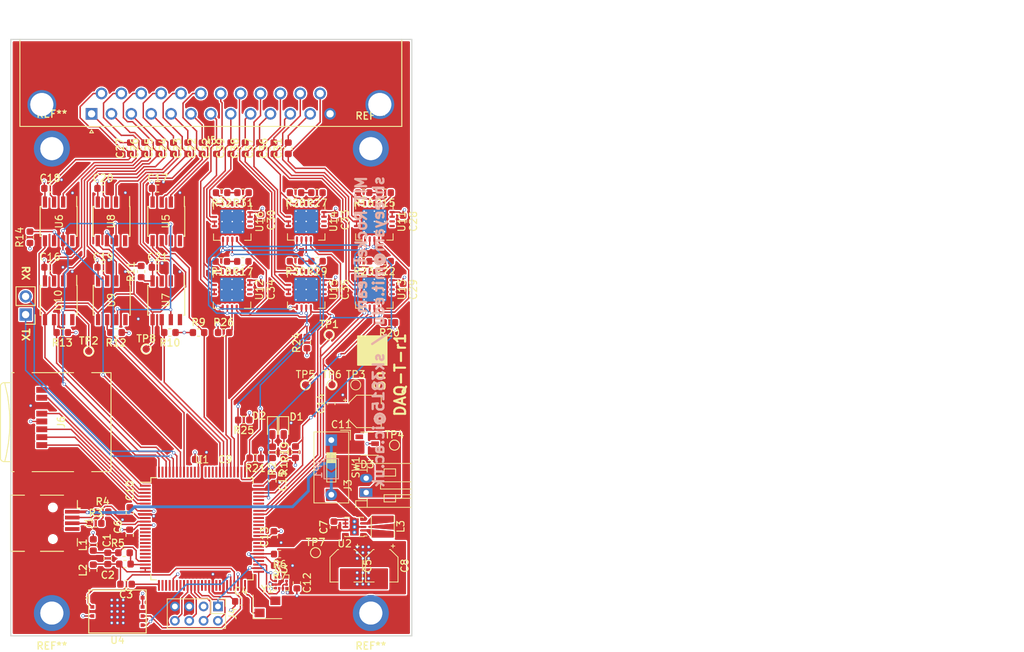
<source format=kicad_pcb>
(kicad_pcb (version 20171130) (host pcbnew "(5.1.0)-1")
  (layers (0 F.Cu signal) (1 In1.Cu power) (2 In2.Cu power) (31 B.Cu signal) (34 B.Paste user) (35 F.Paste user) (36 B.SilkS user) (37 F.SilkS user) (38 B.Mask user) (39 F.Mask user) (44 Edge.Cuts user))
  (net 0 "")
  (net 1 GND)
  (net 2 +3V3)
  (net 3 /D+)
  (net 4 /D-)
  (net 5 +BATT)
  (net 6 /SD_DAT1)
  (net 7 /SD_DAT0)
  (net 8 /SD_CLK)
  (net 9 /SD_CMD)
  (net 10 /SD_DAT3)
  (net 11 /SD_DAT2)
  (net 12 /PTA0)
  (net 13 /PTA1)
  (net 14 /PTA2)
  (net 15 /PTA3)
  (net 16 /OSC_1)
  (net 17 /OSC_2)
  (net 18 /SPI2_SCLK)
  (net 19 /SPI2_MISO)
  (net 20 VDD)
  (net 21 "Net-(L3-Pad2)")
  (net 22 "Net-(L3-Pad1)")
  (net 23 "Net-(J1-Pad2)")
  (net 24 "Net-(J1-Pad4)")
  (net 25 "Net-(D1-Pad2)")
  (net 26 /LED)
  (net 27 "Net-(C3-Pad1)")
  (net 28 "Net-(J1-Pad3)")
  (net 29 /CS_TC1)
  (net 30 /CS_TC2)
  (net 31 /CS_TC3)
  (net 32 /CS_TC4)
  (net 33 /CS_TC5)
  (net 34 /CS_TC6)
  (net 35 "Net-(D2-Pad2)")
  (net 36 "Net-(C2-Pad1)")
  (net 37 "Net-(C1-Pad2)")
  (net 38 "Net-(R15-Pad1)")
  (net 39 "Net-(R15-Pad2)")
  (net 40 "Net-(U1-Pad7)")
  (net 41 "Net-(U1-Pad13)")
  (net 42 "Net-(U1-Pad14)")
  (net 43 "Net-(U1-Pad15)")
  (net 44 "Net-(U1-Pad16)")
  (net 45 "Net-(U1-Pad17)")
  (net 46 "Net-(U1-Pad18)")
  (net 47 "Net-(U1-Pad19)")
  (net 48 "Net-(U1-Pad20)")
  (net 49 "Net-(U1-Pad21)")
  (net 50 "Net-(C1-Pad1)")
  (net 51 "Net-(U1-Pad27)")
  (net 52 "Net-(U1-Pad28)")
  (net 53 "Net-(U1-Pad29)")
  (net 54 "Net-(U1-Pad33)")
  (net 55 /SPI0_SCLK)
  (net 56 /SPI0_MISO)
  (net 57 /RST)
  (net 58 /SPI2_MOSI)
  (net 59 "Net-(U1-Pad70)")
  (net 60 "Net-(U1-Pad71)")
  (net 61 "Net-(U1-Pad84)")
  (net 62 "Net-(U1-Pad90)")
  (net 63 "Net-(U1-Pad91)")
  (net 64 /SPI1_SCLK)
  (net 65 /SPI1_MOSI)
  (net 66 /SPI1_MISO)
  (net 67 "Net-(U16-Pad18)")
  (net 68 "Net-(U15-Pad18)")
  (net 69 /SPI0_MOSI)
  (net 70 "Net-(C7-Pad1)")
  (net 71 /SDA)
  (net 72 /SCL)
  (net 73 "Net-(R17-Pad2)")
  (net 74 "Net-(R17-Pad1)")
  (net 75 "Net-(U1-Pad38)")
  (net 76 "Net-(U1-Pad39)")
  (net 77 /ACC_INT)
  (net 78 "Net-(U1-Pad54)")
  (net 79 "Net-(U1-Pad57)")
  (net 80 "Net-(U1-Pad58)")
  (net 81 "Net-(U1-Pad85)")
  (net 82 "Net-(U1-Pad86)")
  (net 83 "Net-(U1-Pad87)")
  (net 84 "Net-(U1-Pad92)")
  (net 85 /UART_RX)
  (net 86 /UART_TX)
  (net 87 "Net-(U1-Pad42)")
  (net 88 "Net-(U1-Pad43)")
  (net 89 /RTD1-)
  (net 90 /RTD1+)
  (net 91 /RTD2-)
  (net 92 /RTD3-)
  (net 93 /RTD4-)
  (net 94 /RTD5-)
  (net 95 /RTD6-)
  (net 96 /TC1-)
  (net 97 /TC2-)
  (net 98 /TC3-)
  (net 99 /TC4-)
  (net 100 /TC5-)
  (net 101 /TC6-)
  (net 102 /RTD2+)
  (net 103 /RTD3+)
  (net 104 /RTD4+)
  (net 105 /RTD5+)
  (net 106 /RTD6+)
  (net 107 /TC1+)
  (net 108 /TC2+)
  (net 109 /TC3+)
  (net 110 /TC4+)
  (net 111 /TC5+)
  (net 112 /TC6+)
  (net 113 "Net-(D3-Pad4)")
  (net 114 "Net-(R16-Pad2)")
  (net 115 "Net-(R18-Pad2)")
  (net 116 "Net-(R22-Pad2)")
  (net 117 "Net-(R22-Pad1)")
  (net 118 "Net-(R23-Pad2)")
  (net 119 "Net-(R27-Pad2)")
  (net 120 "Net-(R27-Pad1)")
  (net 121 "Net-(R28-Pad2)")
  (net 122 "Net-(R29-Pad2)")
  (net 123 "Net-(R29-Pad1)")
  (net 124 "Net-(R30-Pad2)")
  (net 125 "Net-(R31-Pad2)")
  (net 126 "Net-(R31-Pad1)")
  (net 127 "Net-(R32-Pad2)")
  (net 128 "Net-(U11-Pad18)")
  (net 129 "Net-(U12-Pad18)")
  (net 130 "Net-(U13-Pad18)")
  (net 131 "Net-(U14-Pad18)")
  (net 132 /CS_RTD1)
  (net 133 /CS_RTD2)
  (net 134 /CS_RTD3)
  (net 135 /CS_RTD4)
  (net 136 /CS_RTD5)
  (net 137 /CS_RTD6)
  (net 138 "Net-(U1-Pad59)")
  (net 139 "Net-(U1-Pad62)")
  (net 140 "Net-(U1-Pad63)")
  (net 141 "Net-(U1-Pad64)")
  (net 142 "Net-(U1-Pad65)")
  (net 143 "Net-(U1-Pad66)")
  (net 144 "Net-(U1-Pad31)")
  (net 145 "Net-(U1-Pad32)")
  (net 146 "Net-(JP1-Pad2)")
  (module Resistor_SMD:R_0603_1608Metric (layer F.Cu) (at 66.1313 160.5108)
    (fp_text reference R4 (at 0 -1.43) (layer F.SilkS))
    (fp_text value 33)
    (pad 2 smd roundrect (at 0.7875 0) (size 0.875 0.95) (layers F.Cu F.Paste F.Mask) (net 4 /D-))
    (pad 1 smd roundrect (at -0.7875 0) (size 0.875 0.95) (layers F.Cu F.Paste F.Mask) (net 23 "Net-(J1-Pad2)"))
  )
  (module LED_SMD:LED_0603_1608Metric_Castellated (layer F.Cu) (at 91.3698 148.9114 270)
    (fp_text reference D1 (at -1.651 -1.778) (layer F.SilkS))
    (fp_text value LED)
    (pad 1 smd roundrect (at -0.8125 0 270) (size 1.225 0.85) (layers F.Cu F.Paste F.Mask) (net 1 GND))
    (pad 2 smd roundrect (at 0.8125 0 270) (size 1.225 0.85) (layers F.Cu F.Paste F.Mask) (net 25 "Net-(D1-Pad2)"))
  )
  (module Capacitor_SMD:CP_Elec_4x5.8 (layer F.Cu) (at 105.0343 168.0264 270)
    (fp_text reference C8 (at 0 -3.2 270) (layer F.SilkS))
    (fp_text value 10uF)
    (pad 1 smd rect (at -1.8 0 270) (size 2.6 1.6) (layers F.Cu F.Paste F.Mask) (net 2 +3V3))
    (pad 2 smd rect (at 1.8 0 270) (size 2.6 1.6) (layers F.Cu F.Paste F.Mask) (net 1 GND))
  )
  (module MountingHole:MountingHole_2.5mm_Pad (layer F.Cu) (at 103.505 109.855)
    (fp_text reference REF** (at 0 -4.572) (layer F.SilkS))
    (fp_text value MountingHole_2.5mm_Pad)
    (pad 1 thru_hole circle (at 0 0) (size 5 5) (drill 3.2) (layers *.Cu *.Mask) (net 1 GND))
  )
  (module LED_SMD:LED_0603_1608Metric_Castellated (layer F.Cu) (at 89.795 148.9114 270)
    (fp_text reference D2 (at -1.778 1.8542) (layer F.SilkS))
    (fp_text value LED)
    (pad 2 smd roundrect (at 0.8125 0 270) (size 1.225 0.85) (layers F.Cu F.Paste F.Mask) (net 35 "Net-(D2-Pad2)"))
    (pad 1 smd roundrect (at -0.8125 0 270) (size 1.225 0.85) (layers F.Cu F.Paste F.Mask) (net 1 GND))
  )
  (module Capacitor_SMD:CP_Elec_4x5.8 (layer F.Cu) (at 100.0813 168.0298 270)
    (fp_text reference C5 (at 0.0254 -2.9718 270) (layer F.SilkS))
    (fp_text value 10uF)
    (pad 2 smd rect (at 1.8 0 270) (size 2.6 1.6) (layers F.Cu F.Paste F.Mask) (net 1 GND))
    (pad 1 smd rect (at -1.8 0 270) (size 2.6 1.6) (layers F.Cu F.Paste F.Mask) (net 2 +3V3))
  )
  (module MountingHole:MountingHole_2.5mm_Pad (layer F.Cu) (at 103.505 174.625)
    (fp_text reference REF** (at 0 4.572) (layer F.SilkS))
    (fp_text value MountingHole_2.5mm_Pad)
    (pad 1 thru_hole circle (at 0 0) (size 5 5) (drill 3.2) (layers *.Cu *.Mask) (net 1 GND))
  )
  (module Resistor_SMD:R_0603_1608Metric (layer F.Cu) (at 91.4 152.2 90)
    (fp_text reference R1 (at -2.286 -0.033 90) (layer F.SilkS))
    (fp_text value 470)
    (pad 2 smd roundrect (at 0.7875 0 90) (size 0.875 0.95) (layers F.Cu F.Paste F.Mask) (net 25 "Net-(D1-Pad2)"))
    (pad 1 smd roundrect (at -0.7875 0 90) (size 0.875 0.95) (layers F.Cu F.Paste F.Mask) (net 2 +3V3))
  )
  (module Capacitor_SMD:C_0603_1608Metric (layer F.Cu) (at 90 164 270)
    (fp_text reference C13 (at 0 1.3208 270) (layer F.SilkS))
    (fp_text value 100nF)
    (pad 1 smd roundrect (at -0.7875 0 270) (size 0.875 0.95) (layers F.Cu F.Paste F.Mask) (net 2 +3V3))
    (pad 2 smd roundrect (at 0.7875 0 270) (size 0.875 0.95) (layers F.Cu F.Paste F.Mask) (net 1 GND))
  )
  (module Resistor_SMD:R_0603_1608Metric (layer F.Cu) (at 89.795 152.2134 90)
    (fp_text reference R2 (at -2.286 -0.033 90) (layer F.SilkS))
    (fp_text value 470)
    (pad 1 smd roundrect (at -0.7875 0 90) (size 0.875 0.95) (layers F.Cu F.Paste F.Mask) (net 26 /LED))
    (pad 2 smd roundrect (at 0.7875 0 90) (size 0.875 0.95) (layers F.Cu F.Paste F.Mask) (net 35 "Net-(D2-Pad2)"))
  )
  (module Capacitor_SMD:C_0603_1608Metric (layer F.Cu) (at 69.927 160.6535 270)
    (fp_text reference C10 (at -3.0987 0 90) (layer F.SilkS))
    (fp_text value 100nF)
    (pad 2 smd roundrect (at 0.7875 0 270) (size 0.875 0.95) (layers F.Cu F.Paste F.Mask) (net 1 GND))
    (pad 1 smd roundrect (at -0.7875 0 270) (size 0.875 0.95) (layers F.Cu F.Paste F.Mask) (net 2 +3V3))
  )
  (module Capacitor_SMD:C_0603_1608Metric (layer F.Cu) (at 79.8 153.2)
    (fp_text reference C9 (at 3.4035 0) (layer F.SilkS))
    (fp_text value 100nF)
    (pad 2 smd roundrect (at 0.7875 0) (size 0.875 0.95) (layers F.Cu F.Paste F.Mask) (net 1 GND))
    (pad 1 smd roundrect (at -0.7875 0) (size 0.875 0.95) (layers F.Cu F.Paste F.Mask) (net 2 +3V3))
  )
  (module Capacitor_SMD:C_0603_1608Metric (layer F.Cu) (at 69.9016 163.7778 270)
    (fp_text reference C6 (at -1.1938 1.6256 270) (layer F.SilkS))
    (fp_text value 100nF)
    (pad 2 smd roundrect (at 0.7875 0 270) (size 0.875 0.95) (layers F.Cu F.Paste F.Mask) (net 1 GND))
    (pad 1 smd roundrect (at -0.7875 0 270) (size 0.875 0.95) (layers F.Cu F.Paste F.Mask) (net 2 +3V3))
  )
  (module MountingHole:MountingHole_2.5mm_Pad (layer F.Cu) (at 59.055 109.855)
    (fp_text reference REF** (at 0 -4.826) (layer F.SilkS))
    (fp_text value MountingHole_2.5mm_Pad)
    (pad 1 thru_hole circle (at 0 0) (size 5 5) (drill 3.2) (layers *.Cu *.Mask) (net 1 GND))
  )
  (module Capacitor_SMD:C_0603_1608Metric (layer F.Cu) (at 92 109.8 90)
    (fp_text reference C31 (at 0 -1.43 90) (layer F.SilkS))
    (fp_text value 10nF)
    (pad 1 smd roundrect (at -0.7875 0 90) (size 0.875 0.95) (layers F.Cu F.Paste F.Mask) (net 90 /RTD1+))
    (pad 2 smd roundrect (at 0.7875 0 90) (size 0.875 0.95) (layers F.Cu F.Paste F.Mask) (net 89 /RTD1-))
  )
  (module Capacitor_SMD:C_0603_1608Metric (layer F.Cu) (at 108 129.5 270)
    (fp_text reference C29 (at 0 -1.43 270) (layer F.SilkS))
    (fp_text value 220nF)
    (pad 1 smd roundrect (at -0.7875 0 270) (size 0.875 0.95) (layers F.Cu F.Paste F.Mask) (net 2 +3V3))
    (pad 2 smd roundrect (at 0.7875 0 270) (size 0.875 0.95) (layers F.Cu F.Paste F.Mask) (net 1 GND))
  )
  (module Package_DFN_QFN:QFN-20-1EP_5x5mm_P0.65mm_EP3.35x3.35mm_ThermalVias (layer F.Cu) (at 84.166 129.511 270)
    (fp_text reference U12 (at 0 -3.8 270) (layer F.SilkS))
    (fp_text value MAX31865)
    (pad 20 smd roundrect (at -1.3 -2.475 270) (size 0.3 0.75) (layers F.Cu F.Paste F.Mask) (net 2 +3V3))
    (pad 19 smd roundrect (at -0.65 -2.475 270) (size 0.3 0.75) (layers F.Cu F.Paste F.Mask) (net 2 +3V3))
    (pad 18 smd roundrect (at 0 -2.475 270) (size 0.3 0.75) (layers F.Cu F.Paste F.Mask) (net 129 "Net-(U12-Pad18)"))
    (pad 17 smd roundrect (at 0.65 -2.475 270) (size 0.3 0.75) (layers F.Cu F.Paste F.Mask))
    (pad 16 smd roundrect (at 1.3 -2.475 270) (size 0.3 0.75) (layers F.Cu F.Paste F.Mask) (net 1 GND))
    (pad 15 smd roundrect (at 2.475 -1.3 270) (size 0.75 0.3) (layers F.Cu F.Paste F.Mask) (net 1 GND))
    (pad 14 smd roundrect (at 2.475 -0.65 270) (size 0.75 0.3) (layers F.Cu F.Paste F.Mask) (net 19 /SPI2_MISO))
    (pad 13 smd roundrect (at 2.475 0 270) (size 0.75 0.3) (layers F.Cu F.Paste F.Mask) (net 137 /CS_RTD6))
    (pad 12 smd roundrect (at 2.475 0.65 270) (size 0.75 0.3) (layers F.Cu F.Paste F.Mask) (net 18 /SPI2_SCLK))
    (pad 11 smd roundrect (at 2.475 1.3 270) (size 0.75 0.3) (layers F.Cu F.Paste F.Mask) (net 58 /SPI2_MOSI))
    (pad 10 smd roundrect (at 1.3 2.475 270) (size 0.3 0.75) (layers F.Cu F.Paste F.Mask) (net 1 GND))
    (pad 9 smd roundrect (at 0.65 2.475 270) (size 0.3 0.75) (layers F.Cu F.Paste F.Mask) (net 95 /RTD6-))
    (pad 8 smd roundrect (at 0 2.475 270) (size 0.3 0.75) (layers F.Cu F.Paste F.Mask) (net 95 /RTD6-))
    (pad 7 smd roundrect (at -0.65 2.475 270) (size 0.3 0.75) (layers F.Cu F.Paste F.Mask) (net 106 /RTD6+))
    (pad 6 smd roundrect (at -1.3 2.475 270) (size 0.3 0.75) (layers F.Cu F.Paste F.Mask) (net 1 GND))
    (pad 5 smd roundrect (at -2.475 1.3 270) (size 0.75 0.3) (layers F.Cu F.Paste F.Mask) (net 106 /RTD6+))
    (pad 4 smd roundrect (at -2.475 0.65 270) (size 0.75 0.3) (layers F.Cu F.Paste F.Mask) (net 115 "Net-(R18-Pad2)"))
    (pad 3 smd roundrect (at -2.475 0 270) (size 0.75 0.3) (layers F.Cu F.Paste F.Mask) (net 115 "Net-(R18-Pad2)"))
    (pad 2 smd roundrect (at -2.475 -0.65 270) (size 0.75 0.3) (layers F.Cu F.Paste F.Mask) (net 74 "Net-(R17-Pad1)"))
    (pad 1 smd roundrect (at -2.475 -1.3 270) (size 0.75 0.3) (layers F.Cu F.Paste F.Mask) (net 74 "Net-(R17-Pad1)"))
    (pad 21 smd roundrect (at 0 0 270) (size 3.35 3.35) (layers B.Cu) (roundrect_rratio 0.074627) (net 1 GND))
    (pad 21 thru_hole circle (at 1.425 1.425 270) (size 0.5 0.5) (drill 0.2) (layers *.Cu) (net 1 GND))
    (pad 21 thru_hole circle (at 0 1.425 270) (size 0.5 0.5) (drill 0.2) (layers *.Cu) (net 1 GND))
    (pad 21 thru_hole circle (at -1.425 1.425 270) (size 0.5 0.5) (drill 0.2) (layers *.Cu) (net 1 GND))
    (pad 21 thru_hole circle (at 1.425 0 270) (size 0.5 0.5) (drill 0.2) (layers *.Cu) (net 1 GND))
    (pad 21 thru_hole circle (at 0 0 270) (size 0.5 0.5) (drill 0.2) (layers *.Cu) (net 1 GND))
    (pad 21 thru_hole circle (at -1.425 0 270) (size 0.5 0.5) (drill 0.2) (layers *.Cu) (net 1 GND))
    (pad 21 thru_hole circle (at 1.425 -1.425 270) (size 0.5 0.5) (drill 0.2) (layers *.Cu) (net 1 GND))
    (pad 21 thru_hole circle (at 0 -1.425 270) (size 0.5 0.5) (drill 0.2) (layers *.Cu) (net 1 GND))
    (pad 21 thru_hole circle (at -1.425 -1.425 270) (size 0.5 0.5) (drill 0.2) (layers *.Cu) (net 1 GND))
    (pad 21 smd roundrect (at 0 0 270) (size 3.35 3.35) (layers F.Cu F.Mask) (roundrect_rratio 0.074627) (net 1 GND))
  )
  (module Capacitor_SMD:C_0603_1608Metric (layer F.Cu) (at 108 120 270)
    (fp_text reference C28 (at 0 -1.43 270) (layer F.SilkS))
    (fp_text value 220nF)
    (pad 2 smd roundrect (at 0.7875 0 270) (size 0.875 0.95) (layers F.Cu F.Paste F.Mask) (net 1 GND))
    (pad 1 smd roundrect (at -0.7875 0 270) (size 0.875 0.95) (layers F.Cu F.Paste F.Mask) (net 2 +3V3))
  )
  (module Connector_PinHeader_2.54mm:PinHeader_1x02_P2.54mm_Vertical (layer F.Cu) (at 55.4 133 180)
    (fp_text reference J2 hide)
    (fp_text value Conn_01x02)
    (pad 1 thru_hole rect (at 0 0 180) (size 1.7 1.7) (drill 1) (layers *.Cu *.Mask) (net 86 /UART_TX))
    (pad 2 thru_hole oval (at 0 2.54 180) (size 1.7 1.7) (drill 1) (layers *.Cu *.Mask) (net 85 /UART_RX))
  )
  (module Capacitor_SMD:C_0603_1608Metric (layer F.Cu) (at 84 109.8 90)
    (fp_text reference C39 (at 0 -1.43 90) (layer F.SilkS))
    (fp_text value 10nF)
    (pad 2 smd roundrect (at 0.7875 0 90) (size 0.875 0.95) (layers F.Cu F.Paste F.Mask) (net 94 /RTD5-))
    (pad 1 smd roundrect (at -0.7875 0 90) (size 0.875 0.95) (layers F.Cu F.Paste F.Mask) (net 105 /RTD5+))
  )
  (module Capacitor_SMD:C_0603_1608Metric (layer F.Cu) (at 88 109.8 90)
    (fp_text reference C37 (at 0 -1.43 90) (layer F.SilkS))
    (fp_text value 10nF)
    (pad 1 smd roundrect (at -0.7875 0 90) (size 0.875 0.95) (layers F.Cu F.Paste F.Mask) (net 103 /RTD3+))
    (pad 2 smd roundrect (at 0.7875 0 90) (size 0.875 0.95) (layers F.Cu F.Paste F.Mask) (net 92 /RTD3-))
  )
  (module Capacitor_SMD:C_0603_1608Metric (layer F.Cu) (at 90 109.8 90)
    (fp_text reference C36 (at 0 -1.43 90) (layer F.SilkS))
    (fp_text value 10nF)
    (pad 2 smd roundrect (at 0.7875 0 90) (size 0.875 0.95) (layers F.Cu F.Paste F.Mask) (net 91 /RTD2-))
    (pad 1 smd roundrect (at -0.7875 0 90) (size 0.875 0.95) (layers F.Cu F.Paste F.Mask) (net 102 /RTD2+))
  )
  (module Capacitor_SMD:C_0603_1608Metric (layer F.Cu) (at 98.5 119.7875 270)
    (fp_text reference C33 (at 0 -1.43 270) (layer F.SilkS))
    (fp_text value 220nF)
    (pad 1 smd roundrect (at -0.7875 0 270) (size 0.875 0.95) (layers F.Cu F.Paste F.Mask) (net 2 +3V3))
    (pad 2 smd roundrect (at 0.7875 0 270) (size 0.875 0.95) (layers F.Cu F.Paste F.Mask) (net 1 GND))
  )
  (module Capacitor_SMD:C_0603_1608Metric (layer F.Cu) (at 86 109.8 90)
    (fp_text reference C38 (at 0 -1.43 90) (layer F.SilkS))
    (fp_text value 10nF)
    (pad 2 smd roundrect (at 0.7875 0 90) (size 0.875 0.95) (layers F.Cu F.Paste F.Mask) (net 93 /RTD4-))
    (pad 1 smd roundrect (at -0.7875 0 90) (size 0.875 0.95) (layers F.Cu F.Paste F.Mask) (net 104 /RTD4+))
  )
  (module Capacitor_SMD:C_0603_1608Metric (layer F.Cu) (at 82 109.8 90)
    (fp_text reference C32 (at 0 -1.43 90) (layer F.SilkS))
    (fp_text value 10nF)
    (pad 2 smd roundrect (at 0.7875 0 90) (size 0.875 0.95) (layers F.Cu F.Paste F.Mask) (net 95 /RTD6-))
    (pad 1 smd roundrect (at -0.7875 0 90) (size 0.875 0.95) (layers F.Cu F.Paste F.Mask) (net 106 /RTD6+))
  )
  (module Package_DFN_QFN:QFN-20-1EP_5x5mm_P0.65mm_EP3.35x3.35mm_ThermalVias (layer F.Cu) (at 94.5 120 270)
    (fp_text reference U14 (at 0 -3.8 270) (layer F.SilkS))
    (fp_text value MAX31865)
    (pad 21 smd roundrect (at 0 0 270) (size 3.35 3.35) (layers F.Cu F.Mask) (roundrect_rratio 0.074627) (net 1 GND))
    (pad 21 thru_hole circle (at -1.425 -1.425 270) (size 0.5 0.5) (drill 0.2) (layers *.Cu) (net 1 GND))
    (pad 21 thru_hole circle (at 0 -1.425 270) (size 0.5 0.5) (drill 0.2) (layers *.Cu) (net 1 GND))
    (pad 21 thru_hole circle (at 1.425 -1.425 270) (size 0.5 0.5) (drill 0.2) (layers *.Cu) (net 1 GND))
    (pad 21 thru_hole circle (at -1.425 0 270) (size 0.5 0.5) (drill 0.2) (layers *.Cu) (net 1 GND))
    (pad 21 thru_hole circle (at 0 0 270) (size 0.5 0.5) (drill 0.2) (layers *.Cu) (net 1 GND))
    (pad 21 thru_hole circle (at 1.425 0 270) (size 0.5 0.5) (drill 0.2) (layers *.Cu) (net 1 GND))
    (pad 21 thru_hole circle (at -1.425 1.425 270) (size 0.5 0.5) (drill 0.2) (layers *.Cu) (net 1 GND))
    (pad 21 thru_hole circle (at 0 1.425 270) (size 0.5 0.5) (drill 0.2) (layers *.Cu) (net 1 GND))
    (pad 21 thru_hole circle (at 1.425 1.425 270) (size 0.5 0.5) (drill 0.2) (layers *.Cu) (net 1 GND))
    (pad 21 smd roundrect (at 0 0 270) (size 3.35 3.35) (layers B.Cu) (roundrect_rratio 0.074627) (net 1 GND))
    (pad 1 smd roundrect (at -2.475 -1.3 270) (size 0.75 0.3) (layers F.Cu F.Paste F.Mask) (net 120 "Net-(R27-Pad1)"))
    (pad 2 smd roundrect (at -2.475 -0.65 270) (size 0.75 0.3) (layers F.Cu F.Paste F.Mask) (net 120 "Net-(R27-Pad1)"))
    (pad 3 smd roundrect (at -2.475 0 270) (size 0.75 0.3) (layers F.Cu F.Paste F.Mask) (net 121 "Net-(R28-Pad2)"))
    (pad 4 smd roundrect (at -2.475 0.65 270) (size 0.75 0.3) (layers F.Cu F.Paste F.Mask) (net 121 "Net-(R28-Pad2)"))
    (pad 5 smd roundrect (at -2.475 1.3 270) (size 0.75 0.3) (layers F.Cu F.Paste F.Mask) (net 103 /RTD3+))
    (pad 6 smd roundrect (at -1.3 2.475 270) (size 0.3 0.75) (layers F.Cu F.Paste F.Mask) (net 1 GND))
    (pad 7 smd roundrect (at -0.65 2.475 270) (size 0.3 0.75) (layers F.Cu F.Paste F.Mask) (net 103 /RTD3+))
    (pad 8 smd roundrect (at 0 2.475 270) (size 0.3 0.75) (layers F.Cu F.Paste F.Mask) (net 92 /RTD3-))
    (pad 9 smd roundrect (at 0.65 2.475 270) (size 0.3 0.75) (layers F.Cu F.Paste F.Mask) (net 92 /RTD3-))
    (pad 10 smd roundrect (at 1.3 2.475 270) (size 0.3 0.75) (layers F.Cu F.Paste F.Mask) (net 1 GND))
    (pad 11 smd roundrect (at 2.475 1.3 270) (size 0.75 0.3) (layers F.Cu F.Paste F.Mask) (net 58 /SPI2_MOSI))
    (pad 12 smd roundrect (at 2.475 0.65 270) (size 0.75 0.3) (layers F.Cu F.Paste F.Mask) (net 18 /SPI2_SCLK))
    (pad 13 smd roundrect (at 2.475 0 270) (size 0.75 0.3) (layers F.Cu F.Paste F.Mask) (net 134 /CS_RTD3))
    (pad 14 smd roundrect (at 2.475 -0.65 270) (size 0.75 0.3) (layers F.Cu F.Paste F.Mask) (net 19 /SPI2_MISO))
    (pad 15 smd roundrect (at 2.475 -1.3 270) (size 0.75 0.3) (layers F.Cu F.Paste F.Mask) (net 1 GND))
    (pad 16 smd roundrect (at 1.3 -2.475 270) (size 0.3 0.75) (layers F.Cu F.Paste F.Mask) (net 1 GND))
    (pad 17 smd roundrect (at 0.65 -2.475 270) (size 0.3 0.75) (layers F.Cu F.Paste F.Mask))
    (pad 18 smd roundrect (at 0 -2.475 270) (size 0.3 0.75) (layers F.Cu F.Paste F.Mask) (net 131 "Net-(U14-Pad18)"))
    (pad 19 smd roundrect (at -0.65 -2.475 270) (size 0.3 0.75) (layers F.Cu F.Paste F.Mask) (net 2 +3V3))
    (pad 20 smd roundrect (at -1.3 -2.475 270) (size 0.3 0.75) (layers F.Cu F.Paste F.Mask) (net 2 +3V3))
  )
  (module Resistor_SMD:R_0603_1608Metric (layer F.Cu) (at 93.0125 116 180)
    (fp_text reference R28 (at 0 -1.43 180) (layer F.SilkS))
    (fp_text value 2k)
    (pad 2 smd roundrect (at 0.7875 0 180) (size 0.875 0.95) (layers F.Cu F.Paste F.Mask) (net 121 "Net-(R28-Pad2)"))
    (pad 1 smd roundrect (at -0.7875 0 180) (size 0.875 0.95) (layers F.Cu F.Paste F.Mask) (net 119 "Net-(R27-Pad2)"))
  )
  (module Resistor_SMD:R_0603_1608Metric (layer F.Cu) (at 65.1661 162.111)
    (fp_text reference R3 (at 0 -1.43) (layer F.SilkS))
    (fp_text value 33)
    (pad 1 smd roundrect (at -0.7875 0) (size 0.875 0.95) (layers F.Cu F.Paste F.Mask) (net 28 "Net-(J1-Pad3)"))
    (pad 2 smd roundrect (at 0.7875 0) (size 0.875 0.95) (layers F.Cu F.Paste F.Mask) (net 3 /D+))
  )
  (module TestPoint:TestPoint_Pad_D1.0mm (layer F.Cu) (at 106.8 151.2)
    (fp_text reference TP4 (at 0 -1.448) (layer F.SilkS))
    (fp_text value +BATT)
    (pad 1 smd circle (at 0 0) (size 1 1) (layers F.Cu F.Mask) (net 5 +BATT))
  )
  (module Connector_USB:USB_Mini-B_Lumberg_2486_01_Horizontal (layer F.Cu) (at 59.2 162.1 270)
    (fp_text reference J1 (at 0 -5 270) (layer F.SilkS))
    (fp_text value USB_B_Mini)
    (pad "" np_thru_hole circle (at 2.2 0 270) (size 1 1) (drill 1) (layers *.Cu *.Mask))
    (pad "" np_thru_hole circle (at -2.2 0 270) (size 1 1) (drill 1) (layers *.Cu *.Mask))
    (pad 6 smd rect (at 4.45 2.85 270) (size 2 1.7) (layers F.Cu F.Paste F.Mask) (net 1 GND))
    (pad 6 smd rect (at 4.45 -2.6 270) (size 2 1.7) (layers F.Cu F.Paste F.Mask) (net 1 GND))
    (pad 6 smd rect (at -4.45 2.85 270) (size 2 1.7) (layers F.Cu F.Paste F.Mask) (net 1 GND))
    (pad 6 smd rect (at -4.45 -2.6 270) (size 2 1.7) (layers F.Cu F.Paste F.Mask) (net 1 GND))
    (pad 5 smd rect (at 1.6 -2.7 270) (size 0.5 2) (layers F.Cu F.Paste F.Mask) (net 1 GND))
    (pad 4 smd rect (at 0.8 -2.7 270) (size 0.5 2) (layers F.Cu F.Paste F.Mask) (net 24 "Net-(J1-Pad4)"))
    (pad 3 smd rect (at 0 -2.7 270) (size 0.5 2) (layers F.Cu F.Paste F.Mask) (net 28 "Net-(J1-Pad3)"))
    (pad 2 smd rect (at -0.8 -2.7 270) (size 0.5 2) (layers F.Cu F.Paste F.Mask) (net 23 "Net-(J1-Pad2)"))
    (pad 1 smd rect (at -1.6 -2.7 270) (size 0.5 2) (layers F.Cu F.Paste F.Mask) (net 20 VDD))
  )
  (module Resistor_SMD:R_0603_1608Metric (layer F.Cu) (at 82.7125 116 180)
    (fp_text reference R32 (at 0 -1.43 180) (layer F.SilkS))
    (fp_text value 2k)
    (pad 1 smd roundrect (at -0.7875 0 180) (size 0.875 0.95) (layers F.Cu F.Paste F.Mask) (net 125 "Net-(R31-Pad2)"))
    (pad 2 smd roundrect (at 0.7875 0 180) (size 0.875 0.95) (layers F.Cu F.Paste F.Mask) (net 127 "Net-(R32-Pad2)"))
  )
  (module Resistor_SMD:R_0603_1608Metric (layer F.Cu) (at 90.8 166.4 180)
    (fp_text reference R6 (at 0 -1.43 180) (layer F.SilkS))
    (fp_text value 4k7)
    (pad 2 smd roundrect (at 0.7875 0 180) (size 0.875 0.95) (layers F.Cu F.Paste F.Mask) (net 71 /SDA))
    (pad 1 smd roundrect (at -0.7875 0 180) (size 0.875 0.95) (layers F.Cu F.Paste F.Mask) (net 2 +3V3))
  )
  (module TestPoint:TestPoint_Pad_D1.0mm (layer F.Cu) (at 95.8 166.2)
    (fp_text reference TP7 (at 0 -1.448) (layer F.SilkS))
    (fp_text value +3V3)
    (pad 1 smd circle (at 0 0) (size 1 1) (layers F.Cu F.Mask) (net 2 +3V3))
  )
  (module Crystal:Crystal_SMD_3225-4Pin_3.2x2.5mm (layer F.Cu) (at 89.1 173.75)
    (fp_text reference Y1 (at 0 -2.45) (layer F.SilkS))
    (fp_text value "16 MHz")
    (pad 4 smd rect (at -1.1 -0.85) (size 1.4 1.2) (layers F.Cu F.Paste F.Mask) (net 1 GND))
    (pad 3 smd rect (at 1.1 -0.85) (size 1.4 1.2) (layers F.Cu F.Paste F.Mask) (net 17 /OSC_2))
    (pad 2 smd rect (at 1.1 0.85) (size 1.4 1.2) (layers F.Cu F.Paste F.Mask) (net 1 GND))
    (pad 1 smd rect (at -1.1 0.85) (size 1.4 1.2) (layers F.Cu F.Paste F.Mask) (net 16 /OSC_1))
  )
  (module Connector_Card:microSD_HC_Wuerth_693072010801 (layer F.Cu) (at 59.2 148 90)
    (fp_text reference J6 (at 0 1.1684 90) (layer F.SilkS))
    (fp_text value Micro_SD_Card)
    (pad 1 smd rect (at -3.2 -1.55 90) (size 0.8 1.5) (layers F.Cu F.Paste F.Mask) (net 11 /SD_DAT2))
    (pad 2 smd rect (at -2.1 -1.55 90) (size 0.8 1.5) (layers F.Cu F.Paste F.Mask) (net 10 /SD_DAT3))
    (pad 3 smd rect (at -1 -1.55 90) (size 0.8 1.5) (layers F.Cu F.Paste F.Mask) (net 9 /SD_CMD))
    (pad 4 smd rect (at 0.1 -1.55 90) (size 0.8 1.5) (layers F.Cu F.Paste F.Mask) (net 2 +3V3))
    (pad 5 smd rect (at 1.2 -1.55 90) (size 0.8 1.5) (layers F.Cu F.Paste F.Mask) (net 8 /SD_CLK))
    (pad 6 smd rect (at 2.3 -1.55 90) (size 0.8 1.5) (layers F.Cu F.Paste F.Mask) (net 1 GND))
    (pad 7 smd rect (at 3.4 -1.55 90) (size 0.8 1.5) (layers F.Cu F.Paste F.Mask) (net 7 /SD_DAT0))
    (pad 8 smd rect (at 4.5 -1.55 90) (size 0.8 1.5) (layers F.Cu F.Paste F.Mask) (net 6 /SD_DAT1))
    (pad 9 smd rect (at 6.875 4.15 90) (size 1.45 2) (layers F.Cu F.Paste F.Mask) (net 1 GND))
    (pad 9 smd rect (at -6.875 4.15 90) (size 1.45 2) (layers F.Cu F.Paste F.Mask) (net 1 GND))
    (pad 9 smd rect (at -6.875 -4.15 90) (size 1.45 2) (layers F.Cu F.Paste F.Mask) (net 1 GND))
    (pad 9 smd rect (at 6.875 -4.15 90) (size 1.45 2) (layers F.Cu F.Paste F.Mask) (net 1 GND))
  )
  (module Capacitor_SMD:C_0603_1608Metric (layer F.Cu) (at 66.852 167.0035 90)
    (fp_text reference C1 (at 2.5145 -0.127 90) (layer F.SilkS))
    (fp_text value 2.2uF)
    (pad 2 smd roundrect (at 0.7875 0 90) (size 0.875 0.95) (layers F.Cu F.Paste F.Mask) (net 37 "Net-(C1-Pad2)"))
    (pad 1 smd roundrect (at -0.7875 0 90) (size 0.875 0.95) (layers F.Cu F.Paste F.Mask) (net 50 "Net-(C1-Pad1)"))
  )
  (module Resistor_SMD:R_0603_1608Metric (layer F.Cu) (at 69.1125 166.2162 180)
    (fp_text reference R5 (at 0.8635 1.3462 180) (layer F.SilkS))
    (fp_text value 470)
    (pad 2 smd roundrect (at 0.7875 0 180) (size 0.875 0.95) (layers F.Cu F.Paste F.Mask) (net 37 "Net-(C1-Pad2)"))
    (pad 1 smd roundrect (at -0.7875 0 180) (size 0.875 0.95) (layers F.Cu F.Paste F.Mask) (net 36 "Net-(C2-Pad1)"))
  )
  (module Capacitor_SMD:C_0603_1608Metric (layer F.Cu) (at 58.8 115.4)
    (fp_text reference C18 (at 0 -1.43) (layer F.SilkS))
    (fp_text value 100nF)
    (pad 2 smd roundrect (at 0.7875 0) (size 0.875 0.95) (layers F.Cu F.Paste F.Mask) (net 1 GND))
    (pad 1 smd roundrect (at -0.7875 0) (size 0.875 0.95) (layers F.Cu F.Paste F.Mask) (net 2 +3V3))
  )
  (module Capacitor_SMD:C_0603_1608Metric (layer F.Cu) (at 73.8 115.4)
    (fp_text reference C17 (at 0 -1.43) (layer F.SilkS))
    (fp_text value 100nF)
    (pad 1 smd roundrect (at -0.7875 0) (size 0.875 0.95) (layers F.Cu F.Paste F.Mask) (net 2 +3V3))
    (pad 2 smd roundrect (at 0.7875 0) (size 0.875 0.95) (layers F.Cu F.Paste F.Mask) (net 1 GND))
  )
  (module Capacitor_SMD:C_0603_1608Metric (layer F.Cu) (at 58.8 126.4)
    (fp_text reference C16 (at 0 -1.43) (layer F.SilkS))
    (fp_text value 100nF)
    (pad 2 smd roundrect (at 0.7875 0) (size 0.875 0.95) (layers F.Cu F.Paste F.Mask) (net 1 GND))
    (pad 1 smd roundrect (at -0.7875 0) (size 0.875 0.95) (layers F.Cu F.Paste F.Mask) (net 2 +3V3))
  )
  (module Button_Switch_THT:SW_DIP_SPSTx01_Slide_9.78x4.72mm_W7.62mm_P2.54mm (layer F.Cu) (at 98 150.5 270)
    (fp_text reference SW1 (at 3.81 -3.42 270) (layer F.SilkS))
    (fp_text value SW_SPST)
    (pad 2 thru_hole oval (at 7.62 0 270) (size 1.6 1.6) (drill 0.8) (layers *.Cu *.Mask) (net 146 "Net-(JP1-Pad2)"))
    (pad 1 thru_hole rect (at 0 0 270) (size 1.6 1.6) (drill 0.8) (layers *.Cu *.Mask) (net 20 VDD))
  )
  (module Capacitor_SMD:C_0603_1608Metric (layer F.Cu) (at 66.2 115.4)
    (fp_text reference C20 (at 0 -1.43) (layer F.SilkS))
    (fp_text value 100nF)
    (pad 2 smd roundrect (at 0.7875 0) (size 0.875 0.95) (layers F.Cu F.Paste F.Mask) (net 1 GND))
    (pad 1 smd roundrect (at -0.7875 0) (size 0.875 0.95) (layers F.Cu F.Paste F.Mask) (net 2 +3V3))
  )
  (module Connector_JST:JST_PH_S2B-PH-K_1x02_P2.00mm_Horizontal (layer F.Cu) (at 102.8585 157.818 90)
    (fp_text reference J3 (at 1 -2.55 90) (layer F.SilkS))
    (fp_text value Battery)
    (pad 2 thru_hole oval (at 2 0 90) (size 1.2 1.75) (drill 0.75) (layers *.Cu *.Mask) (net 1 GND))
    (pad 1 thru_hole rect (at 0 0 90) (size 1.2 1.75) (drill 0.75) (layers *.Cu *.Mask) (net 5 +BATT))
  )
  (module Inductor_SMD:L_0603_1608Metric (layer F.Cu) (at 64.8264 168.6562 90)
    (fp_text reference L2 (at 0 -1.43 90) (layer F.SilkS))
    (fp_text value L_Core_Ferrite)
    (pad 2 smd roundrect (at 0.7875 0 90) (size 0.875 0.95) (layers F.Cu F.Paste F.Mask) (net 50 "Net-(C1-Pad1)"))
    (pad 1 smd roundrect (at -0.7875 0 90) (size 0.875 0.95) (layers F.Cu F.Paste F.Mask) (net 1 GND))
  )
  (module Inductor_SMD:L_0603_1608Metric (layer F.Cu) (at 64.8264 165.1257 90)
    (fp_text reference L1 (at 0 -1.43 90) (layer F.SilkS))
    (fp_text value L_Core_Ferrite)
    (pad 1 smd roundrect (at -0.7875 0 90) (size 0.875 0.95) (layers F.Cu F.Paste F.Mask) (net 37 "Net-(C1-Pad2)"))
    (pad 2 smd roundrect (at 0.7875 0 90) (size 0.875 0.95) (layers F.Cu F.Paste F.Mask) (net 2 +3V3))
  )
  (module Capacitor_SMD:C_0603_1608Metric (layer F.Cu) (at 69.4 170.6 180)
    (fp_text reference C3 (at 0 -1.43 180) (layer F.SilkS))
    (fp_text value 100nF)
    (pad 2 smd roundrect (at 0.7875 0 180) (size 0.875 0.95) (layers F.Cu F.Paste F.Mask) (net 50 "Net-(C1-Pad1)"))
    (pad 1 smd roundrect (at -0.7875 0 180) (size 0.875 0.95) (layers F.Cu F.Paste F.Mask) (net 27 "Net-(C3-Pad1)"))
  )
  (module Capacitor_SMD:C_0603_1608Metric (layer F.Cu) (at 69.2396 167.791 180)
    (fp_text reference C2 (at 2.3876 -1.524 180) (layer F.SilkS))
    (fp_text value 100nF)
    (pad 1 smd roundrect (at -0.7875 0 180) (size 0.875 0.95) (layers F.Cu F.Paste F.Mask) (net 36 "Net-(C2-Pad1)"))
    (pad 2 smd roundrect (at 0.7875 0 180) (size 0.875 0.95) (layers F.Cu F.Paste F.Mask) (net 50 "Net-(C1-Pad1)"))
  )
  (module Capacitor_SMD:C_0603_1608Metric (layer F.Cu) (at 98.3634 162.649 270)
    (fp_text reference C7 (at 0 1.4224 270) (layer F.SilkS))
    (fp_text value 100nF)
    (pad 2 smd roundrect (at 0.7875 0 270) (size 0.875 0.95) (layers F.Cu F.Paste F.Mask) (net 1 GND))
    (pad 1 smd roundrect (at -0.7875 0 270) (size 0.875 0.95) (layers F.Cu F.Paste F.Mask) (net 70 "Net-(C7-Pad1)"))
  )
  (module Capacitor_SMD:C_0603_1608Metric (layer F.Cu) (at 89.8 156.2 270)
    (fp_text reference C15 (at 0 -1.43 270) (layer F.SilkS))
    (fp_text value 100nF)
    (pad 2 smd roundrect (at 0.7875 0 270) (size 0.875 0.95) (layers F.Cu F.Paste F.Mask) (net 1 GND))
    (pad 1 smd roundrect (at -0.7875 0 270) (size 0.875 0.95) (layers F.Cu F.Paste F.Mask) (net 2 +3V3))
  )
  (module Resistor_SMD:R_0603_1608Metric (layer F.Cu) (at 85.7 116 180)
    (fp_text reference R31 (at 0 -1.43 180) (layer F.SilkS))
    (fp_text value 2k)
    (pad 1 smd roundrect (at -0.7875 0 180) (size 0.875 0.95) (layers F.Cu F.Paste F.Mask) (net 126 "Net-(R31-Pad1)"))
    (pad 2 smd roundrect (at 0.7875 0 180) (size 0.875 0.95) (layers F.Cu F.Paste F.Mask) (net 125 "Net-(R31-Pad2)"))
  )
  (module Jumper:SolderJumper-2_P1.3mm_Open_TrianglePad1.0x1.5mm (layer B.Cu) (at 98 154.5 270)
    (fp_text reference JP1 (at 0 1.8 270) (layer B.SilkS) (effects (justify mirror)))
    (fp_text value SolderJumper_2_Open)
    (pad 2 smd custom (at 0.725 0 270) (size 0.3 0.3) (layers B.Cu B.Mask) (net 146 "Net-(JP1-Pad2)") (options (clearance outline) (anchor rect)) (primitives (gr_poly (pts (xy -0.65 0.75) (xy 0.5 0.75) (xy 0.5 -0.75) (xy -0.65 -0.75) (xy -0.15 0)) (width 0))))
    (pad 1 smd custom (at -0.725 0 270) (size 0.3 0.3) (layers B.Cu B.Mask) (net 20 VDD) (options (clearance outline) (anchor rect)) (primitives (gr_poly (pts (xy -0.5 0.75) (xy 0.5 0.75) (xy 1 0) (xy 0.5 -0.75) (xy -0.5 -0.75)) (width 0))))
  )
  (module custom:DSUB-25_Male_Horizontal_P2.77x2.84mm_EdgePinOffset4.94mm_Housed_MountingHolesOffset7.48mm (layer F.Cu) (at 64.588 105 180)
    (fp_text reference J5 (at -16.62 -3.7 180) (layer F.SilkS))
    (fp_text value Dsub25)
    (pad 1 thru_hole rect (at 0 0 180) (size 1.6 1.6) (drill 1) (layers *.Cu *.Mask) (net 101 /TC6-))
    (pad 2 thru_hole circle (at -2.77 0 180) (size 1.6 1.6) (drill 1) (layers *.Cu *.Mask) (net 100 /TC5-))
    (pad 3 thru_hole circle (at -5.54 0 180) (size 1.6 1.6) (drill 1) (layers *.Cu *.Mask) (net 99 /TC4-))
    (pad 4 thru_hole circle (at -8.31 0 180) (size 1.6 1.6) (drill 1) (layers *.Cu *.Mask) (net 98 /TC3-))
    (pad 5 thru_hole circle (at -11.08 0 180) (size 1.6 1.6) (drill 1) (layers *.Cu *.Mask) (net 97 /TC2-))
    (pad 6 thru_hole circle (at -13.85 0 180) (size 1.6 1.6) (drill 1) (layers *.Cu *.Mask) (net 96 /TC1-))
    (pad 7 thru_hole circle (at -16.62 0 180) (size 1.6 1.6) (drill 1) (layers *.Cu *.Mask) (net 95 /RTD6-))
    (pad 8 thru_hole circle (at -19.39 0 180) (size 1.6 1.6) (drill 1) (layers *.Cu *.Mask) (net 94 /RTD5-))
    (pad 9 thru_hole circle (at -22.16 0 180) (size 1.6 1.6) (drill 1) (layers *.Cu *.Mask) (net 93 /RTD4-))
    (pad 10 thru_hole circle (at -24.93 0 180) (size 1.6 1.6) (drill 1) (layers *.Cu *.Mask) (net 92 /RTD3-))
    (pad 11 thru_hole circle (at -27.7 0 180) (size 1.6 1.6) (drill 1) (layers *.Cu *.Mask) (net 91 /RTD2-))
    (pad 12 thru_hole circle (at -30.47 0 180) (size 1.6 1.6) (drill 1) (layers *.Cu *.Mask) (net 89 /RTD1-))
    (pad 13 thru_hole circle (at -33.24 0 180) (size 1.6 1.6) (drill 1) (layers *.Cu *.Mask) (net 1 GND))
    (pad 14 thru_hole circle (at -1.385 2.84 180) (size 1.6 1.6) (drill 1) (layers *.Cu *.Mask) (net 112 /TC6+))
    (pad 15 thru_hole circle (at -4.155 2.84 180) (size 1.6 1.6) (drill 1) (layers *.Cu *.Mask) (net 111 /TC5+))
    (pad 16 thru_hole circle (at -6.925 2.84 180) (size 1.6 1.6) (drill 1) (layers *.Cu *.Mask) (net 110 /TC4+))
    (pad 17 thru_hole circle (at -9.695 2.84 180) (size 1.6 1.6) (drill 1) (layers *.Cu *.Mask) (net 109 /TC3+))
    (pad 18 thru_hole circle (at -12.465 2.84 180) (size 1.6 1.6) (drill 1) (layers *.Cu *.Mask) (net 108 /TC2+))
    (pad 19 thru_hole circle (at -15.235 2.84 180) (size 1.6 1.6) (drill 1) (layers *.Cu *.Mask) (net 107 /TC1+))
    (pad 20 thru_hole circle (at -18.005 2.84 180) (size 1.6 1.6) (drill 1) (layers *.Cu *.Mask) (net 106 /RTD6+))
    (pad 21 thru_hole circle (at -20.775 2.84 180) (size 1.6 1.6) (drill 1) (layers *.Cu *.Mask) (net 105 /RTD5+))
    (pad 22 thru_hole circle (at -23.545 2.84 180) (size 1.6 1.6) (drill 1) (layers *.Cu *.Mask) (net 104 /RTD4+))
    (pad 23 thru_hole circle (at -26.315 2.84 180) (size 1.6 1.6) (drill 1) (layers *.Cu *.Mask) (net 103 /RTD3+))
    (pad 24 thru_hole circle (at -29.085 2.84 180) (size 1.6 1.6) (drill 1) (layers *.Cu *.Mask) (net 102 /RTD2+))
    (pad 25 thru_hole circle (at -31.855 2.84 180) (size 1.6 1.6) (drill 1) (layers *.Cu *.Mask) (net 90 /RTD1+))
    (pad 0 thru_hole circle (at -40.17 1.3 180) (size 4 4) (drill 3.2) (layers *.Cu *.Mask) (net 1 GND))
    (pad 0 thru_hole circle (at 6.93 1.3 180) (size 4 4) (drill 3.2) (layers *.Cu *.Mask) (net 1 GND))
  )
  (module Resistor_SMD:R_0603_1608Metric (layer F.Cu) (at 94.6 136.9 90)
    (fp_text reference R24 (at 0 -1.43 90) (layer F.SilkS))
    (fp_text value 10k)
    (pad 1 smd roundrect (at -0.7875 0 90) (size 0.875 0.95) (layers F.Cu F.Paste F.Mask) (net 2 +3V3))
    (pad 2 smd roundrect (at 0.7875 0 90) (size 0.875 0.95) (layers F.Cu F.Paste F.Mask) (net 135 /CS_RTD4))
  )
  (module TestPoint:TestPoint_Pad_D1.0mm (layer F.Cu) (at 97.7 135.8)
    (fp_text reference TP1 (at 0 -1.448) (layer F.SilkS))
    (fp_text value TestPoint)
    (pad 1 smd circle (at 0 0) (size 1 1) (layers F.Cu F.Mask) (net 58 /SPI2_MOSI))
  )
  (module Resistor_SMD:R_0603_1608Metric (layer F.Cu) (at 85.8 147.7 180)
    (fp_text reference R25 (at 0 -1.43 180) (layer F.SilkS))
    (fp_text value 10k)
    (pad 1 smd roundrect (at -0.7875 0 180) (size 0.875 0.95) (layers F.Cu F.Paste F.Mask) (net 2 +3V3))
    (pad 2 smd roundrect (at 0.7875 0 180) (size 0.875 0.95) (layers F.Cu F.Paste F.Mask) (net 136 /CS_RTD5))
  )
  (module Resistor_SMD:R_0603_1608Metric (layer F.Cu) (at 96 116 180)
    (fp_text reference R27 (at 0 -1.43 180) (layer F.SilkS))
    (fp_text value 2k)
    (pad 1 smd roundrect (at -0.7875 0 180) (size 0.875 0.95) (layers F.Cu F.Paste F.Mask) (net 120 "Net-(R27-Pad1)"))
    (pad 2 smd roundrect (at 0.7875 0 180) (size 0.875 0.95) (layers F.Cu F.Paste F.Mask) (net 119 "Net-(R27-Pad2)"))
  )
  (module TestPoint:TestPoint_Pad_D1.0mm (layer F.Cu) (at 72.2 137.8)
    (fp_text reference TP8 (at 0 -1.448) (layer F.SilkS))
    (fp_text value TestPoint)
    (pad 1 smd circle (at 0 0) (size 1 1) (layers F.Cu F.Mask) (net 64 /SPI1_SCLK))
  )
  (module Resistor_SMD:R_0603_1608Metric (layer F.Cu) (at 83 135.5)
    (fp_text reference R26 (at 0 -1.43) (layer F.SilkS))
    (fp_text value 10k)
    (pad 1 smd roundrect (at -0.7875 0) (size 0.875 0.95) (layers F.Cu F.Paste F.Mask) (net 2 +3V3))
    (pad 2 smd roundrect (at 0.7875 0) (size 0.875 0.95) (layers F.Cu F.Paste F.Mask) (net 137 /CS_RTD6))
  )
  (module Resistor_SMD:R_0603_1608Metric (layer F.Cu) (at 87.4 153 180)
    (fp_text reference R21 (at 0 -1.43 180) (layer F.SilkS))
    (fp_text value 10k)
    (pad 1 smd roundrect (at -0.7875 0 180) (size 0.875 0.95) (layers F.Cu F.Paste F.Mask) (net 2 +3V3))
    (pad 2 smd roundrect (at 0.7875 0 180) (size 0.875 0.95) (layers F.Cu F.Paste F.Mask) (net 134 /CS_RTD3))
  )
  (module TestPoint:TestPoint_Pad_D1.0mm (layer F.Cu) (at 64.2 138.1)
    (fp_text reference TP2 (at 0 -1.448) (layer F.SilkS))
    (fp_text value TestPoint)
    (pad 1 smd circle (at 0 0) (size 1 1) (layers F.Cu F.Mask) (net 66 /SPI1_MISO))
  )
  (module Package_DFN_QFN:QFN-20-1EP_5x5mm_P0.65mm_EP3.35x3.35mm_ThermalVias (layer F.Cu) (at 84.2 120.025 270)
    (fp_text reference U16 (at 0 -3.8 270) (layer F.SilkS))
    (fp_text value MAX31865)
    (pad 21 smd roundrect (at 0 0 270) (size 3.35 3.35) (layers F.Cu F.Mask) (roundrect_rratio 0.074627) (net 1 GND))
    (pad 21 thru_hole circle (at -1.425 -1.425 270) (size 0.5 0.5) (drill 0.2) (layers *.Cu) (net 1 GND))
    (pad 21 thru_hole circle (at 0 -1.425 270) (size 0.5 0.5) (drill 0.2) (layers *.Cu) (net 1 GND))
    (pad 21 thru_hole circle (at 1.425 -1.425 270) (size 0.5 0.5) (drill 0.2) (layers *.Cu) (net 1 GND))
    (pad 21 thru_hole circle (at -1.425 0 270) (size 0.5 0.5) (drill 0.2) (layers *.Cu) (net 1 GND))
    (pad 21 thru_hole circle (at 0 0 270) (size 0.5 0.5) (drill 0.2) (layers *.Cu) (net 1 GND))
    (pad 21 thru_hole circle (at 1.425 0 270) (size 0.5 0.5) (drill 0.2) (layers *.Cu) (net 1 GND))
    (pad 21 thru_hole circle (at -1.425 1.425 270) (size 0.5 0.5) (drill 0.2) (layers *.Cu) (net 1 GND))
    (pad 21 thru_hole circle (at 0 1.425 270) (size 0.5 0.5) (drill 0.2) (layers *.Cu) (net 1 GND))
    (pad 21 thru_hole circle (at 1.425 1.425 270) (size 0.5 0.5) (drill 0.2) (layers *.Cu) (net 1 GND))
    (pad 21 smd roundrect (at 0 0 270) (size 3.35 3.35) (layers B.Cu) (roundrect_rratio 0.074627) (net 1 GND))
    (pad 1 smd roundrect (at -2.475 -1.3 270) (size 0.75 0.3) (layers F.Cu F.Paste F.Mask) (net 126 "Net-(R31-Pad1)"))
    (pad 2 smd roundrect (at -2.475 -0.65 270) (size 0.75 0.3) (layers F.Cu F.Paste F.Mask) (net 126 "Net-(R31-Pad1)"))
    (pad 3 smd roundrect (at -2.475 0 270) (size 0.75 0.3) (layers F.Cu F.Paste F.Mask) (net 127 "Net-(R32-Pad2)"))
    (pad 4 smd roundrect (at -2.475 0.65 270) (size 0.75 0.3) (layers F.Cu F.Paste F.Mask) (net 127 "Net-(R32-Pad2)"))
    (pad 5 smd roundrect (at -2.475 1.3 270) (size 0.75 0.3) (layers F.Cu F.Paste F.Mask) (net 105 /RTD5+))
    (pad 6 smd roundrect (at -1.3 2.475 270) (size 0.3 0.75) (layers F.Cu F.Paste F.Mask) (net 1 GND))
    (pad 7 smd roundrect (at -0.65 2.475 270) (size 0.3 0.75) (layers F.Cu F.Paste F.Mask) (net 105 /RTD5+))
    (pad 8 smd roundrect (at 0 2.475 270) (size 0.3 0.75) (layers F.Cu F.Paste F.Mask) (net 94 /RTD5-))
    (pad 9 smd roundrect (at 0.65 2.475 270) (size 0.3 0.75) (layers F.Cu F.Paste F.Mask) (net 94 /RTD5-))
    (pad 10 smd roundrect (at 1.3 2.475 270) (size 0.3 0.75) (layers F.Cu F.Paste F.Mask) (net 1 GND))
    (pad 11 smd roundrect (at 2.475 1.3 270) (size 0.75 0.3) (layers F.Cu F.Paste F.Mask) (net 58 /SPI2_MOSI))
    (pad 12 smd roundrect (at 2.475 0.65 270) (size 0.75 0.3) (layers F.Cu F.Paste F.Mask) (net 18 /SPI2_SCLK))
    (pad 13 smd roundrect (at 2.475 0 270) (size 0.75 0.3) (layers F.Cu F.Paste F.Mask) (net 136 /CS_RTD5))
    (pad 14 smd roundrect (at 2.475 -0.65 270) (size 0.75 0.3) (layers F.Cu F.Paste F.Mask) (net 19 /SPI2_MISO))
    (pad 15 smd roundrect (at 2.475 -1.3 270) (size 0.75 0.3) (layers F.Cu F.Paste F.Mask) (net 1 GND))
    (pad 16 smd roundrect (at 1.3 -2.475 270) (size 0.3 0.75) (layers F.Cu F.Paste F.Mask) (net 1 GND))
    (pad 17 smd roundrect (at 0.65 -2.475 270) (size 0.3 0.75) (layers F.Cu F.Paste F.Mask))
    (pad 18 smd roundrect (at 0 -2.475 270) (size 0.3 0.75) (layers F.Cu F.Paste F.Mask) (net 67 "Net-(U16-Pad18)"))
    (pad 19 smd roundrect (at -0.65 -2.475 270) (size 0.3 0.75) (layers F.Cu F.Paste F.Mask) (net 2 +3V3))
    (pad 20 smd roundrect (at -1.3 -2.475 270) (size 0.3 0.75) (layers F.Cu F.Paste F.Mask) (net 2 +3V3))
  )
  (module Capacitor_SMD:C_0603_1608Metric (layer F.Cu) (at 80 109.8 90)
    (fp_text reference C22 (at 0 -1.43 90) (layer F.SilkS))
    (fp_text value 10nf)
    (pad 1 smd roundrect (at -0.7875 0 90) (size 0.875 0.95) (layers F.Cu F.Paste F.Mask) (net 107 /TC1+))
    (pad 2 smd roundrect (at 0.7875 0 90) (size 0.875 0.95) (layers F.Cu F.Paste F.Mask) (net 96 /TC1-))
  )
  (module Capacitor_SMD:C_0603_1608Metric (layer F.Cu) (at 70 109.8 90)
    (fp_text reference C27 (at 0 -1.43 90) (layer F.SilkS))
    (fp_text value 10nf)
    (pad 2 smd roundrect (at 0.7875 0 90) (size 0.875 0.95) (layers F.Cu F.Paste F.Mask) (net 101 /TC6-))
    (pad 1 smd roundrect (at -0.7875 0 90) (size 0.875 0.95) (layers F.Cu F.Paste F.Mask) (net 112 /TC6+))
  )
  (module Resistor_SMD:R_0603_1608Metric (layer F.Cu) (at 79.5 135.5)
    (fp_text reference R9 (at 0 -1.43) (layer F.SilkS))
    (fp_text value 10k)
    (pad 1 smd roundrect (at -0.7875 0) (size 0.875 0.95) (layers F.Cu F.Paste F.Mask) (net 2 +3V3))
    (pad 2 smd roundrect (at 0.7875 0) (size 0.875 0.95) (layers F.Cu F.Paste F.Mask) (net 29 /CS_TC1))
  )
  (module Resistor_SMD:R_0603_1608Metric (layer F.Cu) (at 68 135.5 180)
    (fp_text reference R12 (at 0 -1.43 180) (layer F.SilkS))
    (fp_text value 10k)
    (pad 1 smd roundrect (at -0.7875 0 180) (size 0.875 0.95) (layers F.Cu F.Paste F.Mask) (net 2 +3V3))
    (pad 2 smd roundrect (at 0.7875 0 180) (size 0.875 0.95) (layers F.Cu F.Paste F.Mask) (net 32 /CS_TC4))
  )
  (module Resistor_SMD:R_0603_1608Metric (layer F.Cu) (at 56 122.2125 90)
    (fp_text reference R14 (at 0 -1.43 90) (layer F.SilkS))
    (fp_text value 10k)
    (pad 1 smd roundrect (at -0.7875 0 90) (size 0.875 0.95) (layers F.Cu F.Paste F.Mask) (net 2 +3V3))
    (pad 2 smd roundrect (at 0.7875 0 90) (size 0.875 0.95) (layers F.Cu F.Paste F.Mask) (net 34 /CS_TC6))
  )
  (module Resistor_SMD:R_0603_1608Metric (layer F.Cu) (at 71.5 127 90)
    (fp_text reference R11 (at 0 -1.43 90) (layer F.SilkS))
    (fp_text value 10k)
    (pad 1 smd roundrect (at -0.7875 0 90) (size 0.875 0.95) (layers F.Cu F.Paste F.Mask) (net 2 +3V3))
    (pad 2 smd roundrect (at 0.7875 0 90) (size 0.875 0.95) (layers F.Cu F.Paste F.Mask) (net 31 /CS_TC3))
  )
  (module Resistor_SMD:R_0603_1608Metric (layer F.Cu) (at 60.5 135.5 180)
    (fp_text reference R13 (at 0 -1.43 180) (layer F.SilkS))
    (fp_text value 10k)
    (pad 1 smd roundrect (at -0.7875 0 180) (size 0.875 0.95) (layers F.Cu F.Paste F.Mask) (net 2 +3V3))
    (pad 2 smd roundrect (at 0.7875 0 180) (size 0.875 0.95) (layers F.Cu F.Paste F.Mask) (net 33 /CS_TC5))
  )
  (module Resistor_SMD:R_0603_1608Metric (layer F.Cu) (at 93 152.1875 90)
    (fp_text reference R19 (at 0 -1.43 90) (layer F.SilkS))
    (fp_text value 10k)
    (pad 1 smd roundrect (at -0.7875 0 90) (size 0.875 0.95) (layers F.Cu F.Paste F.Mask) (net 2 +3V3))
    (pad 2 smd roundrect (at 0.7875 0 90) (size 0.875 0.95) (layers F.Cu F.Paste F.Mask) (net 132 /CS_RTD1))
  )
  (module Resistor_SMD:R_0603_1608Metric (layer F.Cu) (at 106.1 134.1 180)
    (fp_text reference R20 (at 0 -1.43 180) (layer F.SilkS))
    (fp_text value 10k)
    (pad 1 smd roundrect (at -0.7875 0 180) (size 0.875 0.95) (layers F.Cu F.Paste F.Mask) (net 2 +3V3))
    (pad 2 smd roundrect (at 0.7875 0 180) (size 0.875 0.95) (layers F.Cu F.Paste F.Mask) (net 133 /CS_RTD2))
  )
  (module Resistor_SMD:R_0603_1608Metric (layer F.Cu) (at 85.666 125.586 180)
    (fp_text reference R17 (at 0 -1.43 180) (layer F.SilkS))
    (fp_text value 2k)
    (pad 1 smd roundrect (at -0.7875 0 180) (size 0.875 0.95) (layers F.Cu F.Paste F.Mask) (net 74 "Net-(R17-Pad1)"))
    (pad 2 smd roundrect (at 0.7875 0 180) (size 0.875 0.95) (layers F.Cu F.Paste F.Mask) (net 73 "Net-(R17-Pad2)"))
  )
  (module Resistor_SMD:R_0603_1608Metric (layer F.Cu) (at 75.5 135.5 180)
    (fp_text reference R10 (at 0 -1.43 180) (layer F.SilkS))
    (fp_text value 10k)
    (pad 1 smd roundrect (at -0.7875 0 180) (size 0.875 0.95) (layers F.Cu F.Paste F.Mask) (net 2 +3V3))
    (pad 2 smd roundrect (at 0.7875 0 180) (size 0.875 0.95) (layers F.Cu F.Paste F.Mask) (net 30 /CS_TC2))
  )
  (module Capacitor_SMD:C_0603_1608Metric (layer F.Cu) (at 78 109.8 90)
    (fp_text reference C23 (at 0 -1.43 90) (layer F.SilkS))
    (fp_text value 10nf)
    (pad 2 smd roundrect (at 0.7875 0 90) (size 0.875 0.95) (layers F.Cu F.Paste F.Mask) (net 97 /TC2-))
    (pad 1 smd roundrect (at -0.7875 0 90) (size 0.875 0.95) (layers F.Cu F.Paste F.Mask) (net 108 /TC2+))
  )
  (module Capacitor_SMD:C_0603_1608Metric (layer F.Cu) (at 74 109.8 90)
    (fp_text reference C25 (at 0 -1.43 90) (layer F.SilkS))
    (fp_text value 10nf)
    (pad 2 smd roundrect (at 0.7875 0 90) (size 0.875 0.95) (layers F.Cu F.Paste F.Mask) (net 99 /TC4-))
    (pad 1 smd roundrect (at -0.7875 0 90) (size 0.875 0.95) (layers F.Cu F.Paste F.Mask) (net 110 /TC4+))
  )
  (module Capacitor_SMD:C_0603_1608Metric (layer F.Cu) (at 76 109.8 90)
    (fp_text reference C24 (at 0 -1.43 90) (layer F.SilkS))
    (fp_text value 10nf)
    (pad 1 smd roundrect (at -0.7875 0 90) (size 0.875 0.95) (layers F.Cu F.Paste F.Mask) (net 109 /TC3+))
    (pad 2 smd roundrect (at 0.7875 0 90) (size 0.875 0.95) (layers F.Cu F.Paste F.Mask) (net 98 /TC3-))
  )
  (module Capacitor_SMD:C_0603_1608Metric (layer F.Cu) (at 72 109.8 90)
    (fp_text reference C26 (at 0 -1.43 90) (layer F.SilkS))
    (fp_text value 10nf)
    (pad 1 smd roundrect (at -0.7875 0 90) (size 0.875 0.95) (layers F.Cu F.Paste F.Mask) (net 111 /TC5+))
    (pad 2 smd roundrect (at 0.7875 0 90) (size 0.875 0.95) (layers F.Cu F.Paste F.Mask) (net 100 /TC5-))
  )
  (module MountingHole:MountingHole_2.5mm_Pad (layer F.Cu) (at 59.055 174.625)
    (fp_text reference REF** (at 0 4.572) (layer F.SilkS))
    (fp_text value MountingHole_2.5mm_Pad)
    (pad 1 thru_hole circle (at 0 0) (size 5 5) (drill 3.2) (layers *.Cu *.Mask) (net 1 GND))
  )
  (module Package_SO:SOIC-8_3.9x4.9mm_P1.27mm (layer F.Cu) (at 67.365 120 270)
    (fp_text reference U8 (at -0.0127 0.0508 270) (layer F.SilkS))
    (fp_text value MAX31855KASA)
    (pad 8 smd rect (at 2.7 -1.905 270) (size 1.55 0.6) (layers F.Cu F.Paste F.Mask))
    (pad 7 smd rect (at 2.7 -0.635 270) (size 1.55 0.6) (layers F.Cu F.Paste F.Mask) (net 66 /SPI1_MISO))
    (pad 6 smd rect (at 2.7 0.635 270) (size 1.55 0.6) (layers F.Cu F.Paste F.Mask) (net 31 /CS_TC3))
    (pad 5 smd rect (at 2.7 1.905 270) (size 1.55 0.6) (layers F.Cu F.Paste F.Mask) (net 64 /SPI1_SCLK))
    (pad 4 smd rect (at -2.7 1.905 270) (size 1.55 0.6) (layers F.Cu F.Paste F.Mask) (net 2 +3V3))
    (pad 3 smd rect (at -2.7 0.635 270) (size 1.55 0.6) (layers F.Cu F.Paste F.Mask) (net 109 /TC3+))
    (pad 2 smd rect (at -2.7 -0.635 270) (size 1.55 0.6) (layers F.Cu F.Paste F.Mask) (net 98 /TC3-))
    (pad 1 smd rect (at -2.7 -1.905 270) (size 1.55 0.6) (layers F.Cu F.Paste F.Mask) (net 1 GND))
  )
  (module Capacitor_SMD:C_0603_1608Metric (layer F.Cu) (at 73.7875 126.4057)
    (fp_text reference C21 (at 0 -1.43) (layer F.SilkS))
    (fp_text value 100nF)
    (pad 2 smd roundrect (at 0.7875 0) (size 0.875 0.95) (layers F.Cu F.Paste F.Mask) (net 1 GND))
    (pad 1 smd roundrect (at -0.7875 0) (size 0.875 0.95) (layers F.Cu F.Paste F.Mask) (net 2 +3V3))
  )
  (module Package_SO:SOIC-8_3.9x4.9mm_P1.27mm (layer F.Cu) (at 67.4 131 270)
    (fp_text reference U9 (at -0.0127 0.0508 270) (layer F.SilkS))
    (fp_text value MAX31855KASA)
    (pad 1 smd rect (at -2.7 -1.905 270) (size 1.55 0.6) (layers F.Cu F.Paste F.Mask) (net 1 GND))
    (pad 2 smd rect (at -2.7 -0.635 270) (size 1.55 0.6) (layers F.Cu F.Paste F.Mask) (net 99 /TC4-))
    (pad 3 smd rect (at -2.7 0.635 270) (size 1.55 0.6) (layers F.Cu F.Paste F.Mask) (net 110 /TC4+))
    (pad 4 smd rect (at -2.7 1.905 270) (size 1.55 0.6) (layers F.Cu F.Paste F.Mask) (net 2 +3V3))
    (pad 5 smd rect (at 2.7 1.905 270) (size 1.55 0.6) (layers F.Cu F.Paste F.Mask) (net 64 /SPI1_SCLK))
    (pad 6 smd rect (at 2.7 0.635 270) (size 1.55 0.6) (layers F.Cu F.Paste F.Mask) (net 32 /CS_TC4))
    (pad 7 smd rect (at 2.7 -0.635 270) (size 1.55 0.6) (layers F.Cu F.Paste F.Mask) (net 66 /SPI1_MISO))
    (pad 8 smd rect (at 2.7 -1.905 270) (size 1.55 0.6) (layers F.Cu F.Paste F.Mask))
  )
  (module Package_SO:SOIC-8_3.9x4.9mm_P1.27mm (layer F.Cu) (at 75 131 270)
    (fp_text reference U7 (at -0.0127 0.0508 270) (layer F.SilkS))
    (fp_text value MAX31855KASA)
    (pad 1 smd rect (at -2.7 -1.905 270) (size 1.55 0.6) (layers F.Cu F.Paste F.Mask) (net 1 GND))
    (pad 2 smd rect (at -2.7 -0.635 270) (size 1.55 0.6) (layers F.Cu F.Paste F.Mask) (net 97 /TC2-))
    (pad 3 smd rect (at -2.7 0.635 270) (size 1.55 0.6) (layers F.Cu F.Paste F.Mask) (net 108 /TC2+))
    (pad 4 smd rect (at -2.7 1.905 270) (size 1.55 0.6) (layers F.Cu F.Paste F.Mask) (net 2 +3V3))
    (pad 5 smd rect (at 2.7 1.905 270) (size 1.55 0.6) (layers F.Cu F.Paste F.Mask) (net 64 /SPI1_SCLK))
    (pad 6 smd rect (at 2.7 0.635 270) (size 1.55 0.6) (layers F.Cu F.Paste F.Mask) (net 30 /CS_TC2))
    (pad 7 smd rect (at 2.7 -0.635 270) (size 1.55 0.6) (layers F.Cu F.Paste F.Mask) (net 66 /SPI1_MISO))
    (pad 8 smd rect (at 2.7 -1.905 270) (size 1.55 0.6) (layers F.Cu F.Paste F.Mask))
  )
  (module Package_SO:SOIC-8_3.9x4.9mm_P1.27mm (layer F.Cu) (at 60 131 270)
    (fp_text reference U10 (at 0 0.0508 270) (layer F.SilkS))
    (fp_text value MAX31855KASA)
    (pad 8 smd rect (at 2.7 -1.905 270) (size 1.55 0.6) (layers F.Cu F.Paste F.Mask))
    (pad 7 smd rect (at 2.7 -0.635 270) (size 1.55 0.6) (layers F.Cu F.Paste F.Mask) (net 66 /SPI1_MISO))
    (pad 6 smd rect (at 2.7 0.635 270) (size 1.55 0.6) (layers F.Cu F.Paste F.Mask) (net 33 /CS_TC5))
    (pad 5 smd rect (at 2.7 1.905 270) (size 1.55 0.6) (layers F.Cu F.Paste F.Mask) (net 64 /SPI1_SCLK))
    (pad 4 smd rect (at -2.7 1.905 270) (size 1.55 0.6) (layers F.Cu F.Paste F.Mask) (net 2 +3V3))
    (pad 3 smd rect (at -2.7 0.635 270) (size 1.55 0.6) (layers F.Cu F.Paste F.Mask) (net 111 /TC5+))
    (pad 2 smd rect (at -2.7 -0.635 270) (size 1.55 0.6) (layers F.Cu F.Paste F.Mask) (net 100 /TC5-))
    (pad 1 smd rect (at -2.7 -1.905 270) (size 1.55 0.6) (layers F.Cu F.Paste F.Mask) (net 1 GND))
  )
  (module Package_SO:SOIC-8_3.9x4.9mm_P1.27mm (layer F.Cu) (at 75 120 270)
    (fp_text reference U5 (at -0.0127 0.0508 270) (layer F.SilkS))
    (fp_text value MAX31855KASA)
    (pad 8 smd rect (at 2.7 -1.905 270) (size 1.55 0.6) (layers F.Cu F.Paste F.Mask))
    (pad 7 smd rect (at 2.7 -0.635 270) (size 1.55 0.6) (layers F.Cu F.Paste F.Mask) (net 66 /SPI1_MISO))
    (pad 6 smd rect (at 2.7 0.635 270) (size 1.55 0.6) (layers F.Cu F.Paste F.Mask) (net 29 /CS_TC1))
    (pad 5 smd rect (at 2.7 1.905 270) (size 1.55 0.6) (layers F.Cu F.Paste F.Mask) (net 64 /SPI1_SCLK))
    (pad 4 smd rect (at -2.7 1.905 270) (size 1.55 0.6) (layers F.Cu F.Paste F.Mask) (net 2 +3V3))
    (pad 3 smd rect (at -2.7 0.635 270) (size 1.55 0.6) (layers F.Cu F.Paste F.Mask) (net 107 /TC1+))
    (pad 2 smd rect (at -2.7 -0.635 270) (size 1.55 0.6) (layers F.Cu F.Paste F.Mask) (net 96 /TC1-))
    (pad 1 smd rect (at -2.7 -1.905 270) (size 1.55 0.6) (layers F.Cu F.Paste F.Mask) (net 1 GND))
  )
  (module Package_SO:SOIC-8_3.9x4.9mm_P1.27mm (layer F.Cu) (at 60 120 270)
    (fp_text reference U6 (at 0 -0.0762 270) (layer F.SilkS))
    (fp_text value MAX31855KASA)
    (pad 1 smd rect (at -2.7 -1.905 270) (size 1.55 0.6) (layers F.Cu F.Paste F.Mask) (net 1 GND))
    (pad 2 smd rect (at -2.7 -0.635 270) (size 1.55 0.6) (layers F.Cu F.Paste F.Mask) (net 101 /TC6-))
    (pad 3 smd rect (at -2.7 0.635 270) (size 1.55 0.6) (layers F.Cu F.Paste F.Mask) (net 112 /TC6+))
    (pad 4 smd rect (at -2.7 1.905 270) (size 1.55 0.6) (layers F.Cu F.Paste F.Mask) (net 2 +3V3))
    (pad 5 smd rect (at 2.7 1.905 270) (size 1.55 0.6) (layers F.Cu F.Paste F.Mask) (net 64 /SPI1_SCLK))
    (pad 6 smd rect (at 2.7 0.635 270) (size 1.55 0.6) (layers F.Cu F.Paste F.Mask) (net 34 /CS_TC6))
    (pad 7 smd rect (at 2.7 -0.635 270) (size 1.55 0.6) (layers F.Cu F.Paste F.Mask) (net 66 /SPI1_MISO))
    (pad 8 smd rect (at 2.7 -1.905 270) (size 1.55 0.6) (layers F.Cu F.Paste F.Mask))
  )
  (module TestPoint:TestPoint_Pad_D1.0mm (layer F.Cu) (at 72.2 137.8)
    (fp_text reference TP8 (at 0 -1.448) (layer F.SilkS))
    (fp_text value TestPoint)
    (pad 1 smd circle (at 0 0) (size 1 1) (layers F.Cu F.Mask) (net 64 /SPI1_SCLK))
  )
  (module TestPoint:TestPoint_Pad_D1.0mm (layer F.Cu) (at 64.2 138.1)
    (fp_text reference TP2 (at 0 -1.448) (layer F.SilkS))
    (fp_text value TestPoint)
    (pad 1 smd circle (at 0 0) (size 1 1) (layers F.Cu F.Mask) (net 66 /SPI1_MISO))
  )
  (module TestPoint:TestPoint_Pad_D1.0mm (layer F.Cu) (at 97.7 135.8)
    (fp_text reference TP1 (at 0 -1.448) (layer F.SilkS))
    (fp_text value TestPoint)
    (pad 1 smd circle (at 0 0) (size 1 1) (layers F.Cu F.Mask) (net 58 /SPI2_MOSI))
  )
  (module Package_QFP:LQFP-100_14x14mm_P0.5mm (layer F.Cu) (at 79.977 162.863)
    (fp_text reference U1 (at 0 -9.65) (layer F.SilkS))
    (fp_text value MK64F)
    (pad 1 smd rect (at -7.9 -6) (size 1.5 0.28) (layers F.Cu F.Paste F.Mask) (net 6 /SD_DAT1))
    (pad 2 smd rect (at -7.9 -5.5) (size 1.5 0.28) (layers F.Cu F.Paste F.Mask) (net 7 /SD_DAT0))
    (pad 3 smd rect (at -7.9 -5) (size 1.5 0.28) (layers F.Cu F.Paste F.Mask) (net 8 /SD_CLK))
    (pad 4 smd rect (at -7.9 -4.5) (size 1.5 0.28) (layers F.Cu F.Paste F.Mask) (net 9 /SD_CMD))
    (pad 5 smd rect (at -7.9 -4) (size 1.5 0.28) (layers F.Cu F.Paste F.Mask) (net 10 /SD_DAT3))
    (pad 6 smd rect (at -7.9 -3.5) (size 1.5 0.28) (layers F.Cu F.Paste F.Mask) (net 11 /SD_DAT2))
    (pad 7 smd rect (at -7.9 -3) (size 1.5 0.28) (layers F.Cu F.Paste F.Mask) (net 40 "Net-(U1-Pad7)"))
    (pad 8 smd rect (at -7.9 -2.5) (size 1.5 0.28) (layers F.Cu F.Paste F.Mask) (net 2 +3V3))
    (pad 9 smd rect (at -7.9 -2) (size 1.5 0.28) (layers F.Cu F.Paste F.Mask) (net 1 GND))
    (pad 10 smd rect (at -7.9 -1.5) (size 1.5 0.28) (layers F.Cu F.Paste F.Mask) (net 3 /D+))
    (pad 11 smd rect (at -7.9 -1) (size 1.5 0.28) (layers F.Cu F.Paste F.Mask) (net 4 /D-))
    (pad 12 smd rect (at -7.9 -0.5) (size 1.5 0.28) (layers F.Cu F.Paste F.Mask) (net 2 +3V3))
    (pad 13 smd rect (at -7.9 0) (size 1.5 0.28) (layers F.Cu F.Paste F.Mask) (net 41 "Net-(U1-Pad13)"))
    (pad 14 smd rect (at -7.9 0.5) (size 1.5 0.28) (layers F.Cu F.Paste F.Mask) (net 42 "Net-(U1-Pad14)"))
    (pad 15 smd rect (at -7.9 1) (size 1.5 0.28) (layers F.Cu F.Paste F.Mask) (net 43 "Net-(U1-Pad15)"))
    (pad 16 smd rect (at -7.9 1.5) (size 1.5 0.28) (layers F.Cu F.Paste F.Mask) (net 44 "Net-(U1-Pad16)"))
    (pad 17 smd rect (at -7.9 2) (size 1.5 0.28) (layers F.Cu F.Paste F.Mask) (net 45 "Net-(U1-Pad17)"))
    (pad 18 smd rect (at -7.9 2.5) (size 1.5 0.28) (layers F.Cu F.Paste F.Mask) (net 46 "Net-(U1-Pad18)"))
    (pad 19 smd rect (at -7.9 3) (size 1.5 0.28) (layers F.Cu F.Paste F.Mask) (net 47 "Net-(U1-Pad19)"))
    (pad 20 smd rect (at -7.9 3.5) (size 1.5 0.28) (layers F.Cu F.Paste F.Mask) (net 48 "Net-(U1-Pad20)"))
    (pad 21 smd rect (at -7.9 4) (size 1.5 0.28) (layers F.Cu F.Paste F.Mask) (net 49 "Net-(U1-Pad21)"))
    (pad 22 smd rect (at -7.9 4.5) (size 1.5 0.28) (layers F.Cu F.Paste F.Mask) (net 37 "Net-(C1-Pad2)"))
    (pad 23 smd rect (at -7.9 5) (size 1.5 0.28) (layers F.Cu F.Paste F.Mask) (net 36 "Net-(C2-Pad1)"))
    (pad 24 smd rect (at -7.9 5.5) (size 1.5 0.28) (layers F.Cu F.Paste F.Mask) (net 50 "Net-(C1-Pad1)"))
    (pad 25 smd rect (at -7.9 6) (size 1.5 0.28) (layers F.Cu F.Paste F.Mask) (net 50 "Net-(C1-Pad1)"))
    (pad 26 smd rect (at -6 7.9 90) (size 1.5 0.28) (layers F.Cu F.Paste F.Mask) (net 27 "Net-(C3-Pad1)"))
    (pad 27 smd rect (at -5.5 7.9 90) (size 1.5 0.28) (layers F.Cu F.Paste F.Mask) (net 51 "Net-(U1-Pad27)"))
    (pad 28 smd rect (at -5 7.9 90) (size 1.5 0.28) (layers F.Cu F.Paste F.Mask) (net 52 "Net-(U1-Pad28)"))
    (pad 29 smd rect (at -4.5 7.9 90) (size 1.5 0.28) (layers F.Cu F.Paste F.Mask) (net 53 "Net-(U1-Pad29)"))
    (pad 30 smd rect (at -4 7.9 90) (size 1.5 0.28) (layers F.Cu F.Paste F.Mask) (net 2 +3V3))
    (pad 31 smd rect (at -3.5 7.9 90) (size 1.5 0.28) (layers F.Cu F.Paste F.Mask) (net 144 "Net-(U1-Pad31)"))
    (pad 32 smd rect (at -3 7.9 90) (size 1.5 0.28) (layers F.Cu F.Paste F.Mask) (net 145 "Net-(U1-Pad32)"))
    (pad 33 smd rect (at -2.5 7.9 90) (size 1.5 0.28) (layers F.Cu F.Paste F.Mask) (net 54 "Net-(U1-Pad33)"))
    (pad 34 smd rect (at -2 7.9 90) (size 1.5 0.28) (layers F.Cu F.Paste F.Mask) (net 12 /PTA0))
    (pad 35 smd rect (at -1.5 7.9 90) (size 1.5 0.28) (layers F.Cu F.Paste F.Mask) (net 13 /PTA1))
    (pad 36 smd rect (at -1 7.9 90) (size 1.5 0.28) (layers F.Cu F.Paste F.Mask) (net 14 /PTA2))
    (pad 37 smd rect (at -0.5 7.9 90) (size 1.5 0.28) (layers F.Cu F.Paste F.Mask) (net 15 /PTA3))
    (pad 38 smd rect (at 0 7.9 90) (size 1.5 0.28) (layers F.Cu F.Paste F.Mask) (net 75 "Net-(U1-Pad38)"))
    (pad 39 smd rect (at 0.5 7.9 90) (size 1.5 0.28) (layers F.Cu F.Paste F.Mask) (net 76 "Net-(U1-Pad39)"))
    (pad 40 smd rect (at 1 7.9 90) (size 1.5 0.28) (layers F.Cu F.Paste F.Mask) (net 2 +3V3))
    (pad 41 smd rect (at 1.5 7.9 90) (size 1.5 0.28) (layers F.Cu F.Paste F.Mask) (net 1 GND))
    (pad 42 smd rect (at 2 7.9 90) (size 1.5 0.28) (layers F.Cu F.Paste F.Mask) (net 87 "Net-(U1-Pad42)"))
    (pad 43 smd rect (at 2.5 7.9 90) (size 1.5 0.28) (layers F.Cu F.Paste F.Mask) (net 88 "Net-(U1-Pad43)"))
    (pad 44 smd rect (at 3 7.9 90) (size 1.5 0.28) (layers F.Cu F.Paste F.Mask) (net 1 GND))
    (pad 45 smd rect (at 3.5 7.9 90) (size 1.5 0.28) (layers F.Cu F.Paste F.Mask) (net 55 /SPI0_SCLK))
    (pad 46 smd rect (at 4 7.9 90) (size 1.5 0.28) (layers F.Cu F.Paste F.Mask) (net 69 /SPI0_MOSI))
    (pad 47 smd rect (at 4.5 7.9 90) (size 1.5 0.28) (layers F.Cu F.Paste F.Mask) (net 56 /SPI0_MISO))
    (pad 48 smd rect (at 5 7.9 90) (size 1.5 0.28) (layers F.Cu F.Paste F.Mask) (net 2 +3V3))
    (pad 49 smd rect (at 5.5 7.9 90) (size 1.5 0.28) (layers F.Cu F.Paste F.Mask) (net 1 GND))
    (pad 50 smd rect (at 6 7.9 90) (size 1.5 0.28) (layers F.Cu F.Paste F.Mask) (net 16 /OSC_1))
    (pad 51 smd rect (at 7.9 6) (size 1.5 0.28) (layers F.Cu F.Paste F.Mask) (net 17 /OSC_2))
    (pad 52 smd rect (at 7.9 5.5) (size 1.5 0.28) (layers F.Cu F.Paste F.Mask) (net 57 /RST))
    (pad 53 smd rect (at 7.9 5) (size 1.5 0.28) (layers F.Cu F.Paste F.Mask) (net 77 /ACC_INT))
    (pad 54 smd rect (at 7.9 4.5) (size 1.5 0.28) (layers F.Cu F.Paste F.Mask) (net 78 "Net-(U1-Pad54)"))
    (pad 55 smd rect (at 7.9 4) (size 1.5 0.28) (layers F.Cu F.Paste F.Mask) (net 72 /SCL))
    (pad 56 smd rect (at 7.9 3.5) (size 1.5 0.28) (layers F.Cu F.Paste F.Mask) (net 71 /SDA))
    (pad 57 smd rect (at 7.9 3) (size 1.5 0.28) (layers F.Cu F.Paste F.Mask) (net 79 "Net-(U1-Pad57)"))
    (pad 58 smd rect (at 7.9 2.5) (size 1.5 0.28) (layers F.Cu F.Paste F.Mask) (net 80 "Net-(U1-Pad58)"))
    (pad 59 smd rect (at 7.9 2) (size 1.5 0.28) (layers F.Cu F.Paste F.Mask) (net 138 "Net-(U1-Pad59)"))
    (pad 60 smd rect (at 7.9 1.5) (size 1.5 0.28) (layers F.Cu F.Paste F.Mask) (net 1 GND))
    (pad 61 smd rect (at 7.9 1) (size 1.5 0.28) (layers F.Cu F.Paste F.Mask) (net 2 +3V3))
    (pad 62 smd rect (at 7.9 0.5) (size 1.5 0.28) (layers F.Cu F.Paste F.Mask) (net 139 "Net-(U1-Pad62)"))
    (pad 63 smd rect (at 7.9 0) (size 1.5 0.28) (layers F.Cu F.Paste F.Mask) (net 140 "Net-(U1-Pad63)"))
    (pad 64 smd rect (at 7.9 -0.5) (size 1.5 0.28) (layers F.Cu F.Paste F.Mask) (net 141 "Net-(U1-Pad64)"))
    (pad 65 smd rect (at 7.9 -1) (size 1.5 0.28) (layers F.Cu F.Paste F.Mask) (net 142 "Net-(U1-Pad65)"))
    (pad 66 smd rect (at 7.9 -1.5) (size 1.5 0.28) (layers F.Cu F.Paste F.Mask) (net 143 "Net-(U1-Pad66)"))
    (pad 67 smd rect (at 7.9 -2) (size 1.5 0.28) (layers F.Cu F.Paste F.Mask) (net 18 /SPI2_SCLK))
    (pad 68 smd rect (at 7.9 -2.5) (size 1.5 0.28) (layers F.Cu F.Paste F.Mask) (net 58 /SPI2_MOSI))
    (pad 69 smd rect (at 7.9 -3) (size 1.5 0.28) (layers F.Cu F.Paste F.Mask) (net 19 /SPI2_MISO))
    (pad 70 smd rect (at 7.9 -3.5) (size 1.5 0.28) (layers F.Cu F.Paste F.Mask) (net 59 "Net-(U1-Pad70)"))
    (pad 71 smd rect (at 7.9 -4) (size 1.5 0.28) (layers F.Cu F.Paste F.Mask) (net 60 "Net-(U1-Pad71)"))
    (pad 72 smd rect (at 7.9 -4.5) (size 1.5 0.28) (layers F.Cu F.Paste F.Mask) (net 133 /CS_RTD2))
    (pad 73 smd rect (at 7.9 -5) (size 1.5 0.28) (layers F.Cu F.Paste F.Mask) (net 132 /CS_RTD1))
    (pad 74 smd rect (at 7.9 -5.5) (size 1.5 0.28) (layers F.Cu F.Paste F.Mask) (net 1 GND))
    (pad 75 smd rect (at 7.9 -6) (size 1.5 0.28) (layers F.Cu F.Paste F.Mask) (net 2 +3V3))
    (pad 76 smd rect (at 6 -7.9 90) (size 1.5 0.28) (layers F.Cu F.Paste F.Mask) (net 134 /CS_RTD3))
    (pad 77 smd rect (at 5.5 -7.9 90) (size 1.5 0.28) (layers F.Cu F.Paste F.Mask) (net 26 /LED))
    (pad 78 smd rect (at 5 -7.9 90) (size 1.5 0.28) (layers F.Cu F.Paste F.Mask) (net 136 /CS_RTD5))
    (pad 79 smd rect (at 4.5 -7.9 90) (size 1.5 0.28) (layers F.Cu F.Paste F.Mask) (net 135 /CS_RTD4))
    (pad 80 smd rect (at 4 -7.9 90) (size 1.5 0.28) (layers F.Cu F.Paste F.Mask) (net 137 /CS_RTD6))
    (pad 81 smd rect (at 3.5 -7.9 90) (size 1.5 0.28) (layers F.Cu F.Paste F.Mask) (net 29 /CS_TC1))
    (pad 82 smd rect (at 3 -7.9 90) (size 1.5 0.28) (layers F.Cu F.Paste F.Mask) (net 30 /CS_TC2))
    (pad 83 smd rect (at 2.5 -7.9 90) (size 1.5 0.28) (layers F.Cu F.Paste F.Mask) (net 32 /CS_TC4))
    (pad 84 smd rect (at 2 -7.9 90) (size 1.5 0.28) (layers F.Cu F.Paste F.Mask) (net 61 "Net-(U1-Pad84)"))
    (pad 85 smd rect (at 1.5 -7.9 90) (size 1.5 0.28) (layers F.Cu F.Paste F.Mask) (net 81 "Net-(U1-Pad85)"))
    (pad 86 smd rect (at 1 -7.9 90) (size 1.5 0.28) (layers F.Cu F.Paste F.Mask) (net 82 "Net-(U1-Pad86)"))
    (pad 87 smd rect (at 0.5 -7.9 90) (size 1.5 0.28) (layers F.Cu F.Paste F.Mask) (net 83 "Net-(U1-Pad87)"))
    (pad 88 smd rect (at 0 -7.9 90) (size 1.5 0.28) (layers F.Cu F.Paste F.Mask) (net 1 GND))
    (pad 89 smd rect (at -0.5 -7.9 90) (size 1.5 0.28) (layers F.Cu F.Paste F.Mask) (net 2 +3V3))
    (pad 90 smd rect (at -1 -7.9 90) (size 1.5 0.28) (layers F.Cu F.Paste F.Mask) (net 62 "Net-(U1-Pad90)"))
    (pad 91 smd rect (at -1.5 -7.9 90) (size 1.5 0.28) (layers F.Cu F.Paste F.Mask) (net 63 "Net-(U1-Pad91)"))
    (pad 92 smd rect (at -2 -7.9 90) (size 1.5 0.28) (layers F.Cu F.Paste F.Mask) (net 84 "Net-(U1-Pad92)"))
    (pad 93 smd rect (at -2.5 -7.9 90) (size 1.5 0.28) (layers F.Cu F.Paste F.Mask) (net 31 /CS_TC3))
    (pad 94 smd rect (at -3 -7.9 90) (size 1.5 0.28) (layers F.Cu F.Paste F.Mask) (net 34 /CS_TC6))
    (pad 95 smd rect (at -3.5 -7.9 90) (size 1.5 0.28) (layers F.Cu F.Paste F.Mask) (net 85 /UART_RX))
    (pad 96 smd rect (at -4 -7.9 90) (size 1.5 0.28) (layers F.Cu F.Paste F.Mask) (net 86 /UART_TX))
    (pad 97 smd rect (at -4.5 -7.9 90) (size 1.5 0.28) (layers F.Cu F.Paste F.Mask) (net 33 /CS_TC5))
    (pad 98 smd rect (at -5 -7.9 90) (size 1.5 0.28) (layers F.Cu F.Paste F.Mask) (net 64 /SPI1_SCLK))
    (pad 99 smd rect (at -5.5 -7.9 90) (size 1.5 0.28) (layers F.Cu F.Paste F.Mask) (net 65 /SPI1_MOSI))
    (pad 100 smd rect (at -6 -7.9 90) (size 1.5 0.28) (layers F.Cu F.Paste F.Mask) (net 66 /SPI1_MISO))
  )
  (module Jumper:SolderJumper-2_P1.3mm_Open_TrianglePad1.0x1.5mm (layer B.Cu) (at 98 154.5 270)
    (fp_text reference JP1 (at 0 1.8 270) (layer B.SilkS) (effects (justify mirror)))
    (fp_text value SolderJumper_2_Open)
    (pad 1 smd custom (at -0.725 0 270) (size 0.3 0.3) (layers B.Cu B.Mask) (net 20 VDD) (options (clearance outline) (anchor rect)) (primitives (gr_poly (pts (xy -0.5 0.75) (xy 0.5 0.75) (xy 1 0) (xy 0.5 -0.75) (xy -0.5 -0.75)) (width 0))))
    (pad 2 smd custom (at 0.725 0 270) (size 0.3 0.3) (layers B.Cu B.Mask) (net 146 "Net-(JP1-Pad2)") (options (clearance outline) (anchor rect)) (primitives (gr_poly (pts (xy -0.65 0.75) (xy 0.5 0.75) (xy 0.5 -0.75) (xy -0.65 -0.75) (xy -0.15 0)) (width 0))))
  )
  (module custom:DSUB-25_Male_Horizontal_P2.77x2.84mm_EdgePinOffset4.94mm_Housed_MountingHolesOffset7.48mm (layer F.Cu) (at 64.588 105 180)
    (fp_text reference J5 (at -16.62 -3.7 180) (layer F.SilkS))
    (fp_text value Dsub25)
    (pad 0 thru_hole circle (at 6.93 1.3 180) (size 4 4) (drill 3.2) (layers *.Cu *.Mask) (net 1 GND))
    (pad 0 thru_hole circle (at -40.17 1.3 180) (size 4 4) (drill 3.2) (layers *.Cu *.Mask) (net 1 GND))
    (pad 25 thru_hole circle (at -31.855 2.84 180) (size 1.6 1.6) (drill 1) (layers *.Cu *.Mask) (net 90 /RTD1+))
    (pad 24 thru_hole circle (at -29.085 2.84 180) (size 1.6 1.6) (drill 1) (layers *.Cu *.Mask) (net 102 /RTD2+))
    (pad 23 thru_hole circle (at -26.315 2.84 180) (size 1.6 1.6) (drill 1) (layers *.Cu *.Mask) (net 103 /RTD3+))
    (pad 22 thru_hole circle (at -23.545 2.84 180) (size 1.6 1.6) (drill 1) (layers *.Cu *.Mask) (net 104 /RTD4+))
    (pad 21 thru_hole circle (at -20.775 2.84 180) (size 1.6 1.6) (drill 1) (layers *.Cu *.Mask) (net 105 /RTD5+))
    (pad 20 thru_hole circle (at -18.005 2.84 180) (size 1.6 1.6) (drill 1) (layers *.Cu *.Mask) (net 106 /RTD6+))
    (pad 19 thru_hole circle (at -15.235 2.84 180) (size 1.6 1.6) (drill 1) (layers *.Cu *.Mask) (net 107 /TC1+))
    (pad 18 thru_hole circle (at -12.465 2.84 180) (size 1.6 1.6) (drill 1) (layers *.Cu *.Mask) (net 108 /TC2+))
    (pad 17 thru_hole circle (at -9.695 2.84 180) (size 1.6 1.6) (drill 1) (layers *.Cu *.Mask) (net 109 /TC3+))
    (pad 16 thru_hole circle (at -6.925 2.84 180) (size 1.6 1.6) (drill 1) (layers *.Cu *.Mask) (net 110 /TC4+))
    (pad 15 thru_hole circle (at -4.155 2.84 180) (size 1.6 1.6) (drill 1) (layers *.Cu *.Mask) (net 111 /TC5+))
    (pad 14 thru_hole circle (at -1.385 2.84 180) (size 1.6 1.6) (drill 1) (layers *.Cu *.Mask) (net 112 /TC6+))
    (pad 13 thru_hole circle (at -33.24 0 180) (size 1.6 1.6) (drill 1) (layers *.Cu *.Mask) (net 1 GND))
    (pad 12 thru_hole circle (at -30.47 0 180) (size 1.6 1.6) (drill 1) (layers *.Cu *.Mask) (net 89 /RTD1-))
    (pad 11 thru_hole circle (at -27.7 0 180) (size 1.6 1.6) (drill 1) (layers *.Cu *.Mask) (net 91 /RTD2-))
    (pad 10 thru_hole circle (at -24.93 0 180) (size 1.6 1.6) (drill 1) (layers *.Cu *.Mask) (net 92 /RTD3-))
    (pad 9 thru_hole circle (at -22.16 0 180) (size 1.6 1.6) (drill 1) (layers *.Cu *.Mask) (net 93 /RTD4-))
    (pad 8 thru_hole circle (at -19.39 0 180) (size 1.6 1.6) (drill 1) (layers *.Cu *.Mask) (net 94 /RTD5-))
    (pad 7 thru_hole circle (at -16.62 0 180) (size 1.6 1.6) (drill 1) (layers *.Cu *.Mask) (net 95 /RTD6-))
    (pad 6 thru_hole circle (at -13.85 0 180) (size 1.6 1.6) (drill 1) (layers *.Cu *.Mask) (net 96 /TC1-))
    (pad 5 thru_hole circle (at -11.08 0 180) (size 1.6 1.6) (drill 1) (layers *.Cu *.Mask) (net 97 /TC2-))
    (pad 4 thru_hole circle (at -8.31 0 180) (size 1.6 1.6) (drill 1) (layers *.Cu *.Mask) (net 98 /TC3-))
    (pad 3 thru_hole circle (at -5.54 0 180) (size 1.6 1.6) (drill 1) (layers *.Cu *.Mask) (net 99 /TC4-))
    (pad 2 thru_hole circle (at -2.77 0 180) (size 1.6 1.6) (drill 1) (layers *.Cu *.Mask) (net 100 /TC5-))
    (pad 1 thru_hole rect (at 0 0 180) (size 1.6 1.6) (drill 1) (layers *.Cu *.Mask) (net 101 /TC6-))
  )
  (module Resistor_SMD:R_0603_1608Metric (layer F.Cu) (at 96.0125 125.55 180)
    (fp_text reference R29 (at 0 -1.43 180) (layer F.SilkS))
    (fp_text value 2k)
    (pad 2 smd roundrect (at 0.7875 0 180) (size 0.875 0.95) (layers F.Cu F.Paste F.Mask) (net 122 "Net-(R29-Pad2)"))
    (pad 1 smd roundrect (at -0.7875 0 180) (size 0.875 0.95) (layers F.Cu F.Paste F.Mask) (net 123 "Net-(R29-Pad1)"))
  )
  (module Resistor_SMD:R_0603_1608Metric (layer F.Cu) (at 83 135.5)
    (fp_text reference R26 (at 0 -1.43) (layer F.SilkS))
    (fp_text value 10k)
    (pad 2 smd roundrect (at 0.7875 0) (size 0.875 0.95) (layers F.Cu F.Paste F.Mask) (net 137 /CS_RTD6))
    (pad 1 smd roundrect (at -0.7875 0) (size 0.875 0.95) (layers F.Cu F.Paste F.Mask) (net 2 +3V3))
  )
  (module Resistor_SMD:R_0603_1608Metric (layer F.Cu) (at 85.8 147.7 180)
    (fp_text reference R25 (at 0 -1.43 180) (layer F.SilkS))
    (fp_text value 10k)
    (pad 2 smd roundrect (at 0.7875 0 180) (size 0.875 0.95) (layers F.Cu F.Paste F.Mask) (net 136 /CS_RTD5))
    (pad 1 smd roundrect (at -0.7875 0 180) (size 0.875 0.95) (layers F.Cu F.Paste F.Mask) (net 2 +3V3))
  )
  (module Resistor_SMD:R_0603_1608Metric (layer F.Cu) (at 94.6 136.9 90)
    (fp_text reference R24 (at 0 -1.43 90) (layer F.SilkS))
    (fp_text value 10k)
    (pad 2 smd roundrect (at 0.7875 0 90) (size 0.875 0.95) (layers F.Cu F.Paste F.Mask) (net 135 /CS_RTD4))
    (pad 1 smd roundrect (at -0.7875 0 90) (size 0.875 0.95) (layers F.Cu F.Paste F.Mask) (net 2 +3V3))
  )
  (module Resistor_SMD:R_0603_1608Metric (layer F.Cu) (at 105.5 125.55 180)
    (fp_text reference R22 (at 0 -1.43 180) (layer F.SilkS))
    (fp_text value 2k)
    (pad 2 smd roundrect (at 0.7875 0 180) (size 0.875 0.95) (layers F.Cu F.Paste F.Mask) (net 116 "Net-(R22-Pad2)"))
    (pad 1 smd roundrect (at -0.7875 0 180) (size 0.875 0.95) (layers F.Cu F.Paste F.Mask) (net 117 "Net-(R22-Pad1)"))
  )
  (module Resistor_SMD:R_0603_1608Metric (layer F.Cu) (at 87.4 153 180)
    (fp_text reference R21 (at 0 -1.43 180) (layer F.SilkS))
    (fp_text value 10k)
    (pad 2 smd roundrect (at 0.7875 0 180) (size 0.875 0.95) (layers F.Cu F.Paste F.Mask) (net 134 /CS_RTD3))
    (pad 1 smd roundrect (at -0.7875 0 180) (size 0.875 0.95) (layers F.Cu F.Paste F.Mask) (net 2 +3V3))
  )
  (module Resistor_SMD:R_0603_1608Metric (layer F.Cu) (at 106.1 134.1 180)
    (fp_text reference R20 (at 0 -1.43 180) (layer F.SilkS))
    (fp_text value 10k)
    (pad 2 smd roundrect (at 0.7875 0 180) (size 0.875 0.95) (layers F.Cu F.Paste F.Mask) (net 133 /CS_RTD2))
    (pad 1 smd roundrect (at -0.7875 0 180) (size 0.875 0.95) (layers F.Cu F.Paste F.Mask) (net 2 +3V3))
  )
  (module Resistor_SMD:R_0603_1608Metric (layer F.Cu) (at 93 152.1875 90)
    (fp_text reference R19 (at 0 -1.43 90) (layer F.SilkS))
    (fp_text value 10k)
    (pad 2 smd roundrect (at 0.7875 0 90) (size 0.875 0.95) (layers F.Cu F.Paste F.Mask) (net 132 /CS_RTD1))
    (pad 1 smd roundrect (at -0.7875 0 90) (size 0.875 0.95) (layers F.Cu F.Paste F.Mask) (net 2 +3V3))
  )
  (module Resistor_SMD:R_0603_1608Metric (layer F.Cu) (at 105.5 116 180)
    (fp_text reference R15 (at 0 -1.43 180) (layer F.SilkS))
    (fp_text value 2k)
    (pad 2 smd roundrect (at 0.7875 0 180) (size 0.875 0.95) (layers F.Cu F.Paste F.Mask) (net 39 "Net-(R15-Pad2)"))
    (pad 1 smd roundrect (at -0.7875 0 180) (size 0.875 0.95) (layers F.Cu F.Paste F.Mask) (net 38 "Net-(R15-Pad1)"))
  )
  (module Resistor_SMD:R_0603_1608Metric (layer F.Cu) (at 60.5 135.5 180)
    (fp_text reference R13 (at 0 -1.43 180) (layer F.SilkS))
    (fp_text value 10k)
    (pad 2 smd roundrect (at 0.7875 0 180) (size 0.875 0.95) (layers F.Cu F.Paste F.Mask) (net 33 /CS_TC5))
    (pad 1 smd roundrect (at -0.7875 0 180) (size 0.875 0.95) (layers F.Cu F.Paste F.Mask) (net 2 +3V3))
  )
  (module Resistor_SMD:R_0603_1608Metric (layer F.Cu) (at 68 135.5 180)
    (fp_text reference R12 (at 0 -1.43 180) (layer F.SilkS))
    (fp_text value 10k)
    (pad 2 smd roundrect (at 0.7875 0 180) (size 0.875 0.95) (layers F.Cu F.Paste F.Mask) (net 32 /CS_TC4))
    (pad 1 smd roundrect (at -0.7875 0 180) (size 0.875 0.95) (layers F.Cu F.Paste F.Mask) (net 2 +3V3))
  )
  (module Resistor_SMD:R_0603_1608Metric (layer F.Cu) (at 75.5 135.5 180)
    (fp_text reference R10 (at 0 -1.43 180) (layer F.SilkS))
    (fp_text value 10k)
    (pad 2 smd roundrect (at 0.7875 0 180) (size 0.875 0.95) (layers F.Cu F.Paste F.Mask) (net 30 /CS_TC2))
    (pad 1 smd roundrect (at -0.7875 0 180) (size 0.875 0.95) (layers F.Cu F.Paste F.Mask) (net 2 +3V3))
  )
  (module Resistor_SMD:R_0603_1608Metric (layer F.Cu) (at 79.5 135.5)
    (fp_text reference R9 (at 0 -1.43) (layer F.SilkS))
    (fp_text value 10k)
    (pad 2 smd roundrect (at 0.7875 0) (size 0.875 0.95) (layers F.Cu F.Paste F.Mask) (net 29 /CS_TC1))
    (pad 1 smd roundrect (at -0.7875 0) (size 0.875 0.95) (layers F.Cu F.Paste F.Mask) (net 2 +3V3))
  )
  (module Capacitor_SMD:C_0603_1608Metric (layer F.Cu) (at 80 109.8 90)
    (fp_text reference C22 (at 0 -1.43 90) (layer F.SilkS))
    (fp_text value 10nf)
    (pad 2 smd roundrect (at 0.7875 0 90) (size 0.875 0.95) (layers F.Cu F.Paste F.Mask) (net 96 /TC1-))
    (pad 1 smd roundrect (at -0.7875 0 90) (size 0.875 0.95) (layers F.Cu F.Paste F.Mask) (net 107 /TC1+))
  )
  (module Capacitor_SMD:C_0603_1608Metric (layer F.Cu) (at 70 109.8 90)
    (fp_text reference C27 (at 0 -1.43 90) (layer F.SilkS))
    (fp_text value 10nf)
    (pad 1 smd roundrect (at -0.7875 0 90) (size 0.875 0.95) (layers F.Cu F.Paste F.Mask) (net 112 /TC6+))
    (pad 2 smd roundrect (at 0.7875 0 90) (size 0.875 0.95) (layers F.Cu F.Paste F.Mask) (net 101 /TC6-))
  )
  (module Capacitor_SMD:C_0603_1608Metric (layer F.Cu) (at 72 109.8 90)
    (fp_text reference C26 (at 0 -1.43 90) (layer F.SilkS))
    (fp_text value 10nf)
    (pad 2 smd roundrect (at 0.7875 0 90) (size 0.875 0.95) (layers F.Cu F.Paste F.Mask) (net 100 /TC5-))
    (pad 1 smd roundrect (at -0.7875 0 90) (size 0.875 0.95) (layers F.Cu F.Paste F.Mask) (net 111 /TC5+))
  )
  (module Capacitor_SMD:C_0603_1608Metric (layer F.Cu) (at 74 109.8 90)
    (fp_text reference C25 (at 0 -1.43 90) (layer F.SilkS))
    (fp_text value 10nf)
    (pad 1 smd roundrect (at -0.7875 0 90) (size 0.875 0.95) (layers F.Cu F.Paste F.Mask) (net 110 /TC4+))
    (pad 2 smd roundrect (at 0.7875 0 90) (size 0.875 0.95) (layers F.Cu F.Paste F.Mask) (net 99 /TC4-))
  )
  (module Capacitor_SMD:C_0603_1608Metric (layer F.Cu) (at 76 109.8 90)
    (fp_text reference C24 (at 0 -1.43 90) (layer F.SilkS))
    (fp_text value 10nf)
    (pad 2 smd roundrect (at 0.7875 0 90) (size 0.875 0.95) (layers F.Cu F.Paste F.Mask) (net 98 /TC3-))
    (pad 1 smd roundrect (at -0.7875 0 90) (size 0.875 0.95) (layers F.Cu F.Paste F.Mask) (net 109 /TC3+))
  )
  (module Capacitor_SMD:C_0603_1608Metric (layer F.Cu) (at 78 109.8 90)
    (fp_text reference C23 (at 0 -1.43 90) (layer F.SilkS))
    (fp_text value 10nf)
    (pad 1 smd roundrect (at -0.7875 0 90) (size 0.875 0.95) (layers F.Cu F.Paste F.Mask) (net 108 /TC2+))
    (pad 2 smd roundrect (at 0.7875 0 90) (size 0.875 0.95) (layers F.Cu F.Paste F.Mask) (net 97 /TC2-))
  )
  (module Capacitor_SMD:C_0603_1608Metric (layer F.Cu) (at 88.2 119.8125 270)
    (fp_text reference C30 (at 0 -1.43 270) (layer F.SilkS))
    (fp_text value 220nF)
    (pad 1 smd roundrect (at -0.7875 0 270) (size 0.875 0.95) (layers F.Cu F.Paste F.Mask) (net 2 +3V3))
    (pad 2 smd roundrect (at 0.7875 0 270) (size 0.875 0.95) (layers F.Cu F.Paste F.Mask) (net 1 GND))
  )
  (module Capacitor_SMD:C_0603_1608Metric (layer F.Cu) (at 93.2 170.4 270)
    (fp_text reference C12 (at 0 -1.43 270) (layer F.SilkS))
    (fp_text value 100nF)
    (pad 2 smd roundrect (at 0.7875 0 270) (size 0.875 0.95) (layers F.Cu F.Paste F.Mask) (net 1 GND))
    (pad 1 smd roundrect (at -0.7875 0 270) (size 0.875 0.95) (layers F.Cu F.Paste F.Mask) (net 2 +3V3))
  )
  (module Capacitor_SMD:C_0603_1608Metric (layer F.Cu) (at 98.5 129.5 270)
    (fp_text reference C35 (at 0 -1.43 270) (layer F.SilkS))
    (fp_text value 220nF)
    (pad 2 smd roundrect (at 0.7875 0 270) (size 0.875 0.95) (layers F.Cu F.Paste F.Mask) (net 1 GND))
    (pad 1 smd roundrect (at -0.7875 0 270) (size 0.875 0.95) (layers F.Cu F.Paste F.Mask) (net 2 +3V3))
  )
  (module Capacitor_SMD:C_0603_1608Metric (layer F.Cu) (at 92 109.8 90)
    (fp_text reference C31 (at 0 -1.43 90) (layer F.SilkS))
    (fp_text value 10nF)
    (pad 2 smd roundrect (at 0.7875 0 90) (size 0.875 0.95) (layers F.Cu F.Paste F.Mask) (net 89 /RTD1-))
    (pad 1 smd roundrect (at -0.7875 0 90) (size 0.875 0.95) (layers F.Cu F.Paste F.Mask) (net 90 /RTD1+))
  )
  (module Capacitor_SMD:C_0603_1608Metric (layer F.Cu) (at 82 109.8 90)
    (fp_text reference C32 (at 0 -1.43 90) (layer F.SilkS))
    (fp_text value 10nF)
    (pad 1 smd roundrect (at -0.7875 0 90) (size 0.875 0.95) (layers F.Cu F.Paste F.Mask) (net 106 /RTD6+))
    (pad 2 smd roundrect (at 0.7875 0 90) (size 0.875 0.95) (layers F.Cu F.Paste F.Mask) (net 95 /RTD6-))
  )
  (module Capacitor_SMD:C_0603_1608Metric (layer F.Cu) (at 88.166 129.511 270)
    (fp_text reference C34 (at 0 -1.43 270) (layer F.SilkS))
    (fp_text value 220nF)
    (pad 1 smd roundrect (at -0.7875 0 270) (size 0.875 0.95) (layers F.Cu F.Paste F.Mask) (net 2 +3V3))
    (pad 2 smd roundrect (at 0.7875 0 270) (size 0.875 0.95) (layers F.Cu F.Paste F.Mask) (net 1 GND))
  )
  (module Capacitor_SMD:C_0603_1608Metric (layer F.Cu) (at 90 109.8 90)
    (fp_text reference C36 (at 0 -1.43 90) (layer F.SilkS))
    (fp_text value 10nF)
    (pad 1 smd roundrect (at -0.7875 0 90) (size 0.875 0.95) (layers F.Cu F.Paste F.Mask) (net 102 /RTD2+))
    (pad 2 smd roundrect (at 0.7875 0 90) (size 0.875 0.95) (layers F.Cu F.Paste F.Mask) (net 91 /RTD2-))
  )
  (module Capacitor_SMD:C_0603_1608Metric (layer F.Cu) (at 88 109.8 90)
    (fp_text reference C37 (at 0 -1.43 90) (layer F.SilkS))
    (fp_text value 10nF)
    (pad 2 smd roundrect (at 0.7875 0 90) (size 0.875 0.95) (layers F.Cu F.Paste F.Mask) (net 92 /RTD3-))
    (pad 1 smd roundrect (at -0.7875 0 90) (size 0.875 0.95) (layers F.Cu F.Paste F.Mask) (net 103 /RTD3+))
  )
  (module Capacitor_SMD:C_0603_1608Metric (layer F.Cu) (at 86 109.8 90)
    (fp_text reference C38 (at 0 -1.43 90) (layer F.SilkS))
    (fp_text value 10nF)
    (pad 1 smd roundrect (at -0.7875 0 90) (size 0.875 0.95) (layers F.Cu F.Paste F.Mask) (net 104 /RTD4+))
    (pad 2 smd roundrect (at 0.7875 0 90) (size 0.875 0.95) (layers F.Cu F.Paste F.Mask) (net 93 /RTD4-))
  )
  (module Capacitor_SMD:C_0603_1608Metric (layer F.Cu) (at 84 109.8 90)
    (fp_text reference C39 (at 0 -1.43 90) (layer F.SilkS))
    (fp_text value 10nF)
    (pad 1 smd roundrect (at -0.7875 0 90) (size 0.875 0.95) (layers F.Cu F.Paste F.Mask) (net 105 /RTD5+))
    (pad 2 smd roundrect (at 0.7875 0 90) (size 0.875 0.95) (layers F.Cu F.Paste F.Mask) (net 94 /RTD5-))
  )
  (module Connector_PinHeader_2.54mm:PinHeader_1x02_P2.54mm_Vertical (layer F.Cu) (at 55.4 133 180)
    (fp_text reference J2 hide)
    (fp_text value Conn_01x02)
    (pad 2 thru_hole oval (at 0 2.54 180) (size 1.7 1.7) (drill 1) (layers *.Cu *.Mask) (net 85 /UART_RX))
    (pad 1 thru_hole rect (at 0 0 180) (size 1.7 1.7) (drill 1) (layers *.Cu *.Mask) (net 86 /UART_TX))
  )
  (module Package_DFN_QFN:QFN-20-1EP_5x5mm_P0.65mm_EP3.35x3.35mm_ThermalVias (layer F.Cu) (at 104 120 270)
    (fp_text reference U11 (at 0 -3.8 270) (layer F.SilkS))
    (fp_text value MAX31865)
    (pad 20 smd roundrect (at -1.3 -2.475 270) (size 0.3 0.75) (layers F.Cu F.Paste F.Mask) (net 2 +3V3))
    (pad 19 smd roundrect (at -0.65 -2.475 270) (size 0.3 0.75) (layers F.Cu F.Paste F.Mask) (net 2 +3V3))
    (pad 18 smd roundrect (at 0 -2.475 270) (size 0.3 0.75) (layers F.Cu F.Paste F.Mask) (net 128 "Net-(U11-Pad18)"))
    (pad 17 smd roundrect (at 0.65 -2.475 270) (size 0.3 0.75) (layers F.Cu F.Paste F.Mask))
    (pad 16 smd roundrect (at 1.3 -2.475 270) (size 0.3 0.75) (layers F.Cu F.Paste F.Mask) (net 1 GND))
    (pad 15 smd roundrect (at 2.475 -1.3 270) (size 0.75 0.3) (layers F.Cu F.Paste F.Mask) (net 1 GND))
    (pad 14 smd roundrect (at 2.475 -0.65 270) (size 0.75 0.3) (layers F.Cu F.Paste F.Mask) (net 19 /SPI2_MISO))
    (pad 13 smd roundrect (at 2.475 0 270) (size 0.75 0.3) (layers F.Cu F.Paste F.Mask) (net 132 /CS_RTD1))
    (pad 12 smd roundrect (at 2.475 0.65 270) (size 0.75 0.3) (layers F.Cu F.Paste F.Mask) (net 18 /SPI2_SCLK))
    (pad 11 smd roundrect (at 2.475 1.3 270) (size 0.75 0.3) (layers F.Cu F.Paste F.Mask) (net 58 /SPI2_MOSI))
    (pad 10 smd roundrect (at 1.3 2.475 270) (size 0.3 0.75) (layers F.Cu F.Paste F.Mask) (net 1 GND))
    (pad 9 smd roundrect (at 0.65 2.475 270) (size 0.3 0.75) (layers F.Cu F.Paste F.Mask) (net 89 /RTD1-))
    (pad 8 smd roundrect (at 0 2.475 270) (size 0.3 0.75) (layers F.Cu F.Paste F.Mask) (net 89 /RTD1-))
    (pad 7 smd roundrect (at -0.65 2.475 270) (size 0.3 0.75) (layers F.Cu F.Paste F.Mask) (net 90 /RTD1+))
    (pad 6 smd roundrect (at -1.3 2.475 270) (size 0.3 0.75) (layers F.Cu F.Paste F.Mask) (net 1 GND))
    (pad 5 smd roundrect (at -2.475 1.3 270) (size 0.75 0.3) (layers F.Cu F.Paste F.Mask) (net 90 /RTD1+))
    (pad 4 smd roundrect (at -2.475 0.65 270) (size 0.75 0.3) (layers F.Cu F.Paste F.Mask) (net 114 "Net-(R16-Pad2)"))
    (pad 3 smd roundrect (at -2.475 0 270) (size 0.75 0.3) (layers F.Cu F.Paste F.Mask) (net 114 "Net-(R16-Pad2)"))
    (pad 2 smd roundrect (at -2.475 -0.65 270) (size 0.75 0.3) (layers F.Cu F.Paste F.Mask) (net 38 "Net-(R15-Pad1)"))
    (pad 1 smd roundrect (at -2.475 -1.3 270) (size 0.75 0.3) (layers F.Cu F.Paste F.Mask) (net 38 "Net-(R15-Pad1)"))
    (pad 21 smd roundrect (at 0 0 270) (size 3.35 3.35) (layers B.Cu) (roundrect_rratio 0.074627) (net 1 GND))
    (pad 21 thru_hole circle (at 1.425 1.425 270) (size 0.5 0.5) (drill 0.2) (layers *.Cu) (net 1 GND))
    (pad 21 thru_hole circle (at 0 1.425 270) (size 0.5 0.5) (drill 0.2) (layers *.Cu) (net 1 GND))
    (pad 21 thru_hole circle (at -1.425 1.425 270) (size 0.5 0.5) (drill 0.2) (layers *.Cu) (net 1 GND))
    (pad 21 thru_hole circle (at 1.425 0 270) (size 0.5 0.5) (drill 0.2) (layers *.Cu) (net 1 GND))
    (pad 21 thru_hole circle (at 0 0 270) (size 0.5 0.5) (drill 0.2) (layers *.Cu) (net 1 GND))
    (pad 21 thru_hole circle (at -1.425 0 270) (size 0.5 0.5) (drill 0.2) (layers *.Cu) (net 1 GND))
    (pad 21 thru_hole circle (at 1.425 -1.425 270) (size 0.5 0.5) (drill 0.2) (layers *.Cu) (net 1 GND))
    (pad 21 thru_hole circle (at 0 -1.425 270) (size 0.5 0.5) (drill 0.2) (layers *.Cu) (net 1 GND))
    (pad 21 thru_hole circle (at -1.425 -1.425 270) (size 0.5 0.5) (drill 0.2) (layers *.Cu) (net 1 GND))
    (pad 21 smd roundrect (at 0 0 270) (size 3.35 3.35) (layers F.Cu F.Mask) (roundrect_rratio 0.074627) (net 1 GND))
  )
  (module Package_DFN_QFN:QFN-20-1EP_5x5mm_P0.65mm_EP3.35x3.35mm_ThermalVias (layer F.Cu) (at 104 129.5 270)
    (fp_text reference U13 (at 0 -3.8 270) (layer F.SilkS))
    (fp_text value MAX31865)
    (pad 21 smd roundrect (at 0 0 270) (size 3.35 3.35) (layers F.Cu F.Mask) (roundrect_rratio 0.074627) (net 1 GND))
    (pad 21 thru_hole circle (at -1.425 -1.425 270) (size 0.5 0.5) (drill 0.2) (layers *.Cu) (net 1 GND))
    (pad 21 thru_hole circle (at 0 -1.425 270) (size 0.5 0.5) (drill 0.2) (layers *.Cu) (net 1 GND))
    (pad 21 thru_hole circle (at 1.425 -1.425 270) (size 0.5 0.5) (drill 0.2) (layers *.Cu) (net 1 GND))
    (pad 21 thru_hole circle (at -1.425 0 270) (size 0.5 0.5) (drill 0.2) (layers *.Cu) (net 1 GND))
    (pad 21 thru_hole circle (at 0 0 270) (size 0.5 0.5) (drill 0.2) (layers *.Cu) (net 1 GND))
    (pad 21 thru_hole circle (at 1.425 0 270) (size 0.5 0.5) (drill 0.2) (layers *.Cu) (net 1 GND))
    (pad 21 thru_hole circle (at -1.425 1.425 270) (size 0.5 0.5) (drill 0.2) (layers *.Cu) (net 1 GND))
    (pad 21 thru_hole circle (at 0 1.425 270) (size 0.5 0.5) (drill 0.2) (layers *.Cu) (net 1 GND))
    (pad 21 thru_hole circle (at 1.425 1.425 270) (size 0.5 0.5) (drill 0.2) (layers *.Cu) (net 1 GND))
    (pad 21 smd roundrect (at 0 0 270) (size 3.35 3.35) (layers B.Cu) (roundrect_rratio 0.074627) (net 1 GND))
    (pad 1 smd roundrect (at -2.475 -1.3 270) (size 0.75 0.3) (layers F.Cu F.Paste F.Mask) (net 117 "Net-(R22-Pad1)"))
    (pad 2 smd roundrect (at -2.475 -0.65 270) (size 0.75 0.3) (layers F.Cu F.Paste F.Mask) (net 117 "Net-(R22-Pad1)"))
    (pad 3 smd roundrect (at -2.475 0 270) (size 0.75 0.3) (layers F.Cu F.Paste F.Mask) (net 118 "Net-(R23-Pad2)"))
    (pad 4 smd roundrect (at -2.475 0.65 270) (size 0.75 0.3) (layers F.Cu F.Paste F.Mask) (net 118 "Net-(R23-Pad2)"))
    (pad 5 smd roundrect (at -2.475 1.3 270) (size 0.75 0.3) (layers F.Cu F.Paste F.Mask) (net 102 /RTD2+))
    (pad 6 smd roundrect (at -1.3 2.475 270) (size 0.3 0.75) (layers F.Cu F.Paste F.Mask) (net 1 GND))
    (pad 7 smd roundrect (at -0.65 2.475 270) (size 0.3 0.75) (layers F.Cu F.Paste F.Mask) (net 102 /RTD2+))
    (pad 8 smd roundrect (at 0 2.475 270) (size 0.3 0.75) (layers F.Cu F.Paste F.Mask) (net 91 /RTD2-))
    (pad 9 smd roundrect (at 0.65 2.475 270) (size 0.3 0.75) (layers F.Cu F.Paste F.Mask) (net 91 /RTD2-))
    (pad 10 smd roundrect (at 1.3 2.475 270) (size 0.3 0.75) (layers F.Cu F.Paste F.Mask) (net 1 GND))
    (pad 11 smd roundrect (at 2.475 1.3 270) (size 0.75 0.3) (layers F.Cu F.Paste F.Mask) (net 58 /SPI2_MOSI))
    (pad 12 smd roundrect (at 2.475 0.65 270) (size 0.75 0.3) (layers F.Cu F.Paste F.Mask) (net 18 /SPI2_SCLK))
    (pad 13 smd roundrect (at 2.475 0 270) (size 0.75 0.3) (layers F.Cu F.Paste F.Mask) (net 133 /CS_RTD2))
    (pad 14 smd roundrect (at 2.475 -0.65 270) (size 0.75 0.3) (layers F.Cu F.Paste F.Mask) (net 19 /SPI2_MISO))
    (pad 15 smd roundrect (at 2.475 -1.3 270) (size 0.75 0.3) (layers F.Cu F.Paste F.Mask) (net 1 GND))
    (pad 16 smd roundrect (at 1.3 -2.475 270) (size 0.3 0.75) (layers F.Cu F.Paste F.Mask) (net 1 GND))
    (pad 17 smd roundrect (at 0.65 -2.475 270) (size 0.3 0.75) (layers F.Cu F.Paste F.Mask))
    (pad 18 smd roundrect (at 0 -2.475 270) (size 0.3 0.75) (layers F.Cu F.Paste F.Mask) (net 130 "Net-(U13-Pad18)"))
    (pad 19 smd roundrect (at -0.65 -2.475 270) (size 0.3 0.75) (layers F.Cu F.Paste F.Mask) (net 2 +3V3))
    (pad 20 smd roundrect (at -1.3 -2.475 270) (size 0.3 0.75) (layers F.Cu F.Paste F.Mask) (net 2 +3V3))
  )
  (module Package_DFN_QFN:QFN-20-1EP_5x5mm_P0.65mm_EP3.35x3.35mm_ThermalVias (layer F.Cu) (at 94.5 129.5 270)
    (fp_text reference U15 (at 0 -3.8 270) (layer F.SilkS))
    (fp_text value MAX31865)
    (pad 21 smd roundrect (at 0 0 270) (size 3.35 3.35) (layers F.Cu F.Mask) (roundrect_rratio 0.074627) (net 1 GND))
    (pad 21 thru_hole circle (at -1.425 -1.425 270) (size 0.5 0.5) (drill 0.2) (layers *.Cu) (net 1 GND))
    (pad 21 thru_hole circle (at 0 -1.425 270) (size 0.5 0.5) (drill 0.2) (layers *.Cu) (net 1 GND))
    (pad 21 thru_hole circle (at 1.425 -1.425 270) (size 0.5 0.5) (drill 0.2) (layers *.Cu) (net 1 GND))
    (pad 21 thru_hole circle (at -1.425 0 270) (size 0.5 0.5) (drill 0.2) (layers *.Cu) (net 1 GND))
    (pad 21 thru_hole circle (at 0 0 270) (size 0.5 0.5) (drill 0.2) (layers *.Cu) (net 1 GND))
    (pad 21 thru_hole circle (at 1.425 0 270) (size 0.5 0.5) (drill 0.2) (layers *.Cu) (net 1 GND))
    (pad 21 thru_hole circle (at -1.425 1.425 270) (size 0.5 0.5) (drill 0.2) (layers *.Cu) (net 1 GND))
    (pad 21 thru_hole circle (at 0 1.425 270) (size 0.5 0.5) (drill 0.2) (layers *.Cu) (net 1 GND))
    (pad 21 thru_hole circle (at 1.425 1.425 270) (size 0.5 0.5) (drill 0.2) (layers *.Cu) (net 1 GND))
    (pad 21 smd roundrect (at 0 0 270) (size 3.35 3.35) (layers B.Cu) (roundrect_rratio 0.074627) (net 1 GND))
    (pad 1 smd roundrect (at -2.475 -1.3 270) (size 0.75 0.3) (layers F.Cu F.Paste F.Mask) (net 123 "Net-(R29-Pad1)"))
    (pad 2 smd roundrect (at -2.475 -0.65 270) (size 0.75 0.3) (layers F.Cu F.Paste F.Mask) (net 123 "Net-(R29-Pad1)"))
    (pad 3 smd roundrect (at -2.475 0 270) (size 0.75 0.3) (layers F.Cu F.Paste F.Mask) (net 124 "Net-(R30-Pad2)"))
    (pad 4 smd roundrect (at -2.475 0.65 270) (size 0.75 0.3) (layers F.Cu F.Paste F.Mask) (net 124 "Net-(R30-Pad2)"))
    (pad 5 smd roundrect (at -2.475 1.3 270) (size 0.75 0.3) (layers F.Cu F.Paste F.Mask) (net 104 /RTD4+))
    (pad 6 smd roundrect (at -1.3 2.475 270) (size 0.3 0.75) (layers F.Cu F.Paste F.Mask) (net 1 GND))
    (pad 7 smd roundrect (at -0.65 2.475 270) (size 0.3 0.75) (layers F.Cu F.Paste F.Mask) (net 104 /RTD4+))
    (pad 8 smd roundrect (at 0 2.475 270) (size 0.3 0.75) (layers F.Cu F.Paste F.Mask) (net 93 /RTD4-))
    (pad 9 smd roundrect (at 0.65 2.475 270) (size 0.3 0.75) (layers F.Cu F.Paste F.Mask) (net 93 /RTD4-))
    (pad 10 smd roundrect (at 1.3 2.475 270) (size 0.3 0.75) (layers F.Cu F.Paste F.Mask) (net 1 GND))
    (pad 11 smd roundrect (at 2.475 1.3 270) (size 0.75 0.3) (layers F.Cu F.Paste F.Mask) (net 58 /SPI2_MOSI))
    (pad 12 smd roundrect (at 2.475 0.65 270) (size 0.75 0.3) (layers F.Cu F.Paste F.Mask) (net 18 /SPI2_SCLK))
    (pad 13 smd roundrect (at 2.475 0 270) (size 0.75 0.3) (layers F.Cu F.Paste F.Mask) (net 135 /CS_RTD4))
    (pad 14 smd roundrect (at 2.475 -0.65 270) (size 0.75 0.3) (layers F.Cu F.Paste F.Mask) (net 19 /SPI2_MISO))
    (pad 15 smd roundrect (at 2.475 -1.3 270) (size 0.75 0.3) (layers F.Cu F.Paste F.Mask) (net 1 GND))
    (pad 16 smd roundrect (at 1.3 -2.475 270) (size 0.3 0.75) (layers F.Cu F.Paste F.Mask) (net 1 GND))
    (pad 17 smd roundrect (at 0.65 -2.475 270) (size 0.3 0.75) (layers F.Cu F.Paste F.Mask))
    (pad 18 smd roundrect (at 0 -2.475 270) (size 0.3 0.75) (layers F.Cu F.Paste F.Mask) (net 68 "Net-(U15-Pad18)"))
    (pad 19 smd roundrect (at -0.65 -2.475 270) (size 0.3 0.75) (layers F.Cu F.Paste F.Mask) (net 2 +3V3))
    (pad 20 smd roundrect (at -1.3 -2.475 270) (size 0.3 0.75) (layers F.Cu F.Paste F.Mask) (net 2 +3V3))
  )
  (module Package_LGA:LGA-12_2x2mm_P0.5mm (layer F.Cu) (at 91 170.4)
    (fp_text reference U3 (at 0 -1.85) (layer F.SilkS))
    (fp_text value KXTJ3-1057)
    (pad 2 smd rect (at -0.7625 -0.25) (size 0.375 0.35) (layers F.Cu F.Paste F.Mask) (net 71 /SDA))
    (pad 3 smd rect (at -0.7625 0.25) (size 0.375 0.35) (layers F.Cu F.Paste F.Mask) (net 2 +3V3))
    (pad 9 smd rect (at 0.7625 -0.25) (size 0.375 0.35) (layers F.Cu F.Paste F.Mask) (net 1 GND))
    (pad 8 smd rect (at 0.7625 0.25) (size 0.375 0.35) (layers F.Cu F.Paste F.Mask) (net 1 GND))
    (pad 4 smd rect (at -0.7625 0.75) (size 0.375 0.35) (layers F.Cu F.Paste F.Mask) (net 1 GND))
    (pad 7 smd rect (at 0.7625 0.75) (size 0.375 0.35) (layers F.Cu F.Paste F.Mask) (net 2 +3V3))
    (pad 1 smd rect (at -0.7625 -0.75) (size 0.375 0.35) (layers F.Cu F.Paste F.Mask) (net 1 GND))
    (pad 10 smd rect (at 0.7625 -0.75) (size 0.375 0.35) (layers F.Cu F.Paste F.Mask) (net 2 +3V3))
    (pad 5 smd rect (at -0.25 0.7625 90) (size 0.375 0.35) (layers F.Cu F.Paste F.Mask) (net 77 /ACC_INT))
    (pad 6 smd rect (at 0.25 0.7625 90) (size 0.375 0.35) (layers F.Cu F.Paste F.Mask) (net 1 GND))
    (pad 11 smd rect (at 0.25 -0.7625 90) (size 0.375 0.35) (layers F.Cu F.Paste F.Mask) (net 2 +3V3))
    (pad 12 smd rect (at -0.25 -0.7625 90) (size 0.375 0.35) (layers F.Cu F.Paste F.Mask) (net 72 /SCL))
  )
  (module Resistor_SMD:R_0603_1608Metric (layer F.Cu) (at 82.666 125.586 180)
    (fp_text reference R18 (at 0 -1.43 180) (layer F.SilkS))
    (fp_text value 2k)
    (pad 1 smd roundrect (at -0.7875 0 180) (size 0.875 0.95) (layers F.Cu F.Paste F.Mask) (net 73 "Net-(R17-Pad2)"))
    (pad 2 smd roundrect (at 0.7875 0 180) (size 0.875 0.95) (layers F.Cu F.Paste F.Mask) (net 115 "Net-(R18-Pad2)"))
  )
  (module Resistor_SMD:R_0603_1608Metric (layer F.Cu) (at 93 125.55 180)
    (fp_text reference R30 (at 0 -1.43 180) (layer F.SilkS))
    (fp_text value 2k)
    (pad 1 smd roundrect (at -0.7875 0 180) (size 0.875 0.95) (layers F.Cu F.Paste F.Mask) (net 122 "Net-(R29-Pad2)"))
    (pad 2 smd roundrect (at 0.7875 0 180) (size 0.875 0.95) (layers F.Cu F.Paste F.Mask) (net 124 "Net-(R30-Pad2)"))
  )
  (module Resistor_SMD:R_0603_1608Metric (layer F.Cu) (at 102.5 125.55 180)
    (fp_text reference R23 (at 0 -1.43 180) (layer F.SilkS))
    (fp_text value 2k)
    (pad 1 smd roundrect (at -0.7875 0 180) (size 0.875 0.95) (layers F.Cu F.Paste F.Mask) (net 116 "Net-(R22-Pad2)"))
    (pad 2 smd roundrect (at 0.7875 0 180) (size 0.875 0.95) (layers F.Cu F.Paste F.Mask) (net 118 "Net-(R23-Pad2)"))
  )
  (module Resistor_SMD:R_0603_1608Metric (layer F.Cu) (at 102.5 116 180)
    (fp_text reference R16 (at 0 -1.43 180) (layer F.SilkS))
    (fp_text value 2k)
    (pad 2 smd roundrect (at 0.7875 0 180) (size 0.875 0.95) (layers F.Cu F.Paste F.Mask) (net 114 "Net-(R16-Pad2)"))
    (pad 1 smd roundrect (at -0.7875 0 180) (size 0.875 0.95) (layers F.Cu F.Paste F.Mask) (net 39 "Net-(R15-Pad2)"))
  )
  (module Resistor_SMD:R_0603_1608Metric (layer F.Cu) (at 90.8 168 180)
    (fp_text reference R7 (at 0 -1.43 180) (layer F.SilkS))
    (fp_text value 4k7)
    (pad 2 smd roundrect (at 0.7875 0 180) (size 0.875 0.95) (layers F.Cu F.Paste F.Mask) (net 72 /SCL))
    (pad 1 smd roundrect (at -0.7875 0 180) (size 0.875 0.95) (layers F.Cu F.Paste F.Mask) (net 2 +3V3))
  )
  (module "custom:WSON-8 8x6mm" (layer F.Cu) (at 68.2 174.4)
    (fp_text reference U4 (at 0 4) (layer F.SilkS))
    (fp_text value W25N01GV)
    (pad 9 smd rect (at 0 0) (size 3.45 4.35) (layers F.Cu F.Paste F.Mask) (net 1 GND))
    (pad 1 smd rect (at -3.5 -1.905) (size 0.55 0.5) (layers F.Cu F.Paste F.Mask) (net 1 GND))
    (pad 2 smd rect (at -3.5 -0.635) (size 0.55 0.5) (layers F.Cu F.Paste F.Mask) (net 56 /SPI0_MISO))
    (pad 3 smd rect (at -3.5 0.635) (size 0.55 0.5) (layers F.Cu F.Paste F.Mask) (net 2 +3V3))
    (pad 4 smd rect (at -3.5 1.905) (size 0.55 0.5) (layers F.Cu F.Paste F.Mask) (net 1 GND))
    (pad 8 smd rect (at 3.5 -1.905) (size 0.55 0.5) (layers F.Cu F.Paste F.Mask) (net 2 +3V3))
    (pad 7 smd rect (at 3.5 -0.635) (size 0.55 0.5) (layers F.Cu F.Paste F.Mask) (net 2 +3V3))
    (pad 6 smd rect (at 3.5 0.635) (size 0.55 0.5) (layers F.Cu F.Paste F.Mask) (net 55 /SPI0_SCLK))
    (pad 5 smd rect (at 3.5 1.905) (size 0.55 0.5) (layers F.Cu F.Paste F.Mask) (net 69 /SPI0_MOSI))
  )
  (module Resistor_SMD:R_0603_1608Metric (layer F.Cu) (at 65.1661 162.111)
    (fp_text reference R3 (at 0 -1.43) (layer F.SilkS))
    (fp_text value 33)
    (pad 2 smd roundrect (at 0.7875 0) (size 0.875 0.95) (layers F.Cu F.Paste F.Mask) (net 3 /D+))
    (pad 1 smd roundrect (at -0.7875 0) (size 0.875 0.95) (layers F.Cu F.Paste F.Mask) (net 28 "Net-(J1-Pad3)"))
  )
  (module Connector_Card:microSD_HC_Wuerth_693072010801 (layer F.Cu) (at 59.2 148 90)
    (fp_text reference J6 (at 0 1.1684 90) (layer F.SilkS))
    (fp_text value Micro_SD_Card)
    (pad 9 smd rect (at 6.875 -4.15 90) (size 1.45 2) (layers F.Cu F.Paste F.Mask) (net 1 GND))
    (pad 9 smd rect (at -6.875 -4.15 90) (size 1.45 2) (layers F.Cu F.Paste F.Mask) (net 1 GND))
    (pad 9 smd rect (at -6.875 4.15 90) (size 1.45 2) (layers F.Cu F.Paste F.Mask) (net 1 GND))
    (pad 9 smd rect (at 6.875 4.15 90) (size 1.45 2) (layers F.Cu F.Paste F.Mask) (net 1 GND))
    (pad 8 smd rect (at 4.5 -1.55 90) (size 0.8 1.5) (layers F.Cu F.Paste F.Mask) (net 6 /SD_DAT1))
    (pad 7 smd rect (at 3.4 -1.55 90) (size 0.8 1.5) (layers F.Cu F.Paste F.Mask) (net 7 /SD_DAT0))
    (pad 6 smd rect (at 2.3 -1.55 90) (size 0.8 1.5) (layers F.Cu F.Paste F.Mask) (net 1 GND))
    (pad 5 smd rect (at 1.2 -1.55 90) (size 0.8 1.5) (layers F.Cu F.Paste F.Mask) (net 8 /SD_CLK))
    (pad 4 smd rect (at 0.1 -1.55 90) (size 0.8 1.5) (layers F.Cu F.Paste F.Mask) (net 2 +3V3))
    (pad 3 smd rect (at -1 -1.55 90) (size 0.8 1.5) (layers F.Cu F.Paste F.Mask) (net 9 /SD_CMD))
    (pad 2 smd rect (at -2.1 -1.55 90) (size 0.8 1.5) (layers F.Cu F.Paste F.Mask) (net 10 /SD_DAT3))
    (pad 1 smd rect (at -3.2 -1.55 90) (size 0.8 1.5) (layers F.Cu F.Paste F.Mask) (net 11 /SD_DAT2))
  )
  (module Connector_USB:USB_Mini-B_Lumberg_2486_01_Horizontal (layer F.Cu) (at 59.2 162.1 270)
    (fp_text reference J1 (at 0 -5 270) (layer F.SilkS))
    (fp_text value USB_B_Mini)
    (pad 1 smd rect (at -1.6 -2.7 270) (size 0.5 2) (layers F.Cu F.Paste F.Mask) (net 20 VDD))
    (pad 2 smd rect (at -0.8 -2.7 270) (size 0.5 2) (layers F.Cu F.Paste F.Mask) (net 23 "Net-(J1-Pad2)"))
    (pad 3 smd rect (at 0 -2.7 270) (size 0.5 2) (layers F.Cu F.Paste F.Mask) (net 28 "Net-(J1-Pad3)"))
    (pad 4 smd rect (at 0.8 -2.7 270) (size 0.5 2) (layers F.Cu F.Paste F.Mask) (net 24 "Net-(J1-Pad4)"))
    (pad 5 smd rect (at 1.6 -2.7 270) (size 0.5 2) (layers F.Cu F.Paste F.Mask) (net 1 GND))
    (pad 6 smd rect (at -4.45 -2.6 270) (size 2 1.7) (layers F.Cu F.Paste F.Mask) (net 1 GND))
    (pad 6 smd rect (at -4.45 2.85 270) (size 2 1.7) (layers F.Cu F.Paste F.Mask) (net 1 GND))
    (pad 6 smd rect (at 4.45 -2.6 270) (size 2 1.7) (layers F.Cu F.Paste F.Mask) (net 1 GND))
    (pad 6 smd rect (at 4.45 2.85 270) (size 2 1.7) (layers F.Cu F.Paste F.Mask) (net 1 GND))
    (pad "" np_thru_hole circle (at -2.2 0 270) (size 1 1) (drill 1) (layers *.Cu *.Mask))
    (pad "" np_thru_hole circle (at 2.2 0 270) (size 1 1) (drill 1) (layers *.Cu *.Mask))
  )
  (module TestPoint:TestPoint_Pad_D1.0mm (layer F.Cu) (at 101.4 142.8)
    (fp_text reference TP3 (at 0 -1.448) (layer F.SilkS))
    (fp_text value VDD)
    (pad 1 smd circle (at 0 0) (size 1 1) (layers F.Cu F.Mask) (net 20 VDD))
  )
  (module TestPoint:TestPoint_Pad_D1.0mm (layer F.Cu) (at 106.8 151.2)
    (fp_text reference TP4 (at 0 -1.448) (layer F.SilkS))
    (fp_text value +BATT)
    (pad 1 smd circle (at 0 0) (size 1 1) (layers F.Cu F.Mask) (net 5 +BATT))
  )
  (module TestPoint:TestPoint_Pad_D1.0mm (layer F.Cu) (at 95.8 166.2)
    (fp_text reference TP7 (at 0 -1.448) (layer F.SilkS))
    (fp_text value +3V3)
    (pad 1 smd circle (at 0 0) (size 1 1) (layers F.Cu F.Mask) (net 2 +3V3))
  )
  (module TestPoint:TestPoint_Pad_D1.0mm (layer F.Cu) (at 94.4 142.8)
    (fp_text reference TP5 (at 0 -1.448) (layer F.SilkS))
    (fp_text value TestPoint)
    (pad 1 smd circle (at 0 0) (size 1 1) (layers F.Cu F.Mask) (net 19 /SPI2_MISO))
  )
  (module TestPoint:TestPoint_Pad_D1.0mm (layer F.Cu) (at 98.1 142.8)
    (fp_text reference TP6 (at 0 -1.448) (layer F.SilkS))
    (fp_text value TestPoint)
    (pad 1 smd circle (at 0 0) (size 1 1) (layers F.Cu F.Mask) (net 18 /SPI2_SCLK))
  )
  (module Inductor_SMD:L_Taiyo-Yuden_NR-30xx (layer F.Cu) (at 105.1706 162.5474 270)
    (fp_text reference L3 (at 0 -2.5 270) (layer F.SilkS))
    (fp_text value 1.5uH)
    (pad 1 smd rect (at -1.1 0 270) (size 0.8 2.9) (layers F.Cu F.Paste F.Mask) (net 22 "Net-(L3-Pad1)"))
    (pad 2 smd rect (at 1.1 0 270) (size 0.8 2.9) (layers F.Cu F.Paste F.Mask) (net 21 "Net-(L3-Pad2)"))
  )
  (module Package_TO_SOT_SMD:SOT-23-5 (layer F.Cu) (at 103 151 180)
    (fp_text reference D3 (at 0 -2.9 180) (layer F.SilkS))
    (fp_text value MAX40200)
    (pad 1 smd rect (at -1.1 -0.95 180) (size 1.06 0.65) (layers F.Cu F.Paste F.Mask) (net 5 +BATT))
    (pad 2 smd rect (at -1.1 0 180) (size 1.06 0.65) (layers F.Cu F.Paste F.Mask) (net 1 GND))
    (pad 3 smd rect (at -1.1 0.95 180) (size 1.06 0.65) (layers F.Cu F.Paste F.Mask) (net 5 +BATT))
    (pad 4 smd rect (at 1.1 0.95 180) (size 1.06 0.65) (layers F.Cu F.Paste F.Mask) (net 113 "Net-(D3-Pad4)"))
    (pad 5 smd rect (at 1.1 -0.95 180) (size 1.06 0.65) (layers F.Cu F.Paste F.Mask) (net 20 VDD))
  )
  (module Resistor_SMD:R_0603_1608Metric (layer F.Cu) (at 66.1313 160.5108)
    (fp_text reference R4 (at 0 -1.43) (layer F.SilkS))
    (fp_text value 33)
    (pad 1 smd roundrect (at -0.7875 0) (size 0.875 0.95) (layers F.Cu F.Paste F.Mask) (net 23 "Net-(J1-Pad2)"))
    (pad 2 smd roundrect (at 0.7875 0) (size 0.875 0.95) (layers F.Cu F.Paste F.Mask) (net 4 /D-))
  )
  (module LED_SMD:LED_0603_1608Metric_Castellated (layer F.Cu) (at 91.3698 148.9114 270)
    (fp_text reference D1 (at -1.651 -1.778) (layer F.SilkS))
    (fp_text value LED)
    (pad 2 smd roundrect (at 0.8125 0 270) (size 1.225 0.85) (layers F.Cu F.Paste F.Mask) (net 25 "Net-(D1-Pad2)"))
    (pad 1 smd roundrect (at -0.8125 0 270) (size 1.225 0.85) (layers F.Cu F.Paste F.Mask) (net 1 GND))
  )
  (module LED_SMD:LED_0603_1608Metric_Castellated (layer F.Cu) (at 89.795 148.9114 270)
    (fp_text reference D2 (at -1.778 1.8542) (layer F.SilkS))
    (fp_text value LED)
    (pad 1 smd roundrect (at -0.8125 0 270) (size 1.225 0.85) (layers F.Cu F.Paste F.Mask) (net 1 GND))
    (pad 2 smd roundrect (at 0.8125 0 270) (size 1.225 0.85) (layers F.Cu F.Paste F.Mask) (net 35 "Net-(D2-Pad2)"))
  )
  (module Resistor_SMD:R_0603_1608Metric (layer F.Cu) (at 89.795 152.2134 90)
    (fp_text reference R2 (at -2.286 -0.033 90) (layer F.SilkS))
    (fp_text value 470)
    (pad 2 smd roundrect (at 0.7875 0 90) (size 0.875 0.95) (layers F.Cu F.Paste F.Mask) (net 35 "Net-(D2-Pad2)"))
    (pad 1 smd roundrect (at -0.7875 0 90) (size 0.875 0.95) (layers F.Cu F.Paste F.Mask) (net 26 /LED))
  )
  (module Resistor_SMD:R_0603_1608Metric (layer F.Cu) (at 91.4 152.2 90)
    (fp_text reference R1 (at -2.286 -0.033 90) (layer F.SilkS))
    (fp_text value 470)
    (pad 1 smd roundrect (at -0.7875 0 90) (size 0.875 0.95) (layers F.Cu F.Paste F.Mask) (net 2 +3V3))
    (pad 2 smd roundrect (at 0.7875 0 90) (size 0.875 0.95) (layers F.Cu F.Paste F.Mask) (net 25 "Net-(D1-Pad2)"))
  )
  (module MountingHole:MountingHole_2.5mm_Pad (layer F.Cu) (at 59.055 109.855)
    (fp_text reference REF** (at 0 -4.826) (layer F.SilkS))
    (fp_text value MountingHole_2.5mm_Pad)
    (pad 1 thru_hole circle (at 0 0) (size 5 5) (drill 3.2) (layers *.Cu *.Mask) (net 1 GND))
  )
  (module MountingHole:MountingHole_2.5mm_Pad (layer F.Cu) (at 103.505 109.855)
    (fp_text reference REF** (at 0 -4.572) (layer F.SilkS))
    (fp_text value MountingHole_2.5mm_Pad)
    (pad 1 thru_hole circle (at 0 0) (size 5 5) (drill 3.2) (layers *.Cu *.Mask) (net 1 GND))
  )
  (module MountingHole:MountingHole_2.5mm_Pad (layer F.Cu) (at 103.505 174.625)
    (fp_text reference REF** (at 0 4.572) (layer F.SilkS))
    (fp_text value MountingHole_2.5mm_Pad)
    (pad 1 thru_hole circle (at 0 0) (size 5 5) (drill 3.2) (layers *.Cu *.Mask) (net 1 GND))
  )
  (module Capacitor_SMD:CP_Elec_4x5.8 (layer F.Cu) (at 102.7 146.5)
    (fp_text reference C11 (at -3.2986 1.8288) (layer F.SilkS))
    (fp_text value 10uF)
    (pad 1 smd rect (at -1.8 0) (size 2.6 1.6) (layers F.Cu F.Paste F.Mask) (net 20 VDD))
    (pad 2 smd rect (at 1.8 0) (size 2.6 1.6) (layers F.Cu F.Paste F.Mask) (net 1 GND))
  )
  (module Capacitor_SMD:C_0603_1608Metric (layer F.Cu) (at 69.9016 163.7778 270)
    (fp_text reference C6 (at -1.1938 1.6256 270) (layer F.SilkS))
    (fp_text value 100nF)
    (pad 1 smd roundrect (at -0.7875 0 270) (size 0.875 0.95) (layers F.Cu F.Paste F.Mask) (net 2 +3V3))
    (pad 2 smd roundrect (at 0.7875 0 270) (size 0.875 0.95) (layers F.Cu F.Paste F.Mask) (net 1 GND))
  )
  (module Capacitor_SMD:C_0603_1608Metric (layer F.Cu) (at 79.8 153.2)
    (fp_text reference C9 (at 3.4035 0) (layer F.SilkS))
    (fp_text value 100nF)
    (pad 1 smd roundrect (at -0.7875 0) (size 0.875 0.95) (layers F.Cu F.Paste F.Mask) (net 2 +3V3))
    (pad 2 smd roundrect (at 0.7875 0) (size 0.875 0.95) (layers F.Cu F.Paste F.Mask) (net 1 GND))
  )
  (module Capacitor_SMD:C_0603_1608Metric (layer F.Cu) (at 69.927 160.6535 270)
    (fp_text reference C10 (at -3.0987 0 90) (layer F.SilkS))
    (fp_text value 100nF)
    (pad 1 smd roundrect (at -0.7875 0 270) (size 0.875 0.95) (layers F.Cu F.Paste F.Mask) (net 2 +3V3))
    (pad 2 smd roundrect (at 0.7875 0 270) (size 0.875 0.95) (layers F.Cu F.Paste F.Mask) (net 1 GND))
  )
  (module Capacitor_SMD:C_0603_1608Metric (layer F.Cu) (at 89.8 156.2 270)
    (fp_text reference C15 (at 0 -1.43 270) (layer F.SilkS))
    (fp_text value 100nF)
    (pad 1 smd roundrect (at -0.7875 0 270) (size 0.875 0.95) (layers F.Cu F.Paste F.Mask) (net 2 +3V3))
    (pad 2 smd roundrect (at 0.7875 0 270) (size 0.875 0.95) (layers F.Cu F.Paste F.Mask) (net 1 GND))
  )
  (module Capacitor_SMD:C_0603_1608Metric (layer F.Cu) (at 85.3875 173)
    (fp_text reference C4 (at 0 -1.43) (layer F.SilkS))
    (fp_text value 100nF)
    (pad 2 smd roundrect (at 0.7875 0) (size 0.875 0.95) (layers F.Cu F.Paste F.Mask) (net 1 GND))
    (pad 1 smd roundrect (at -0.7875 0) (size 0.875 0.95) (layers F.Cu F.Paste F.Mask) (net 2 +3V3))
  )
  (module Capacitor_SMD:C_0603_1608Metric (layer F.Cu) (at 98 145.4 90)
    (fp_text reference C14 (at 0 -1.43 90) (layer F.SilkS))
    (fp_text value 100nF)
    (pad 1 smd roundrect (at -0.7875 0 90) (size 0.875 0.95) (layers F.Cu F.Paste F.Mask) (net 20 VDD))
    (pad 2 smd roundrect (at 0.7875 0 90) (size 0.875 0.95) (layers F.Cu F.Paste F.Mask) (net 1 GND))
  )
  (module Capacitor_SMD:C_0603_1608Metric (layer F.Cu) (at 98.3634 162.649 270)
    (fp_text reference C7 (at 0 1.4224 270) (layer F.SilkS))
    (fp_text value 100nF)
    (pad 1 smd roundrect (at -0.7875 0 270) (size 0.875 0.95) (layers F.Cu F.Paste F.Mask) (net 70 "Net-(C7-Pad1)"))
    (pad 2 smd roundrect (at 0.7875 0 270) (size 0.875 0.95) (layers F.Cu F.Paste F.Mask) (net 1 GND))
  )
  (module Capacitor_SMD:C_0603_1608Metric (layer F.Cu) (at 69.4 170.6 180)
    (fp_text reference C3 (at 0 -1.43 180) (layer F.SilkS))
    (fp_text value 100nF)
    (pad 1 smd roundrect (at -0.7875 0 180) (size 0.875 0.95) (layers F.Cu F.Paste F.Mask) (net 27 "Net-(C3-Pad1)"))
    (pad 2 smd roundrect (at 0.7875 0 180) (size 0.875 0.95) (layers F.Cu F.Paste F.Mask) (net 50 "Net-(C1-Pad1)"))
  )
  (module Capacitor_SMD:C_0603_1608Metric (layer F.Cu) (at 69.2396 167.791 180)
    (fp_text reference C2 (at 2.3876 -1.524 180) (layer F.SilkS))
    (fp_text value 100nF)
    (pad 2 smd roundrect (at 0.7875 0 180) (size 0.875 0.95) (layers F.Cu F.Paste F.Mask) (net 50 "Net-(C1-Pad1)"))
    (pad 1 smd roundrect (at -0.7875 0 180) (size 0.875 0.95) (layers F.Cu F.Paste F.Mask) (net 36 "Net-(C2-Pad1)"))
  )
  (module Capacitor_SMD:C_0603_1608Metric (layer F.Cu) (at 66.852 167.0035 90)
    (fp_text reference C1 (at 2.5145 -0.127 90) (layer F.SilkS))
    (fp_text value 2.2uF)
    (pad 1 smd roundrect (at -0.7875 0 90) (size 0.875 0.95) (layers F.Cu F.Paste F.Mask) (net 50 "Net-(C1-Pad1)"))
    (pad 2 smd roundrect (at 0.7875 0 90) (size 0.875 0.95) (layers F.Cu F.Paste F.Mask) (net 37 "Net-(C1-Pad2)"))
  )
  (module Connector_PinHeader_2.00mm:PinHeader_2x04_P2.00mm_Vertical (layer F.Cu) (at 82.2 173.7 270)
    (fp_text reference J4 (at 1 -2.06 270) (layer F.SilkS))
    (fp_text value Programmer)
    (pad 1 thru_hole rect (at 0 0 270) (size 1.35 1.35) (drill 0.8) (layers *.Cu *.Mask) (net 57 /RST))
    (pad 2 thru_hole oval (at 2 0 270) (size 1.35 1.35) (drill 0.8) (layers *.Cu *.Mask) (net 15 /PTA3))
    (pad 3 thru_hole oval (at 0 2 270) (size 1.35 1.35) (drill 0.8) (layers *.Cu *.Mask) (net 2 +3V3))
    (pad 4 thru_hole oval (at 2 2 270) (size 1.35 1.35) (drill 0.8) (layers *.Cu *.Mask) (net 14 /PTA2))
    (pad 5 thru_hole oval (at 0 4 270) (size 1.35 1.35) (drill 0.8) (layers *.Cu *.Mask) (net 1 GND))
    (pad 6 thru_hole oval (at 2 4 270) (size 1.35 1.35) (drill 0.8) (layers *.Cu *.Mask) (net 13 /PTA1))
    (pad 7 thru_hole oval (at 0 6 270) (size 1.35 1.35) (drill 0.8) (layers *.Cu *.Mask) (net 1 GND))
    (pad 8 thru_hole oval (at 2 6 270) (size 1.35 1.35) (drill 0.8) (layers *.Cu *.Mask) (net 12 /PTA0))
  )
  (module Inductor_SMD:L_0603_1608Metric (layer F.Cu) (at 64.8264 165.1257 90)
    (fp_text reference L1 (at 0 -1.43 90) (layer F.SilkS))
    (fp_text value L_Core_Ferrite)
    (pad 2 smd roundrect (at 0.7875 0 90) (size 0.875 0.95) (layers F.Cu F.Paste F.Mask) (net 2 +3V3))
    (pad 1 smd roundrect (at -0.7875 0 90) (size 0.875 0.95) (layers F.Cu F.Paste F.Mask) (net 37 "Net-(C1-Pad2)"))
  )
  (module Inductor_SMD:L_0603_1608Metric (layer F.Cu) (at 64.8264 168.6562 90)
    (fp_text reference L2 (at 0 -1.43 90) (layer F.SilkS))
    (fp_text value L_Core_Ferrite)
    (pad 1 smd roundrect (at -0.7875 0 90) (size 0.875 0.95) (layers F.Cu F.Paste F.Mask) (net 1 GND))
    (pad 2 smd roundrect (at 0.7875 0 90) (size 0.875 0.95) (layers F.Cu F.Paste F.Mask) (net 50 "Net-(C1-Pad1)"))
  )
  (module Resistor_SMD:R_0603_1608Metric (layer F.Cu) (at 69.1125 166.2162 180)
    (fp_text reference R5 (at 0.8635 1.3462 180) (layer F.SilkS))
    (fp_text value 470)
    (pad 1 smd roundrect (at -0.7875 0 180) (size 0.875 0.95) (layers F.Cu F.Paste F.Mask) (net 36 "Net-(C2-Pad1)"))
    (pad 2 smd roundrect (at 0.7875 0 180) (size 0.875 0.95) (layers F.Cu F.Paste F.Mask) (net 37 "Net-(C1-Pad2)"))
  )
  (module custom:VSON-10-1EP_2.5x2.5mm_Pitch0.5mm_ThermalPad (layer F.Cu) (at 101.225492 162.613038 180)
    (fp_text reference U2 (at 1.363492 -2.321962 180) (layer F.SilkS))
    (fp_text value TPS63031)
    (pad 1 smd rect (at -1.25 -1 180) (size 0.8 0.28) (layers F.Cu F.Paste F.Mask) (net 2 +3V3))
    (pad 2 smd rect (at -1.25 -0.5 180) (size 0.8 0.28) (layers F.Cu F.Paste F.Mask) (net 21 "Net-(L3-Pad2)"))
    (pad 3 smd rect (at -1.25 0 180) (size 0.8 0.28) (layers F.Cu F.Paste F.Mask) (net 1 GND))
    (pad 4 smd rect (at -1.25 0.5 180) (size 0.8 0.28) (layers F.Cu F.Paste F.Mask) (net 22 "Net-(L3-Pad1)"))
    (pad 5 smd rect (at -1.25 1 180) (size 0.8 0.28) (layers F.Cu F.Paste F.Mask) (net 146 "Net-(JP1-Pad2)"))
    (pad 6 smd rect (at 1.25 1 180) (size 0.8 0.28) (layers F.Cu F.Paste F.Mask) (net 70 "Net-(C7-Pad1)"))
    (pad 7 smd rect (at 1.25 0.5 180) (size 0.8 0.28) (layers F.Cu F.Paste F.Mask) (net 70 "Net-(C7-Pad1)"))
    (pad 8 smd rect (at 1.25 0 180) (size 0.8 0.28) (layers F.Cu F.Paste F.Mask) (net 70 "Net-(C7-Pad1)"))
    (pad 9 smd rect (at 1.25 -0.5 180) (size 0.8 0.28) (layers F.Cu F.Paste F.Mask) (net 1 GND))
    (pad 10 smd rect (at 1.25 -1 180) (size 0.8 0.28) (layers F.Cu F.Paste F.Mask) (net 2 +3V3))
    (pad 11 smd rect (at -0.3 -0.6 180) (size 0.6 1.2) (layers F.Cu F.Paste F.Mask) (net 1 GND))
    (pad 11 smd rect (at -0.3 0.6 180) (size 0.6 1.2) (layers F.Cu F.Paste F.Mask) (net 1 GND))
    (pad 11 smd rect (at 0.3 -0.6 180) (size 0.6 1.2) (layers F.Cu F.Paste F.Mask) (net 1 GND))
    (pad 11 smd rect (at 0.3 0.6 180) (size 0.6 1.2) (layers F.Cu F.Paste F.Mask) (net 1 GND))
    (pad 11 thru_hole circle (at 0 -0.75 180) (size 0.6 0.6) (drill 0.3) (layers *.Cu *.Mask) (net 1 GND))
    (pad 11 thru_hole circle (at 0 0.75 180) (size 0.6 0.6) (drill 0.3) (layers *.Cu *.Mask) (net 1 GND))
    (pad 11 thru_hole circle (at 0 0 180) (size 0.6 0.6) (drill 0.3) (layers *.Cu *.Mask) (net 1 GND))
  )
  (module Capacitor_SMD:C_0603_1608Metric (layer F.Cu) (at 66.2 115.4)
    (fp_text reference C20 (at 0 -1.43) (layer F.SilkS))
    (fp_text value 100nF)
    (pad 1 smd roundrect (at -0.7875 0) (size 0.875 0.95) (layers F.Cu F.Paste F.Mask) (net 2 +3V3))
    (pad 2 smd roundrect (at 0.7875 0) (size 0.875 0.95) (layers F.Cu F.Paste F.Mask) (net 1 GND))
  )
  (module Capacitor_SMD:C_0603_1608Metric (layer F.Cu) (at 73.8 115.4)
    (fp_text reference C17 (at 0 -1.43) (layer F.SilkS))
    (fp_text value 100nF)
    (pad 2 smd roundrect (at 0.7875 0) (size 0.875 0.95) (layers F.Cu F.Paste F.Mask) (net 1 GND))
    (pad 1 smd roundrect (at -0.7875 0) (size 0.875 0.95) (layers F.Cu F.Paste F.Mask) (net 2 +3V3))
  )
  (module Capacitor_SMD:C_0603_1608Metric (layer F.Cu) (at 58.8 115.4)
    (fp_text reference C18 (at 0 -1.43) (layer F.SilkS))
    (fp_text value 100nF)
    (pad 1 smd roundrect (at -0.7875 0) (size 0.875 0.95) (layers F.Cu F.Paste F.Mask) (net 2 +3V3))
    (pad 2 smd roundrect (at 0.7875 0) (size 0.875 0.95) (layers F.Cu F.Paste F.Mask) (net 1 GND))
  )
  (module Capacitor_SMD:C_0603_1608Metric (layer F.Cu) (at 66.2 126.4)
    (fp_text reference C19 (at 0 -1.43) (layer F.SilkS))
    (fp_text value 100nF)
    (pad 2 smd roundrect (at 0.7875 0) (size 0.875 0.95) (layers F.Cu F.Paste F.Mask) (net 1 GND))
    (pad 1 smd roundrect (at -0.7875 0) (size 0.875 0.95) (layers F.Cu F.Paste F.Mask) (net 2 +3V3))
  )
  (module Capacitor_SMD:C_0603_1608Metric (layer F.Cu) (at 73.7875 126.4057)
    (fp_text reference C21 (at 0 -1.43) (layer F.SilkS))
    (fp_text value 100nF)
    (pad 1 smd roundrect (at -0.7875 0) (size 0.875 0.95) (layers F.Cu F.Paste F.Mask) (net 2 +3V3))
    (pad 2 smd roundrect (at 0.7875 0) (size 0.875 0.95) (layers F.Cu F.Paste F.Mask) (net 1 GND))
  )
  (module MountingHole:MountingHole_2.5mm_Pad (layer F.Cu) (at 59.055 174.625)
    (fp_text reference REF** (at 0 4.572) (layer F.SilkS))
    (fp_text value MountingHole_2.5mm_Pad)
    (pad 1 thru_hole circle (at 0 0) (size 5 5) (drill 3.2) (layers *.Cu *.Mask) (net 1 GND))
  )
  (gr_line (start 53.34 94.615) (end 109.22 94.615) (layer Edge.Cuts) (width 0.15))
  (gr_line (start 53.34 177.8) (end 53.34 94.615) (layer Edge.Cuts) (width 0.15))
  (gr_text DAQ-T-r1 (at 107.6 141.4 90) (layer F.SilkS) (effects (font (size 1.5 1.5) (thickness 0.3))))
  (gr_text Sn (at 104.7324 142.2054 90) (layer F.SilkS) (effects (font (size 1.5 1.5) (thickness 0.3))))
  (gr_text "MIT Rocket Team\nshreeyam@mit.edu / sk3815@ic.ac.uk" (at 103.378 113.538 90) (layer B.SilkS) (effects (font (size 1.5 1.5) (thickness 0.3)) (justify left mirror)))
  (gr_text RX (at 55.4 127.2 270) (layer F.SilkS) (effects (font (size 1 1) (thickness 0.2))))
  (gr_text TX (at 55.4 135.8 270) (layer F.SilkS) (effects (font (size 1 1) (thickness 0.2))))
  (gr_poly (pts (xy 101.6844 135.9824) (xy 101.6844 140.0464) (xy 105.7484 140.0464) (xy 105.7484 135.9824)) (layer F.SilkS) (width 0.15))
  (gr_text RX (at 55.4 127.2 270) (layer F.SilkS) (effects (font (size 1 1) (thickness 0.2))))
  (gr_text TX (at 55.4 135.8 270) (layer F.SilkS) (effects (font (size 1 1) (thickness 0.2))))
  (gr_text "MIT Rocket Team\nshreeyam@mit.edu / sk3815@ic.ac.uk" (at 103.378 113.538 90) (layer B.SilkS) (effects (font (size 1.5 1.5) (thickness 0.3)) (justify left mirror)))
  (gr_text Sn (at 104.7324 142.2054 90) (layer F.SilkS) (effects (font (size 1.5 1.5) (thickness 0.3))))
  (gr_poly (pts (xy 101.6844 135.9824) (xy 101.6844 140.0464) (xy 105.7484 140.0464) (xy 105.7484 135.9824)) (layer F.SilkS) (width 0.15))
  (gr_line (start 109.22 94.615) (end 109.22 177.8) (layer Edge.Cuts) (width 0.15))
  (gr_line (start 109.22 177.8) (end 53.34 177.8) (layer Edge.Cuts) (width 0.15))
  (segment (start 84.025 120.025) (end 84.2 120.025) (width 0.2) (layer F.Cu) (net 1))
  (segment (start 82.9 118.9) (end 84.025 120.025) (width 0.2) (layer F.Cu) (net 1))
  (segment (start 85.5 122.5) (end 85.5 121.325) (width 0.2) (layer F.Cu) (net 1))
  (segment (start 93.2 118.7) (end 94.5 120) (width 0.2) (layer F.Cu) (net 1))
  (segment (start 96.975 121.3) (end 95.8 121.3) (width 0.2) (layer F.Cu) (net 1))
  (segment (start 95.8 121.3) (end 94.5 120) (width 0.2) (layer F.Cu) (net 1))
  (segment (start 95.8 122.475) (end 95.8 121.3) (width 0.2) (layer F.Cu) (net 1))
  (segment (start 93.2 121.3) (end 94.5 120) (width 0.2) (layer F.Cu) (net 1))
  (segment (start 92.025 121.3) (end 93.2 121.3) (width 0.2) (layer F.Cu) (net 1))
  (segment (start 82.9 121.325) (end 84.2 120.025) (width 0.2) (layer F.Cu) (net 1))
  (segment (start 81.725 121.325) (end 82.9 121.325) (width 0.2) (layer F.Cu) (net 1))
  (segment (start 84.9 120.025) (end 84.2 120.025) (width 0.2) (layer F.Cu) (net 1))
  (segment (start 85.5 121.325) (end 84.2 120.025) (width 0.2) (layer F.Cu) (net 1))
  (segment (start 86.675 121.325) (end 85.5 121.325) (width 0.2) (layer F.Cu) (net 1))
  (segment (start 87.475 121.325) (end 86.675 121.325) (width 0.2) (layer F.Cu) (net 1))
  (segment (start 88.2 120.6) (end 87.475 121.325) (width 0.2) (layer F.Cu) (net 1))
  (segment (start 87.6535 130.811) (end 88.166 130.2985) (width 0.2) (layer F.Cu) (net 1))
  (segment (start 86.641 130.811) (end 87.6535 130.811) (width 0.2) (layer F.Cu) (net 1))
  (segment (start 86.641 130.811) (end 85.466 130.811) (width 0.2) (layer F.Cu) (net 1))
  (segment (start 85.466 130.811) (end 84.166 129.511) (width 0.2) (layer F.Cu) (net 1))
  (segment (start 85.466 131.986) (end 85.466 130.811) (width 0.2) (layer F.Cu) (net 1))
  (segment (start 82.866 130.811) (end 84.166 129.511) (width 0.2) (layer F.Cu) (net 1))
  (segment (start 81.691 130.811) (end 82.866 130.811) (width 0.2) (layer F.Cu) (net 1))
  (segment (start 97.775 121.3) (end 98.5 120.575) (width 0.2) (layer F.Cu) (net 1))
  (segment (start 96.975 121.3) (end 97.775 121.3) (width 0.2) (layer F.Cu) (net 1))
  (segment (start 102.7 121.3) (end 104 120) (width 0.2) (layer F.Cu) (net 1))
  (segment (start 101.525 121.3) (end 102.7 121.3) (width 0.2) (layer F.Cu) (net 1))
  (segment (start 106.475 121.3) (end 105.3 121.3) (width 0.2) (layer F.Cu) (net 1))
  (segment (start 105.3 121.3) (end 104 120) (width 0.2) (layer F.Cu) (net 1))
  (segment (start 105.3 122.475) (end 105.3 121.3) (width 0.2) (layer F.Cu) (net 1))
  (segment (start 107.4875 121.3) (end 108 120.7875) (width 0.2) (layer F.Cu) (net 1))
  (segment (start 106.475 121.3) (end 107.4875 121.3) (width 0.2) (layer F.Cu) (net 1))
  (segment (start 95.8 130.8) (end 94.5 129.5) (width 0.2) (layer F.Cu) (net 1))
  (segment (start 96.975 130.8) (end 95.8 130.8) (width 0.2) (layer F.Cu) (net 1))
  (segment (start 97.9875 130.8) (end 98.5 130.2875) (width 0.2) (layer F.Cu) (net 1))
  (segment (start 96.975 130.8) (end 97.9875 130.8) (width 0.2) (layer F.Cu) (net 1))
  (segment (start 102.7 130.8) (end 104 129.5) (width 0.2) (layer F.Cu) (net 1))
  (segment (start 101.525 130.8) (end 102.7 130.8) (width 0.2) (layer F.Cu) (net 1))
  (segment (start 105.3 131.975) (end 105.3 130.8) (width 0.2) (layer F.Cu) (net 1))
  (segment (start 105.3 130.8) (end 104 129.5) (width 0.2) (layer F.Cu) (net 1))
  (segment (start 106.475 130.8) (end 105.3 130.8) (width 0.2) (layer F.Cu) (net 1))
  (segment (start 107.4875 130.8) (end 108 130.2875) (width 0.2) (layer F.Cu) (net 1))
  (segment (start 106.475 130.8) (end 107.4875 130.8) (width 0.2) (layer F.Cu) (net 1))
  (via (at 60.4 114.2) (size 0.45) (drill 0.3) (layers F.Cu B.Cu) (net 1))
  (segment (start 59.5875 115.4) (end 59.5875 115.0125) (width 0.2) (layer F.Cu) (net 1))
  (segment (start 59.5875 115.0125) (end 60.4 114.2) (width 0.2) (layer F.Cu) (net 1))
  (via (at 69.3 116) (size 0.45) (drill 0.3) (layers F.Cu B.Cu) (net 1))
  (segment (start 69.27 116.03) (end 69.3 116) (width 0.2) (layer F.Cu) (net 1))
  (segment (start 69.27 117.3) (end 69.27 116.03) (width 0.2) (layer F.Cu) (net 1))
  (via (at 76.9 116) (size 0.45) (drill 0.3) (layers F.Cu B.Cu) (net 1))
  (segment (start 76.905 117.3) (end 76.905 116.005) (width 0.2) (layer F.Cu) (net 1))
  (segment (start 76.905 116.005) (end 76.9 116) (width 0.2) (layer F.Cu) (net 1))
  (segment (start 74.5875 114.5125) (end 74.6 114.5) (width 0.2) (layer F.Cu) (net 1))
  (segment (start 74.5875 115.4) (end 74.5875 114.5125) (width 0.2) (layer F.Cu) (net 1))
  (via (at 74.6 114.5) (size 0.45) (drill 0.3) (layers F.Cu B.Cu) (net 1))
  (via (at 67 114.4) (size 0.45) (drill 0.3) (layers F.Cu B.Cu) (net 1))
  (segment (start 66.9875 115.4) (end 66.9875 114.4125) (width 0.2) (layer F.Cu) (net 1))
  (segment (start 66.9875 114.4125) (end 67 114.4) (width 0.2) (layer F.Cu) (net 1))
  (via (at 60.6 126.4) (size 0.45) (drill 0.3) (layers F.Cu B.Cu) (net 1))
  (segment (start 59.5875 126.4) (end 60.6 126.4) (width 0.2) (layer F.Cu) (net 1))
  (segment (start 61.905 127.005) (end 61.9 127) (width 0.2) (layer F.Cu) (net 1))
  (via (at 61.9 127) (size 0.45) (drill 0.3) (layers F.Cu B.Cu) (net 1))
  (segment (start 61.905 128.3) (end 61.905 127.005) (width 0.2) (layer F.Cu) (net 1))
  (via (at 67 125.4) (size 0.45) (drill 0.3) (layers F.Cu B.Cu) (net 1))
  (segment (start 66.9875 126.4) (end 66.9875 125.4125) (width 0.2) (layer F.Cu) (net 1))
  (segment (start 66.9875 125.4125) (end 67 125.4) (width 0.2) (layer F.Cu) (net 1))
  (via (at 69.3 127) (size 0.45) (drill 0.3) (layers F.Cu B.Cu) (net 1))
  (segment (start 69.305 128.3) (end 69.305 127.005) (width 0.2) (layer F.Cu) (net 1))
  (segment (start 69.305 127.005) (end 69.3 127) (width 0.2) (layer F.Cu) (net 1))
  (via (at 61.936124 116.036124) (size 0.45) (drill 0.3) (layers F.Cu B.Cu) (net 1))
  (segment (start 61.905 116.067248) (end 61.936124 116.036124) (width 0.2) (layer F.Cu) (net 1))
  (segment (start 61.905 117.3) (end 61.905 116.067248) (width 0.2) (layer F.Cu) (net 1))
  (via (at 68.9 161.6) (size 0.45) (drill 0.3) (layers F.Cu B.Cu) (net 1))
  (segment (start 69.927 161.441) (end 68.941 161.441) (width 0.2) (layer F.Cu) (net 1))
  (segment (start 68.941 161.641) (end 68.9 161.6) (width 0.2) (layer F.Cu) (net 1))
  (via (at 76.890911 127.009089) (size 0.45) (drill 0.3) (layers F.Cu B.Cu) (net 1))
  (segment (start 76.905 128.3) (end 76.905 127.023178) (width 0.2) (layer F.Cu) (net 1))
  (segment (start 76.905 127.023178) (end 76.890911 127.009089) (width 0.2) (layer F.Cu) (net 1))
  (via (at 74.41597 125.825032) (size 0.45) (drill 0.3) (layers F.Cu B.Cu) (net 1))
  (segment (start 74.575 125.8307) (end 74.569332 125.825032) (width 0.2) (layer F.Cu) (net 1))
  (segment (start 74.569332 125.825032) (end 74.41597 125.825032) (width 0.2) (layer F.Cu) (net 1))
  (segment (start 74.575 126.4057) (end 74.575 125.8307) (width 0.2) (layer F.Cu) (net 1))
  (via (at 71.1 133.6) (size 0.45) (drill 0.3) (layers F.Cu B.Cu) (net 1))
  (via (at 56.1 145.7) (size 0.45) (drill 0.3) (layers F.Cu B.Cu) (net 1))
  (segment (start 57.65 145.7) (end 56.1 145.7) (width 0.2) (layer F.Cu) (net 1))
  (segment (start 89.4245 157.363) (end 89.8 156.9875) (width 0.2) (layer F.Cu) (net 1))
  (segment (start 87.877 157.363) (end 89.4245 157.363) (width 0.2) (layer F.Cu) (net 1))
  (segment (start 89.795 148.0989) (end 91.3698 148.0989) (width 0.2) (layer F.Cu) (net 1))
  (via (at 92.4 148.1) (size 0.45) (drill 0.3) (layers F.Cu B.Cu) (net 1))
  (segment (start 91.3698 148.0989) (end 92.3989 148.0989) (width 0.2) (layer F.Cu) (net 1))
  (segment (start 92.3989 148.0989) (end 92.4 148.1) (width 0.2) (layer F.Cu) (net 1))
  (segment (start 91.7625 170.65) (end 91.7625 170.15) (width 0.2) (layer F.Cu) (net 1))
  (segment (start 89.5755 164.363) (end 90 164.7875) (width 0.2) (layer F.Cu) (net 1))
  (segment (start 87.877 164.363) (end 89.5755 164.363) (width 0.2) (layer F.Cu) (net 1))
  (via (at 91 164.8) (size 0.45) (drill 0.3) (layers F.Cu B.Cu) (net 1))
  (segment (start 90 164.7875) (end 90.9875 164.7875) (width 0.2) (layer F.Cu) (net 1))
  (segment (start 90.9875 164.7875) (end 91 164.8) (width 0.2) (layer F.Cu) (net 1))
  (segment (start 81.477 170.763) (end 81.477 169.223002) (width 0.2) (layer F.Cu) (net 1))
  (segment (start 81.477 169.223002) (end 81.5 169.200002) (width 0.2) (layer F.Cu) (net 1))
  (via (at 81.5 169.200002) (size 0.45) (drill 0.3) (layers F.Cu B.Cu) (net 1))
  (via (at 73.24999 161.10001) (size 0.45) (drill 0.3) (layers F.Cu B.Cu) (net 1))
  (via (at 68.2 174.4) (size 0.45) (drill 0.3) (layers F.Cu B.Cu) (net 1))
  (via (at 69 174.4) (size 0.45) (drill 0.3) (layers F.Cu B.Cu) (net 1))
  (via (at 67.4 174.4) (size 0.45) (drill 0.3) (layers F.Cu B.Cu) (net 1))
  (via (at 68.2 173.6) (size 0.45) (drill 0.3) (layers F.Cu B.Cu) (net 1))
  (via (at 69 173.6) (size 0.45) (drill 0.3) (layers F.Cu B.Cu) (net 1))
  (via (at 67.4 173.6) (size 0.45) (drill 0.3) (layers F.Cu B.Cu) (net 1))
  (via (at 69 175.2) (size 0.45) (drill 0.3) (layers F.Cu B.Cu) (net 1))
  (via (at 67.4 175.2) (size 0.45) (drill 0.3) (layers F.Cu B.Cu) (net 1))
  (via (at 68.2 175.2) (size 0.45) (drill 0.3) (layers F.Cu B.Cu) (net 1))
  (via (at 67.4 176) (size 0.45) (drill 0.3) (layers F.Cu B.Cu) (net 1))
  (via (at 68.2 176) (size 0.45) (drill 0.3) (layers F.Cu B.Cu) (net 1))
  (via (at 69 176) (size 0.45) (drill 0.3) (layers F.Cu B.Cu) (net 1))
  (via (at 68.2 172.8) (size 0.45) (drill 0.3) (layers F.Cu B.Cu) (net 1))
  (via (at 69 172.8) (size 0.45) (drill 0.3) (layers F.Cu B.Cu) (net 1))
  (via (at 67.4 172.8) (size 0.45) (drill 0.3) (layers F.Cu B.Cu) (net 1))
  (segment (start 68.2 173.6) (end 68.2 174.4) (width 0.2) (layer F.Cu) (net 1))
  (segment (start 67.095 172.495) (end 68.2 173.6) (width 0.2) (layer F.Cu) (net 1))
  (segment (start 64.7 172.495) (end 67.095 172.495) (width 0.2) (layer F.Cu) (net 1))
  (segment (start 68.2 175.2) (end 68.2 174.4) (width 0.2) (layer F.Cu) (net 1))
  (segment (start 67.095 176.305) (end 68.2 175.2) (width 0.2) (layer F.Cu) (net 1))
  (segment (start 64.7 176.305) (end 67.095 176.305) (width 0.2) (layer F.Cu) (net 1))
  (segment (start 86.175 172.80066) (end 85.477 172.10266) (width 0.2) (layer F.Cu) (net 1))
  (segment (start 85.477 172.10266) (end 85.477 170.763) (width 0.2) (layer F.Cu) (net 1))
  (segment (start 86.175 173) (end 86.175 172.80066) (width 0.2) (layer F.Cu) (net 1))
  (segment (start 72.914967 160.863) (end 73.151977 161.10001) (width 0.2) (layer F.Cu) (net 1))
  (segment (start 73.151977 161.10001) (end 73.24999 161.10001) (width 0.2) (layer F.Cu) (net 1))
  (segment (start 72.077 160.863) (end 72.914967 160.863) (width 0.2) (layer F.Cu) (net 1))
  (segment (start 79.977 153.8105) (end 80.5875 153.2) (width 0.2) (layer F.Cu) (net 1))
  (segment (start 79.977 154.963) (end 79.977 153.8105) (width 0.2) (layer F.Cu) (net 1))
  (via (at 80.6 152.2) (size 0.45) (drill 0.3) (layers F.Cu B.Cu) (net 1))
  (segment (start 80.5875 153.2) (end 80.5875 152.2125) (width 0.2) (layer F.Cu) (net 1))
  (segment (start 80.5875 152.2125) (end 80.6 152.2) (width 0.2) (layer F.Cu) (net 1))
  (via (at 90.8 156.4) (size 0.45) (drill 0.3) (layers F.Cu B.Cu) (net 1))
  (segment (start 89.8 156.9875) (end 90.2125 156.9875) (width 0.2) (layer F.Cu) (net 1))
  (segment (start 90.2125 156.9875) (end 90.8 156.4) (width 0.2) (layer F.Cu) (net 1))
  (segment (start 91.375 170.65) (end 91.7625 170.65) (width 0.2) (layer F.Cu) (net 1))
  (segment (start 91.25 170.775) (end 91.375 170.65) (width 0.2) (layer F.Cu) (net 1))
  (segment (start 91.25 171.1625) (end 91.25 170.775) (width 0.2) (layer F.Cu) (net 1))
  (segment (start 89.655514 171.15) (end 89.600747 171.204767) (width 0.2) (layer F.Cu) (net 1))
  (segment (start 90.2375 171.15) (end 89.655514 171.15) (width 0.2) (layer F.Cu) (net 1))
  (via (at 89.600747 171.204767) (size 0.45) (drill 0.3) (layers F.Cu B.Cu) (net 1))
  (via (at 90.2 169) (size 0.45) (drill 0.3) (layers F.Cu B.Cu) (net 1))
  (segment (start 90.2375 169.65) (end 90.2375 169.0375) (width 0.2) (layer F.Cu) (net 1))
  (segment (start 90.2375 169.0375) (end 90.2 169) (width 0.2) (layer F.Cu) (net 1))
  (via (at 99.6 144.2) (size 0.45) (drill 0.3) (layers F.Cu B.Cu) (net 1))
  (segment (start 98 144.6125) (end 99.1875 144.6125) (width 0.2) (layer F.Cu) (net 1))
  (segment (start 99.1875 144.6125) (end 99.6 144.2) (width 0.2) (layer F.Cu) (net 1))
  (segment (start 102.475492 162.613038) (end 101.225492 162.613038) (width 0.2) (layer F.Cu) (net 1))
  (segment (start 100.725492 163.113038) (end 101.225492 162.613038) (width 0.2) (layer F.Cu) (net 1))
  (segment (start 99.975492 163.113038) (end 100.725492 163.113038) (width 0.2) (layer F.Cu) (net 1))
  (segment (start 99.05203 163.4365) (end 98.3634 163.4365) (width 0.2) (layer F.Cu) (net 1))
  (segment (start 99.975492 163.113038) (end 99.375492 163.113038) (width 0.2) (layer F.Cu) (net 1))
  (segment (start 99.375492 163.113038) (end 99.05203 163.4365) (width 0.2) (layer F.Cu) (net 1))
  (via (at 103 151) (size 0.45) (drill 0.3) (layers F.Cu B.Cu) (net 1))
  (segment (start 104.1 151) (end 103 151) (width 0.2) (layer F.Cu) (net 1))
  (via (at 93.2 172.2) (size 0.45) (drill 0.3) (layers F.Cu B.Cu) (net 1))
  (segment (start 93.2 171.1875) (end 93.2 172.2) (width 0.2) (layer F.Cu) (net 1))
  (segment (start 91.25 171.1625) (end 91.25 171.75) (width 0.2) (layer F.Cu) (net 1))
  (via (at 91.25 171.75) (size 0.45) (drill 0.3) (layers F.Cu B.Cu) (net 1))
  (via (at 102.4 169.8) (size 0.45) (drill 0.3) (layers F.Cu B.Cu) (net 1))
  (via (at 102.4 170.6) (size 0.45) (drill 0.3) (layers F.Cu B.Cu) (net 1))
  (via (at 102.4 169) (size 0.45) (drill 0.3) (layers F.Cu B.Cu) (net 1))
  (via (at 101.6 169.8) (size 0.45) (drill 0.3) (layers F.Cu B.Cu) (net 1))
  (via (at 101.6 170.6) (size 0.45) (drill 0.3) (layers F.Cu B.Cu) (net 1))
  (via (at 101.6 169) (size 0.45) (drill 0.3) (layers F.Cu B.Cu) (net 1))
  (via (at 103.2 169.8) (size 0.45) (drill 0.3) (layers F.Cu B.Cu) (net 1))
  (via (at 103.2 170.6) (size 0.45) (drill 0.3) (layers F.Cu B.Cu) (net 1))
  (via (at 103.2 169) (size 0.45) (drill 0.3) (layers F.Cu B.Cu) (net 1))
  (segment (start 93.2 128.2) (end 94.5 129.5) (width 0.2) (layer F.Cu) (net 1))
  (segment (start 92.025 128.2) (end 93.2 128.2) (width 0.2) (layer F.Cu) (net 1))
  (segment (start 92.025 118.7) (end 93.2 118.7) (width 0.2) (layer F.Cu) (net 1))
  (segment (start 82.9 118.725) (end 84.2 120.025) (width 0.2) (layer F.Cu) (net 1))
  (segment (start 81.725 118.725) (end 82.9 118.725) (width 0.2) (layer F.Cu) (net 1))
  (segment (start 102.7 118.7) (end 104 120) (width 0.2) (layer F.Cu) (net 1))
  (segment (start 101.525 118.7) (end 102.7 118.7) (width 0.2) (layer F.Cu) (net 1))
  (segment (start 82.866 128.211) (end 84.166 129.511) (width 0.2) (layer F.Cu) (net 1))
  (segment (start 81.691 128.211) (end 82.866 128.211) (width 0.2) (layer F.Cu) (net 1))
  (segment (start 102.7 128.2) (end 104 129.5) (width 0.2) (layer F.Cu) (net 1))
  (segment (start 101.525 128.2) (end 102.7 128.2) (width 0.2) (layer F.Cu) (net 1))
  (via (at 102.4 166.2) (size 0.45) (drill 0.3) (layers F.Cu B.Cu) (net 2))
  (via (at 102.4 167) (size 0.45) (drill 0.3) (layers F.Cu B.Cu) (net 2))
  (via (at 102.4 165.4) (size 0.45) (drill 0.3) (layers F.Cu B.Cu) (net 2))
  (via (at 101.6 166.2) (size 0.45) (drill 0.3) (layers F.Cu B.Cu) (net 2))
  (via (at 101.6 167) (size 0.45) (drill 0.3) (layers F.Cu B.Cu) (net 2))
  (via (at 103.2 165.4) (size 0.45) (drill 0.3) (layers F.Cu B.Cu) (net 2))
  (via (at 103.2 167) (size 0.45) (drill 0.3) (layers F.Cu B.Cu) (net 2))
  (via (at 103.2 166.2) (size 0.45) (drill 0.3) (layers F.Cu B.Cu) (net 2))
  (via (at 101.6 165.4) (size 0.45) (drill 0.3) (layers F.Cu B.Cu) (net 2))
  (segment (start 86.675 118.725) (end 86.675 119.375) (width 0.2) (layer F.Cu) (net 2))
  (segment (start 87.9 118.725) (end 88.2 119.025) (width 0.2) (layer F.Cu) (net 2))
  (segment (start 86.675 118.725) (end 87.9 118.725) (width 0.2) (layer F.Cu) (net 2))
  (segment (start 86.641 128.211) (end 86.641 128.861) (width 0.2) (layer F.Cu) (net 2))
  (segment (start 87.6535 128.211) (end 88.166 128.7235) (width 0.2) (layer F.Cu) (net 2))
  (segment (start 86.641 128.211) (end 87.6535 128.211) (width 0.2) (layer F.Cu) (net 2))
  (segment (start 96.975 118.7) (end 96.975 119.35) (width 0.2) (layer F.Cu) (net 2))
  (segment (start 98.2 118.7) (end 98.5 119) (width 0.2) (layer F.Cu) (net 2))
  (segment (start 96.975 118.7) (end 98.2 118.7) (width 0.2) (layer F.Cu) (net 2))
  (via (at 98.6 118.2) (size 0.45) (drill 0.3) (layers F.Cu B.Cu) (net 2))
  (segment (start 98.5 119) (end 98.5 118.3) (width 0.2) (layer F.Cu) (net 2))
  (segment (start 98.5 118.3) (end 98.6 118.2) (width 0.2) (layer F.Cu) (net 2))
  (via (at 88.2 127.8) (size 0.45) (drill 0.3) (layers F.Cu B.Cu) (net 2))
  (segment (start 88.166 128.7235) (end 88.166 127.834) (width 0.2) (layer F.Cu) (net 2))
  (segment (start 88.166 127.834) (end 88.2 127.8) (width 0.2) (layer F.Cu) (net 2))
  (via (at 98.6 127.8) (size 0.45) (drill 0.3) (layers F.Cu B.Cu) (net 2))
  (segment (start 98.5 128.7125) (end 98.5 127.9) (width 0.2) (layer F.Cu) (net 2))
  (segment (start 98.5 127.9) (end 98.6 127.8) (width 0.2) (layer F.Cu) (net 2))
  (segment (start 107.4875 128.2) (end 108 128.7125) (width 0.2) (layer F.Cu) (net 2))
  (segment (start 106.475 128.2) (end 107.4875 128.2) (width 0.2) (layer F.Cu) (net 2))
  (via (at 108.2 127.8) (size 0.45) (drill 0.3) (layers F.Cu B.Cu) (net 2))
  (segment (start 108 128.7125) (end 108 128) (width 0.2) (layer F.Cu) (net 2))
  (segment (start 108 128) (end 108.2 127.8) (width 0.2) (layer F.Cu) (net 2))
  (via (at 88.4 118.2) (size 0.45) (drill 0.3) (layers F.Cu B.Cu) (net 2))
  (segment (start 88.2 119.025) (end 88.2 118.4) (width 0.2) (layer F.Cu) (net 2))
  (segment (start 88.2 118.4) (end 88.4 118.2) (width 0.2) (layer F.Cu) (net 2))
  (via (at 108.2 118.4) (size 0.45) (drill 0.3) (layers F.Cu B.Cu) (net 2))
  (segment (start 108 119.2125) (end 108 118.6) (width 0.2) (layer F.Cu) (net 2))
  (segment (start 108 118.6) (end 108.2 118.4) (width 0.2) (layer F.Cu) (net 2))
  (segment (start 106.475 118.7) (end 106.475 119.35) (width 0.2) (layer F.Cu) (net 2))
  (segment (start 107.4875 118.7) (end 108 119.2125) (width 0.2) (layer F.Cu) (net 2))
  (segment (start 106.475 118.7) (end 107.4875 118.7) (width 0.2) (layer F.Cu) (net 2))
  (segment (start 96.975 128.2) (end 96.975 128.85) (width 0.2) (layer F.Cu) (net 2))
  (segment (start 97.9875 128.2) (end 98.5 128.7125) (width 0.2) (layer F.Cu) (net 2))
  (segment (start 96.975 128.2) (end 97.9875 128.2) (width 0.2) (layer F.Cu) (net 2))
  (segment (start 106.475 128.85) (end 106.475 128.2) (width 0.2) (layer F.Cu) (net 2))
  (segment (start 73.095 126.5007) (end 73 126.4057) (width 0.2) (layer F.Cu) (net 2))
  (segment (start 73.095 128.3) (end 73.095 126.5007) (width 0.2) (layer F.Cu) (net 2))
  (segment (start 65.46 115.4475) (end 65.4125 115.4) (width 0.2) (layer F.Cu) (net 2))
  (segment (start 65.46 117.3) (end 65.46 115.4475) (width 0.2) (layer F.Cu) (net 2))
  (segment (start 73.095 115.4825) (end 73.0125 115.4) (width 0.2) (layer F.Cu) (net 2))
  (segment (start 73.095 117.3) (end 73.095 115.4825) (width 0.2) (layer F.Cu) (net 2))
  (segment (start 65.495 126.4825) (end 65.4125 126.4) (width 0.2) (layer F.Cu) (net 2))
  (segment (start 65.495 128.3) (end 65.495 126.4825) (width 0.2) (layer F.Cu) (net 2))
  (segment (start 58.095 126.4825) (end 58.0125 126.4) (width 0.2) (layer F.Cu) (net 2))
  (segment (start 58.095 128.3) (end 58.095 126.4825) (width 0.2) (layer F.Cu) (net 2))
  (segment (start 58.095 115.4825) (end 58.0125 115.4) (width 0.2) (layer F.Cu) (net 2))
  (segment (start 58.095 117.3) (end 58.095 115.4825) (width 0.2) (layer F.Cu) (net 2))
  (via (at 73 114.5) (size 0.45) (drill 0.3) (layers F.Cu B.Cu) (net 2))
  (segment (start 73.0125 115.4) (end 73.0125 114.5125) (width 0.2) (layer F.Cu) (net 2))
  (segment (start 73.0125 114.5125) (end 73 114.5) (width 0.2) (layer F.Cu) (net 2))
  (segment (start 65.4125 115.4) (end 65.4125 114.4125) (width 0.2) (layer F.Cu) (net 2))
  (via (at 65.4 114.4) (size 0.45) (drill 0.3) (layers F.Cu B.Cu) (net 2))
  (segment (start 65.4125 114.4125) (end 65.4 114.4) (width 0.2) (layer F.Cu) (net 2))
  (via (at 58 114.4) (size 0.45) (drill 0.3) (layers F.Cu B.Cu) (net 2))
  (segment (start 58.0125 115.4) (end 58.0125 114.4125) (width 0.2) (layer F.Cu) (net 2))
  (segment (start 58.0125 114.4125) (end 58 114.4) (width 0.2) (layer F.Cu) (net 2))
  (via (at 65.4 125.4) (size 0.45) (drill 0.3) (layers F.Cu B.Cu) (net 2))
  (segment (start 65.4125 125.4125) (end 65.4 125.4) (width 0.2) (layer F.Cu) (net 2))
  (segment (start 65.4125 126.4) (end 65.4125 125.4125) (width 0.2) (layer F.Cu) (net 2))
  (via (at 58 125.4) (size 0.45) (drill 0.3) (layers F.Cu B.Cu) (net 2))
  (segment (start 58.0125 126.4) (end 58.0125 125.4125) (width 0.2) (layer F.Cu) (net 2))
  (segment (start 58.0125 125.4125) (end 58 125.4) (width 0.2) (layer F.Cu) (net 2))
  (segment (start 73 126.4057) (end 73 125.453878) (width 0.2) (layer F.Cu) (net 2))
  (via (at 72.976371 125.430249) (size 0.45) (drill 0.3) (layers F.Cu B.Cu) (net 2))
  (segment (start 73 125.453878) (end 72.976371 125.430249) (width 0.2) (layer F.Cu) (net 2))
  (segment (start 72.0125 128.3) (end 71.5 127.7875) (width 0.2) (layer F.Cu) (net 2))
  (segment (start 73.095 128.3) (end 72.0125 128.3) (width 0.2) (layer F.Cu) (net 2))
  (via (at 77.499996 135.499996) (size 0.45) (drill 0.3) (layers F.Cu B.Cu) (net 2))
  (segment (start 76.2875 135.5) (end 77.499992 135.5) (width 0.2) (layer F.Cu) (net 2))
  (segment (start 77.499992 135.5) (end 77.499996 135.499996) (width 0.2) (layer F.Cu) (net 2))
  (segment (start 77.5 135.5) (end 77.499996 135.499996) (width 0.2) (layer F.Cu) (net 2))
  (segment (start 78.7125 135.5) (end 77.5 135.5) (width 0.2) (layer F.Cu) (net 2))
  (via (at 56 123.8) (size 0.45) (drill 0.3) (layers F.Cu B.Cu) (net 2))
  (segment (start 56 123) (end 56 123.8) (width 0.2) (layer F.Cu) (net 2))
  (via (at 62.4 135.5) (size 0.45) (drill 0.3) (layers F.Cu B.Cu) (net 2))
  (segment (start 61.2875 135.5) (end 62.4 135.5) (width 0.2) (layer F.Cu) (net 2))
  (via (at 56.1 147.9) (size 0.45) (drill 0.3) (layers F.Cu B.Cu) (net 2))
  (segment (start 57.65 147.9) (end 56.1 147.9) (width 0.2) (layer F.Cu) (net 2))
  (via (at 82.175 134.425) (size 0.45) (drill 0.3) (layers F.Cu B.Cu) (net 2))
  (segment (start 82.2125 135.5) (end 82.2125 134.4625) (width 0.2) (layer F.Cu) (net 2))
  (segment (start 82.2125 134.4625) (end 82.175 134.425) (width 0.2) (layer F.Cu) (net 2))
  (segment (start 80.977 171.713) (end 80.977 170.763) (width 0.2) (layer F.Cu) (net 2))
  (segment (start 81.588988 172.324988) (end 80.977 171.713) (width 0.2) (layer F.Cu) (net 2))
  (segment (start 84.6 173) (end 83.924988 172.324988) (width 0.2) (layer F.Cu) (net 2))
  (segment (start 83.924988 172.324988) (end 81.588988 172.324988) (width 0.2) (layer F.Cu) (net 2))
  (segment (start 89.8 155.55) (end 89.8 155.4125) (width 0.2) (layer F.Cu) (net 2))
  (segment (start 88.487 156.863) (end 89.8 155.55) (width 0.2) (layer F.Cu) (net 2))
  (segment (start 87.877 156.863) (end 88.487 156.863) (width 0.2) (layer F.Cu) (net 2))
  (via (at 89.8 154.3) (size 0.45) (drill 0.3) (layers F.Cu B.Cu) (net 2))
  (segment (start 89.8 155.4125) (end 89.8 154.3) (width 0.2) (layer F.Cu) (net 2))
  (segment (start 90.0875 154.3) (end 89.8 154.3) (width 0.2) (layer F.Cu) (net 2))
  (segment (start 91.4 152.9875) (end 90.0875 154.3) (width 0.2) (layer F.Cu) (net 2))
  (via (at 88.2 151.8) (size 0.45) (drill 0.3) (layers F.Cu B.Cu) (net 2))
  (segment (start 88.1875 153) (end 88.1875 151.8125) (width 0.2) (layer F.Cu) (net 2))
  (segment (start 88.1875 151.8125) (end 88.2 151.8) (width 0.2) (layer F.Cu) (net 2))
  (via (at 86.6 146.7) (size 0.45) (drill 0.3) (layers F.Cu B.Cu) (net 2))
  (segment (start 86.5875 147.7) (end 86.5875 146.7125) (width 0.2) (layer F.Cu) (net 2))
  (segment (start 86.5875 146.7125) (end 86.6 146.7) (width 0.2) (layer F.Cu) (net 2))
  (via (at 94.6 138.7) (size 0.45) (drill 0.3) (layers F.Cu B.Cu) (net 2))
  (segment (start 94.6 137.6875) (end 94.6 138.7) (width 0.2) (layer F.Cu) (net 2))
  (via (at 106.9 135) (size 0.45) (drill 0.3) (layers F.Cu B.Cu) (net 2))
  (segment (start 106.8875 134.1) (end 106.8875 134.9875) (width 0.2) (layer F.Cu) (net 2))
  (segment (start 106.8875 134.9875) (end 106.9 135) (width 0.2) (layer F.Cu) (net 2))
  (segment (start 93.1625 169.65) (end 93.2 169.6125) (width 0.2) (layer F.Cu) (net 2))
  (segment (start 91.7625 169.65) (end 93.1625 169.65) (width 0.2) (layer F.Cu) (net 2))
  (segment (start 91.25 168.3375) (end 91.5875 168) (width 0.2) (layer F.Cu) (net 2))
  (segment (start 91.25 169.6375) (end 91.25 168.3375) (width 0.2) (layer F.Cu) (net 2))
  (segment (start 91.5875 168) (end 91.5875 166.4) (width 0.2) (layer F.Cu) (net 2))
  (segment (start 91.75 169.6375) (end 91.7625 169.65) (width 0.2) (layer F.Cu) (net 2))
  (segment (start 91.25 169.6375) (end 91.75 169.6375) (width 0.2) (layer F.Cu) (net 2))
  (via (at 92.6 168) (size 0.45) (drill 0.3) (layers F.Cu B.Cu) (net 2))
  (segment (start 91.5875 168) (end 92.6 168) (width 0.2) (layer F.Cu) (net 2))
  (segment (start 89.3495 163.863) (end 90 163.2125) (width 0.2) (layer F.Cu) (net 2))
  (segment (start 87.877 163.863) (end 89.3495 163.863) (width 0.2) (layer F.Cu) (net 2))
  (via (at 91 163.2) (size 0.45) (drill 0.3) (layers F.Cu B.Cu) (net 2))
  (segment (start 90 163.2125) (end 90.9875 163.2125) (width 0.2) (layer F.Cu) (net 2))
  (segment (start 90.9875 163.2125) (end 91 163.2) (width 0.2) (layer F.Cu) (net 2))
  (segment (start 71.7 173.765) (end 71.7 172.495) (width 0.2) (layer F.Cu) (net 2))
  (via (at 71.7 171.9) (size 0.45) (drill 0.3) (layers F.Cu B.Cu) (net 2))
  (segment (start 71.7 172.495) (end 71.7 171.9) (width 0.2) (layer F.Cu) (net 2))
  (via (at 73.25 162.35) (size 0.45) (drill 0.3) (layers F.Cu B.Cu) (net 2))
  (segment (start 72.077 162.363) (end 73.237 162.363) (width 0.2) (layer F.Cu) (net 2))
  (segment (start 73.237 162.363) (end 73.25 162.35) (width 0.2) (layer F.Cu) (net 2))
  (via (at 63.4 175) (size 0.45) (drill 0.3) (layers F.Cu B.Cu) (net 2))
  (segment (start 64.7 175.035) (end 63.435 175.035) (width 0.2) (layer F.Cu) (net 2))
  (segment (start 63.435 175.035) (end 63.4 175) (width 0.2) (layer F.Cu) (net 2))
  (via (at 84 174.2) (size 0.45) (drill 0.3) (layers F.Cu B.Cu) (net 2))
  (segment (start 84.6 173) (end 84.6 173.6) (width 0.2) (layer F.Cu) (net 2))
  (segment (start 84.6 173.6) (end 84 174.2) (width 0.2) (layer F.Cu) (net 2))
  (segment (start 71.1039 162.363) (end 72.077 162.363) (width 0.2) (layer F.Cu) (net 2))
  (segment (start 70.4766 162.9903) (end 71.1039 162.363) (width 0.2) (layer F.Cu) (net 2))
  (segment (start 69.9016 162.9903) (end 70.4766 162.9903) (width 0.2) (layer F.Cu) (net 2))
  (segment (start 70.999 160.363) (end 72.077 160.363) (width 0.2) (layer F.Cu) (net 2))
  (segment (start 70.502 159.866) (end 70.999 160.363) (width 0.2) (layer F.Cu) (net 2))
  (segment (start 69.927 159.866) (end 70.502 159.866) (width 0.2) (layer F.Cu) (net 2))
  (via (at 64.8 163.4) (size 0.45) (drill 0.3) (layers F.Cu B.Cu) (net 2))
  (segment (start 64.8264 164.3382) (end 64.8264 163.4264) (width 0.2) (layer F.Cu) (net 2))
  (segment (start 64.8264 163.4264) (end 64.8 163.4) (width 0.2) (layer F.Cu) (net 2))
  (via (at 68.8 163) (size 0.45) (drill 0.3) (layers F.Cu B.Cu) (net 2))
  (segment (start 69.9016 162.9903) (end 68.8097 162.9903) (width 0.2) (layer F.Cu) (net 2))
  (segment (start 68.8097 162.9903) (end 68.8 163) (width 0.2) (layer F.Cu) (net 2))
  (segment (start 73.191971 160.363) (end 73.253981 160.42501) (width 0.2) (layer F.Cu) (net 2))
  (segment (start 72.077 160.363) (end 73.191971 160.363) (width 0.2) (layer F.Cu) (net 2))
  (via (at 73.253981 160.42501) (size 0.45) (drill 0.3) (layers F.Cu B.Cu) (net 2))
  (segment (start 79.477 153.6645) (end 79.477 154.963) (width 0.2) (layer F.Cu) (net 2))
  (segment (start 79.0125 153.2) (end 79.477 153.6645) (width 0.2) (layer F.Cu) (net 2))
  (via (at 79 152.2) (size 0.45) (drill 0.3) (layers F.Cu B.Cu) (net 2))
  (segment (start 79.0125 153.2) (end 79.0125 152.2125) (width 0.2) (layer F.Cu) (net 2))
  (segment (start 79.0125 152.2125) (end 79 152.2) (width 0.2) (layer F.Cu) (net 2))
  (via (at 69.8 135.6) (size 0.45) (drill 0.3) (layers F.Cu B.Cu) (net 2))
  (segment (start 68.7875 135.5) (end 69.7 135.5) (width 0.2) (layer F.Cu) (net 2))
  (segment (start 69.7 135.5) (end 69.8 135.6) (width 0.2) (layer F.Cu) (net 2))
  (segment (start 89.587399 170.65) (end 89.500008 170.562609) (width 0.2) (layer F.Cu) (net 2))
  (segment (start 90.2375 170.65) (end 89.587399 170.65) (width 0.2) (layer F.Cu) (net 2))
  (via (at 89.500008 170.562609) (size 0.45) (drill 0.3) (layers F.Cu B.Cu) (net 2))
  (segment (start 91.4125 152.975) (end 91.4 152.9875) (width 0.2) (layer F.Cu) (net 2))
  (segment (start 93 152.975) (end 91.4125 152.975) (width 0.2) (layer F.Cu) (net 2))
  (via (at 93 154) (size 0.45) (drill 0.3) (layers F.Cu B.Cu) (net 2))
  (segment (start 93 152.975) (end 93 154) (width 0.2) (layer F.Cu) (net 2))
  (segment (start 91.7625 171.15) (end 91.7625 171.618345) (width 0.2) (layer F.Cu) (net 2))
  (segment (start 91.7625 171.618345) (end 91.899986 171.755831) (width 0.2) (layer F.Cu) (net 2))
  (via (at 91.899986 171.755831) (size 0.45) (drill 0.3) (layers F.Cu B.Cu) (net 2))
  (segment (start 102.475492 165.324508) (end 102.4 165.4) (width 0.2) (layer F.Cu) (net 2))
  (segment (start 102.475492 163.613038) (end 102.475492 165.324508) (width 0.2) (layer F.Cu) (net 2))
  (via (at 85.00201 169.2) (size 0.45) (drill 0.3) (layers F.Cu B.Cu) (net 2))
  (segment (start 84.977 169.22501) (end 85.00201 169.2) (width 0.2) (layer F.Cu) (net 2))
  (segment (start 84.977 170.763) (end 84.977 169.22501) (width 0.2) (layer F.Cu) (net 2))
  (via (at 76.6 169.2) (size 0.45) (drill 0.3) (layers F.Cu B.Cu) (net 2))
  (segment (start 75.977 170.763) (end 75.977 169.823) (width 0.2) (layer F.Cu) (net 2))
  (segment (start 75.977 169.823) (end 76.6 169.2) (width 0.2) (layer F.Cu) (net 2))
  (segment (start 65.9536 161.536) (end 65.9536 162.111) (width 0.2) (layer F.Cu) (net 3))
  (segment (start 66.18129 160.03967) (end 66.18129 161.30831) (width 0.2) (layer F.Cu) (net 3))
  (segment (start 67.35243 159.73579) (end 66.48517 159.73579) (width 0.2) (layer F.Cu) (net 3))
  (segment (start 66.18129 161.30831) (end 65.9536 161.536) (width 0.2) (layer F.Cu) (net 3))
  (segment (start 70.36751 160.60351) (end 68.22015 160.60351) (width 0.2) (layer F.Cu) (net 3))
  (segment (start 66.48517 159.73579) (end 66.18129 160.03967) (width 0.2) (layer F.Cu) (net 3))
  (segment (start 68.22015 160.60351) (end 67.35243 159.73579) (width 0.2) (layer F.Cu) (net 3))
  (segment (start 71.127 161.363) (end 70.36751 160.60351) (width 0.2) (layer F.Cu) (net 3))
  (segment (start 72.077 161.363) (end 71.127 161.363) (width 0.2) (layer F.Cu) (net 3))
  (segment (start 71.0382 161.863) (end 72.077 161.863) (width 0.2) (layer F.Cu) (net 4))
  (segment (start 70.64841 162.25279) (end 71.0382 161.863) (width 0.2) (layer F.Cu) (net 4))
  (segment (start 68.66079 162.25279) (end 70.64841 162.25279) (width 0.2) (layer F.Cu) (net 4))
  (segment (start 66.9188 160.5108) (end 68.66079 162.25279) (width 0.2) (layer F.Cu) (net 4))
  (segment (start 71.603002 156.863) (end 72.077 156.863) (width 0.2) (layer F.Cu) (net 6))
  (segment (start 57.65 143.5) (end 58.240002 143.5) (width 0.2) (layer F.Cu) (net 6))
  (segment (start 58.240002 143.5) (end 71.603002 156.863) (width 0.2) (layer F.Cu) (net 6))
  (segment (start 58.46674 144.6) (end 57.65 144.6) (width 0.2) (layer F.Cu) (net 7))
  (segment (start 72.077 157.363) (end 71.22974 157.363) (width 0.2) (layer F.Cu) (net 7))
  (segment (start 71.22974 157.363) (end 58.46674 144.6) (width 0.2) (layer F.Cu) (net 7))
  (segment (start 57.65 146.8) (end 60.10104 146.8) (width 0.2) (layer F.Cu) (net 8))
  (segment (start 71.16404 157.863) (end 72.077 157.863) (width 0.2) (layer F.Cu) (net 8))
  (segment (start 60.10104 146.8) (end 71.16404 157.863) (width 0.2) (layer F.Cu) (net 8))
  (segment (start 72.077 158.363) (end 71.09834 158.363) (width 0.2) (layer F.Cu) (net 9))
  (segment (start 61.73534 149) (end 57.65 149) (width 0.2) (layer F.Cu) (net 9))
  (segment (start 71.09834 158.363) (end 61.73534 149) (width 0.2) (layer F.Cu) (net 9))
  (segment (start 62.26964 150.1) (end 71.03264 158.863) (width 0.2) (layer F.Cu) (net 10))
  (segment (start 57.65 150.1) (end 62.26964 150.1) (width 0.2) (layer F.Cu) (net 10))
  (segment (start 71.03264 158.863) (end 72.077 158.863) (width 0.2) (layer F.Cu) (net 10))
  (segment (start 62.8 151.2) (end 57.65 151.2) (width 0.2) (layer F.Cu) (net 11))
  (segment (start 72.077 159.363) (end 70.963 159.363) (width 0.2) (layer F.Cu) (net 11))
  (segment (start 70.963 159.363) (end 62.8 151.2) (width 0.2) (layer F.Cu) (net 11))
  (segment (start 77.977 171.713) (end 77.977 170.763) (width 0.2) (layer F.Cu) (net 12))
  (segment (start 77.175001 172.514999) (end 77.977 171.713) (width 0.2) (layer F.Cu) (net 12))
  (segment (start 77.175001 174.724999) (end 77.175001 172.514999) (width 0.2) (layer F.Cu) (net 12))
  (segment (start 76.2 175.7) (end 77.175001 174.724999) (width 0.2) (layer F.Cu) (net 12))
  (segment (start 79.175001 174.724999) (end 78.874999 175.025001) (width 0.2) (layer F.Cu) (net 13))
  (segment (start 78.477 171.824402) (end 79.175001 172.522403) (width 0.2) (layer F.Cu) (net 13))
  (segment (start 79.175001 172.522403) (end 79.175001 174.724999) (width 0.2) (layer F.Cu) (net 13))
  (segment (start 78.874999 175.025001) (end 78.2 175.7) (width 0.2) (layer F.Cu) (net 13))
  (segment (start 78.477 170.763) (end 78.477 171.824402) (width 0.2) (layer F.Cu) (net 13))
  (segment (start 81.175001 174.724999) (end 81.175001 173.042401) (width 0.2) (layer F.Cu) (net 14))
  (segment (start 81.175001 173.042401) (end 80.732611 172.600011) (width 0.2) (layer F.Cu) (net 14))
  (segment (start 80.732611 172.600011) (end 79.818309 172.600011) (width 0.2) (layer F.Cu) (net 14))
  (segment (start 79.818309 172.600011) (end 78.977 171.758702) (width 0.2) (layer F.Cu) (net 14))
  (segment (start 80.2 175.7) (end 81.175001 174.724999) (width 0.2) (layer F.Cu) (net 14))
  (segment (start 78.977 171.758702) (end 78.977 170.763) (width 0.2) (layer F.Cu) (net 14))
  (segment (start 83.175001 172.784999) (end 83.115001 172.724999) (width 0.2) (layer F.Cu) (net 15))
  (segment (start 80.8983 172.2) (end 79.983998 172.2) (width 0.2) (layer F.Cu) (net 15))
  (segment (start 83.175001 174.724999) (end 83.175001 172.784999) (width 0.2) (layer F.Cu) (net 15))
  (segment (start 81.423299 172.724999) (end 80.8983 172.2) (width 0.2) (layer F.Cu) (net 15))
  (segment (start 82.2 175.7) (end 83.175001 174.724999) (width 0.2) (layer F.Cu) (net 15))
  (segment (start 79.983998 172.2) (end 79.477 171.693002) (width 0.2) (layer F.Cu) (net 15))
  (segment (start 79.477 171.693002) (end 79.477 170.763) (width 0.2) (layer F.Cu) (net 15))
  (segment (start 83.115001 172.724999) (end 81.423299 172.724999) (width 0.2) (layer F.Cu) (net 15))
  (segment (start 85.977 171.777) (end 85.977 170.763) (width 0.2) (layer F.Cu) (net 16))
  (segment (start 86.91251 174.41251) (end 86.91251 172.52887) (width 0.2) (layer F.Cu) (net 16))
  (segment (start 87.1 174.6) (end 86.91251 174.41251) (width 0.2) (layer F.Cu) (net 16))
  (segment (start 86.91251 172.52887) (end 86.48364 172.1) (width 0.2) (layer F.Cu) (net 16))
  (segment (start 88 174.6) (end 87.1 174.6) (width 0.2) (layer F.Cu) (net 16))
  (segment (start 86.48364 172.1) (end 86.3 172.1) (width 0.2) (layer F.Cu) (net 16))
  (segment (start 86.3 172.1) (end 85.977 171.777) (width 0.2) (layer F.Cu) (net 16))
  (segment (start 87.877 171.019704) (end 89.757296 172.9) (width 0.2) (layer F.Cu) (net 17))
  (segment (start 87.877 168.863) (end 87.877 171.019704) (width 0.2) (layer F.Cu) (net 17))
  (segment (start 89.757296 172.9) (end 90.2 172.9) (width 0.2) (layer F.Cu) (net 17))
  (via (at 93.8 132.8) (size 0.45) (drill 0.3) (layers F.Cu B.Cu) (net 18))
  (segment (start 93.85 131.975) (end 93.85 132.75) (width 0.2) (layer F.Cu) (net 18))
  (segment (start 93.85 132.75) (end 93.8 132.8) (width 0.2) (layer F.Cu) (net 18))
  (via (at 103.1 123.6) (size 0.45) (drill 0.3) (layers F.Cu B.Cu) (net 18))
  (segment (start 103.35 122.475) (end 103.35 123.35) (width 0.2) (layer F.Cu) (net 18))
  (segment (start 103.35 123.35) (end 103.1 123.6) (width 0.2) (layer F.Cu) (net 18))
  (via (at 103.3 132.8) (size 0.45) (drill 0.3) (layers F.Cu B.Cu) (net 18))
  (segment (start 103.35 132.75) (end 103.3 132.8) (width 0.2) (layer F.Cu) (net 18))
  (segment (start 103.35 131.975) (end 103.35 132.75) (width 0.2) (layer F.Cu) (net 18))
  (segment (start 101.7 125) (end 103.1 123.6) (width 0.2) (layer B.Cu) (net 18))
  (segment (start 101.7 131.1) (end 101.7 125) (width 0.2) (layer B.Cu) (net 18))
  (segment (start 103.3 132.7) (end 101.7 131.1) (width 0.2) (layer B.Cu) (net 18))
  (segment (start 103.3 132.8) (end 103.3 132.7) (width 0.2) (layer B.Cu) (net 18))
  (segment (start 96.899999 152.901403) (end 96.899999 139.200001) (width 0.2) (layer F.Cu) (net 18))
  (segment (start 96.899999 139.200001) (end 103.3 132.8) (width 0.2) (layer F.Cu) (net 18))
  (segment (start 88.938402 160.863) (end 96.899999 152.901403) (width 0.2) (layer F.Cu) (net 18))
  (segment (start 87.877 160.863) (end 88.938402 160.863) (width 0.2) (layer F.Cu) (net 18))
  (segment (start 83.5 122.55) (end 83.55 122.5) (width 0.2) (layer F.Cu) (net 18))
  (via (at 83.5 123.5) (size 0.45) (drill 0.3) (layers F.Cu B.Cu) (net 18))
  (segment (start 83.5 123.5) (end 83.5 122.55) (width 0.2) (layer F.Cu) (net 18))
  (segment (start 96.899999 139.892893) (end 96.899999 139.200001) (width 0.2) (layer F.Cu) (net 18))
  (segment (start 98.1 142.8) (end 98.1 141.092894) (width 0.2) (layer F.Cu) (net 18))
  (segment (start 98.1 141.092894) (end 96.899999 139.892893) (width 0.2) (layer F.Cu) (net 18))
  (segment (start 93.85 122.475) (end 93.85 123.24995) (width 0.2) (layer F.Cu) (net 18))
  (segment (start 93.85 123.24995) (end 93.8 123.29995) (width 0.2) (layer F.Cu) (net 18))
  (segment (start 103.1 123.6) (end 102.79995 123.29995) (width 0.2) (layer B.Cu) (net 18))
  (segment (start 102.79995 123.29995) (end 93.8 123.29995) (width 0.2) (layer B.Cu) (net 18))
  (via (at 93.8 123.29995) (size 0.45) (drill 0.3) (layers F.Cu B.Cu) (net 18))
  (via (at 83.5 132.800002) (size 0.45) (drill 0.3) (layers F.Cu B.Cu) (net 18))
  (segment (start 83.516 132.784002) (end 83.5 132.800002) (width 0.2) (layer F.Cu) (net 18))
  (segment (start 93.8 132.8) (end 83.500002 132.8) (width 0.2) (layer B.Cu) (net 18))
  (segment (start 83.500002 132.8) (end 83.5 132.800002) (width 0.2) (layer B.Cu) (net 18))
  (segment (start 83.516 131.986) (end 83.516 132.784002) (width 0.2) (layer F.Cu) (net 18))
  (segment (start 80.9 131.7) (end 82.000002 132.800002) (width 0.2) (layer B.Cu) (net 18))
  (segment (start 82.000002 132.800002) (end 83.5 132.800002) (width 0.2) (layer B.Cu) (net 18))
  (segment (start 80.9 125.2) (end 80.9 131.7) (width 0.2) (layer B.Cu) (net 18))
  (segment (start 82.6 123.5) (end 80.9 125.2) (width 0.2) (layer B.Cu) (net 18))
  (segment (start 83.5 123.5) (end 82.6 123.5) (width 0.2) (layer B.Cu) (net 18))
  (segment (start 93.023048 123.29995) (end 93.8 123.29995) (width 0.2) (layer B.Cu) (net 18))
  (segment (start 92.822998 123.5) (end 93.023048 123.29995) (width 0.2) (layer B.Cu) (net 18))
  (segment (start 83.5 123.5) (end 92.822998 123.5) (width 0.2) (layer B.Cu) (net 18))
  (segment (start 88.94101 130.73213) (end 86.57314 133.1) (width 0.2) (layer F.Cu) (net 19))
  (segment (start 88.94101 126.846356) (end 88.94101 130.73213) (width 0.2) (layer F.Cu) (net 19))
  (segment (start 84.85 122.5) (end 84.85 122.755346) (width 0.2) (layer F.Cu) (net 19))
  (segment (start 84.85 122.755346) (end 88.94101 126.846356) (width 0.2) (layer F.Cu) (net 19))
  (segment (start 84.816 132.461) (end 84.816 131.986) (width 0.2) (layer F.Cu) (net 19))
  (segment (start 85.455 133.1) (end 84.816 132.461) (width 0.2) (layer F.Cu) (net 19))
  (segment (start 86.57314 133.1) (end 85.455 133.1) (width 0.2) (layer F.Cu) (net 19))
  (segment (start 97.34613 132.65001) (end 95.35001 132.65001) (width 0.2) (layer F.Cu) (net 19))
  (segment (start 95.35001 132.65001) (end 95.15 132.45) (width 0.2) (layer F.Cu) (net 19))
  (segment (start 95.15 132.45) (end 95.15 131.975) (width 0.2) (layer F.Cu) (net 19))
  (segment (start 93.547998 133.325002) (end 94.752002 133.325002) (width 0.2) (layer F.Cu) (net 19))
  (segment (start 94.752002 133.325002) (end 95.15 132.927004) (width 0.2) (layer F.Cu) (net 19))
  (segment (start 93.322996 133.1) (end 93.547998 133.325002) (width 0.2) (layer F.Cu) (net 19))
  (segment (start 86.57314 133.1) (end 93.322996 133.1) (width 0.2) (layer F.Cu) (net 19))
  (segment (start 95.15 132.927004) (end 95.15 132.45) (width 0.2) (layer F.Cu) (net 19))
  (segment (start 104.65 122.95) (end 104.65 122.475) (width 0.2) (layer F.Cu) (net 19))
  (segment (start 104.85001 123.15001) (end 104.65 122.95) (width 0.2) (layer F.Cu) (net 19))
  (segment (start 108.77501 126.77501) (end 105.15001 123.15001) (width 0.2) (layer F.Cu) (net 19))
  (segment (start 108.77501 130.72113) (end 108.77501 126.77501) (width 0.2) (layer F.Cu) (net 19))
  (segment (start 104.85001 132.65001) (end 106.84613 132.65001) (width 0.2) (layer F.Cu) (net 19))
  (segment (start 105.15001 123.15001) (end 104.85001 123.15001) (width 0.2) (layer F.Cu) (net 19))
  (segment (start 104.65 132.45) (end 104.85001 132.65001) (width 0.2) (layer F.Cu) (net 19))
  (segment (start 106.84613 132.65001) (end 108.77501 130.72113) (width 0.2) (layer F.Cu) (net 19))
  (segment (start 104.65 131.975) (end 104.65 132.45) (width 0.2) (layer F.Cu) (net 19))
  (via (at 98.1 133.2) (size 0.45) (drill 0.3) (layers F.Cu B.Cu) (net 19))
  (segment (start 97.671121 132.975001) (end 97.34613 132.65001) (width 0.2) (layer F.Cu) (net 19))
  (segment (start 97.875001 132.975001) (end 97.671121 132.975001) (width 0.2) (layer F.Cu) (net 19))
  (segment (start 98.1 133.2) (end 97.875001 132.975001) (width 0.2) (layer F.Cu) (net 19))
  (segment (start 88.807002 159.863) (end 87.877 159.863) (width 0.2) (layer F.Cu) (net 19))
  (segment (start 96.099977 152.570025) (end 88.807002 159.863) (width 0.2) (layer F.Cu) (net 19))
  (segment (start 98.1 133.2) (end 96.099977 135.200023) (width 0.2) (layer F.Cu) (net 19))
  (via (at 104.85001 133.05001) (size 0.45) (drill 0.3) (layers F.Cu B.Cu) (net 19))
  (segment (start 104.475021 133.424999) (end 104.85001 133.05001) (width 0.2) (layer B.Cu) (net 19))
  (segment (start 98.324999 133.424999) (end 104.475021 133.424999) (width 0.2) (layer B.Cu) (net 19))
  (segment (start 98.1 133.2) (end 98.324999 133.424999) (width 0.2) (layer B.Cu) (net 19))
  (segment (start 104.85001 132.65001) (end 104.85001 133.05001) (width 0.2) (layer F.Cu) (net 19))
  (segment (start 99.27501 130.72113) (end 97.34613 132.65001) (width 0.2) (layer F.Cu) (net 19))
  (segment (start 99.27501 125.87501) (end 99.27501 130.72113) (width 0.2) (layer F.Cu) (net 19))
  (segment (start 98 124.6) (end 99.27501 125.87501) (width 0.2) (layer F.Cu) (net 19))
  (segment (start 96.2 124.6) (end 98 124.6) (width 0.2) (layer F.Cu) (net 19))
  (segment (start 95.15 122.475) (end 95.15 123.55) (width 0.2) (layer F.Cu) (net 19))
  (segment (start 95.15 123.55) (end 96.2 124.6) (width 0.2) (layer F.Cu) (net 19))
  (segment (start 96.099977 141.100023) (end 96.099977 139.700023) (width 0.2) (layer F.Cu) (net 19))
  (segment (start 94.4 142.8) (end 96.099977 141.100023) (width 0.2) (layer F.Cu) (net 19))
  (segment (start 96.099977 135.200023) (end 96.099977 139.700023) (width 0.2) (layer F.Cu) (net 19))
  (segment (start 96.099977 139.700023) (end 96.099977 152.570025) (width 0.2) (layer F.Cu) (net 19))
  (segment (start 98 153.775) (end 98 150.5) (width 0.4) (layer B.Cu) (net 20))
  (via (at 64 160.6) (size 0.45) (drill 0.3) (layers F.Cu B.Cu) (net 20))
  (segment (start 61.9 160.5) (end 63.9 160.5) (width 0.4) (layer F.Cu) (net 20))
  (segment (start 63.9 160.5) (end 64 160.6) (width 0.4) (layer F.Cu) (net 20))
  (segment (start 96.825 153.775) (end 98 153.775) (width 0.4) (layer B.Cu) (net 20))
  (segment (start 69.8 160.6) (end 70.6 159.8) (width 0.4) (layer B.Cu) (net 20))
  (segment (start 64 160.6) (end 69.8 160.6) (width 0.4) (layer B.Cu) (net 20))
  (segment (start 70.6 159.8) (end 92.6 159.8) (width 0.4) (layer B.Cu) (net 20))
  (segment (start 94.8 157.6) (end 94.8 155.8) (width 0.4) (layer B.Cu) (net 20))
  (segment (start 92.6 159.8) (end 94.8 157.6) (width 0.4) (layer B.Cu) (net 20))
  (segment (start 94.8 155.8) (end 96.825 153.775) (width 0.4) (layer B.Cu) (net 20))
  (segment (start 64.5546 161.3) (end 65.3438 160.5108) (width 0.2) (layer F.Cu) (net 23))
  (segment (start 61.9 161.3) (end 64.5546 161.3) (width 0.2) (layer F.Cu) (net 23))
  (segment (start 91.4 149.7541) (end 91.3698 149.7239) (width 0.2) (layer F.Cu) (net 25))
  (segment (start 91.4 151.4125) (end 91.4 149.7541) (width 0.2) (layer F.Cu) (net 25))
  (segment (start 86.782899 156.013001) (end 89.795 153.0009) (width 0.2) (layer F.Cu) (net 26))
  (segment (start 85.577001 156.013001) (end 86.782899 156.013001) (width 0.2) (layer F.Cu) (net 26))
  (segment (start 85.477 155.913) (end 85.577001 156.013001) (width 0.2) (layer F.Cu) (net 26))
  (segment (start 85.477 154.963) (end 85.477 155.913) (width 0.2) (layer F.Cu) (net 26))
  (segment (start 73.814 170.6) (end 73.977 170.763) (width 0.2) (layer F.Cu) (net 27))
  (segment (start 70.1875 170.6) (end 73.814 170.6) (width 0.2) (layer F.Cu) (net 27))
  (segment (start 64.3676 162.1) (end 64.3786 162.111) (width 0.2) (layer F.Cu) (net 28))
  (segment (start 61.9 162.1) (end 64.3676 162.1) (width 0.2) (layer F.Cu) (net 28))
  (segment (start 83.477 150.477) (end 83.477 154.963) (width 0.2) (layer F.Cu) (net 29))
  (segment (start 80.2875 135.5) (end 80.2875 147.2875) (width 0.2) (layer F.Cu) (net 29))
  (segment (start 80.2875 147.2875) (end 83.477 150.477) (width 0.2) (layer F.Cu) (net 29))
  (segment (start 74.365 123.175) (end 74.365 122.7) (width 0.2) (layer F.Cu) (net 29))
  (segment (start 75.69 124.5) (end 74.365 123.175) (width 0.2) (layer F.Cu) (net 29))
  (segment (start 76.2 124.5) (end 75.69 124.5) (width 0.2) (layer F.Cu) (net 29))
  (segment (start 78.2 126.5) (end 76.2 124.5) (width 0.2) (layer F.Cu) (net 29))
  (segment (start 80.2875 135.5) (end 78.2 133.4125) (width 0.2) (layer F.Cu) (net 29))
  (segment (start 78.2 133.4125) (end 78.2 126.5) (width 0.2) (layer F.Cu) (net 29))
  (segment (start 74.365 135.1525) (end 74.7125 135.5) (width 0.2) (layer F.Cu) (net 30))
  (segment (start 74.365 133.7) (end 74.365 135.1525) (width 0.2) (layer F.Cu) (net 30))
  (segment (start 82.977 150.6988) (end 74.7125 142.4343) (width 0.2) (layer F.Cu) (net 30))
  (segment (start 74.7125 142.4343) (end 74.7125 135.5) (width 0.2) (layer F.Cu) (net 30))
  (segment (start 82.977 154.963) (end 82.977 150.6988) (width 0.2) (layer F.Cu) (net 30))
  (via (at 66.7 121.5) (size 0.45) (drill 0.3) (layers F.Cu B.Cu) (net 31))
  (segment (start 66.73 122.7) (end 66.73 121.53) (width 0.2) (layer F.Cu) (net 31))
  (segment (start 66.73 121.53) (end 66.7 121.5) (width 0.2) (layer F.Cu) (net 31))
  (segment (start 66.73 123.045002) (end 66.73 122.7) (width 0.2) (layer F.Cu) (net 31))
  (segment (start 69.897498 126.2125) (end 66.73 123.045002) (width 0.2) (layer F.Cu) (net 31))
  (segment (start 71.5 126.2125) (end 69.897498 126.2125) (width 0.2) (layer F.Cu) (net 31))
  (segment (start 77.477 146.677) (end 67.6 136.8) (width 0.2) (layer F.Cu) (net 31))
  (segment (start 77.477 154.963) (end 77.477 146.677) (width 0.2) (layer F.Cu) (net 31))
  (segment (start 67.6 122.4) (end 67.6 136.8) (width 0.2) (layer B.Cu) (net 31))
  (via (at 67.6 136.8) (size 0.45) (drill 0.3) (layers F.Cu B.Cu) (net 31))
  (segment (start 66.7 121.5) (end 67.6 122.4) (width 0.2) (layer B.Cu) (net 31))
  (segment (start 66.765 135.0525) (end 67.2125 135.5) (width 0.2) (layer F.Cu) (net 32))
  (segment (start 66.765 133.7) (end 66.765 135.0525) (width 0.2) (layer F.Cu) (net 32))
  (segment (start 82.477 150.877) (end 82.477 154.963) (width 0.2) (layer F.Cu) (net 32))
  (segment (start 67.2125 135.5) (end 67.2125 135.6125) (width 0.2) (layer F.Cu) (net 32))
  (segment (start 67.2125 135.6125) (end 82.477 150.877) (width 0.2) (layer F.Cu) (net 32))
  (segment (start 59.365 135.1525) (end 59.7125 135.5) (width 0.2) (layer F.Cu) (net 33))
  (segment (start 59.365 133.7) (end 59.365 135.1525) (width 0.2) (layer F.Cu) (net 33))
  (segment (start 75.477 153.377) (end 75.477 154.963) (width 0.2) (layer F.Cu) (net 33))
  (segment (start 73.6 151.5) (end 75.477 153.377) (width 0.2) (layer F.Cu) (net 33))
  (segment (start 71.459998 151.5) (end 73.6 151.5) (width 0.2) (layer F.Cu) (net 33))
  (segment (start 59.7125 135.5) (end 59.7125 139.752502) (width 0.2) (layer F.Cu) (net 33))
  (segment (start 59.7125 139.752502) (end 71.459998 151.5) (width 0.2) (layer F.Cu) (net 33))
  (via (at 59.4 121.5) (size 0.45) (drill 0.3) (layers F.Cu B.Cu) (net 34))
  (segment (start 59.4 122.665) (end 59.365 122.7) (width 0.2) (layer F.Cu) (net 34))
  (segment (start 59.4 121.5) (end 59.4 122.665) (width 0.2) (layer F.Cu) (net 34))
  (segment (start 59.325 121.425) (end 59.4 121.5) (width 0.2) (layer F.Cu) (net 34))
  (segment (start 56 121.425) (end 59.325 121.425) (width 0.2) (layer F.Cu) (net 34))
  (via (at 66.2 141.400002) (size 0.45) (drill 0.3) (layers F.Cu B.Cu) (net 34))
  (segment (start 76.977 154.963) (end 76.977 152.177002) (width 0.2) (layer F.Cu) (net 34))
  (segment (start 76.977 152.177002) (end 66.2 141.400002) (width 0.2) (layer F.Cu) (net 34))
  (segment (start 66.2 128.3) (end 66.2 141.400002) (width 0.2) (layer B.Cu) (net 34))
  (segment (start 59.4 121.5) (end 66.2 128.3) (width 0.2) (layer B.Cu) (net 34))
  (segment (start 89.795 151.4259) (end 89.795 149.7239) (width 0.2) (layer F.Cu) (net 35))
  (segment (start 70.0271 166.3433) (end 69.9 166.2162) (width 0.2) (layer F.Cu) (net 36))
  (segment (start 70.0271 167.791) (end 70.0271 166.3433) (width 0.2) (layer F.Cu) (net 36))
  (segment (start 70.0991 167.863) (end 70.0271 167.791) (width 0.2) (layer F.Cu) (net 36))
  (segment (start 72.077 167.863) (end 70.0991 167.863) (width 0.2) (layer F.Cu) (net 36))
  (segment (start 68.3248 166.216) (end 68.325 166.2162) (width 0.2) (layer F.Cu) (net 37))
  (segment (start 66.852 166.216) (end 68.3248 166.216) (width 0.2) (layer F.Cu) (net 37))
  (segment (start 65.1292 166.216) (end 64.8264 165.9132) (width 0.2) (layer F.Cu) (net 37))
  (segment (start 66.852 166.216) (end 65.1292 166.216) (width 0.2) (layer F.Cu) (net 37))
  (segment (start 71.127 167.363) (end 72.077 167.363) (width 0.2) (layer F.Cu) (net 37))
  (segment (start 70.8 167.036) (end 71.127 167.363) (width 0.2) (layer F.Cu) (net 37))
  (segment (start 70.8 165.90756) (end 70.8 167.036) (width 0.2) (layer F.Cu) (net 37))
  (segment (start 70.33363 165.44119) (end 70.8 165.90756) (width 0.2) (layer F.Cu) (net 37))
  (segment (start 68.325 166.2162) (end 69.10001 165.44119) (width 0.2) (layer F.Cu) (net 37))
  (segment (start 69.10001 165.44119) (end 70.33363 165.44119) (width 0.2) (layer F.Cu) (net 37))
  (segment (start 106.2875 116.5375) (end 105.3 117.525) (width 0.2) (layer F.Cu) (net 38))
  (segment (start 106.2875 116) (end 106.2875 116.5375) (width 0.2) (layer F.Cu) (net 38))
  (segment (start 105.3 117.525) (end 104.65 117.525) (width 0.2) (layer F.Cu) (net 38))
  (segment (start 103.2875 116) (end 104.7125 116) (width 0.2) (layer F.Cu) (net 39))
  (segment (start 66.852 167.791) (end 68.4521 167.791) (width 0.2) (layer F.Cu) (net 50))
  (segment (start 72.077 168.363) (end 72.077 168.863) (width 0.2) (layer F.Cu) (net 50))
  (segment (start 64.9041 167.791) (end 64.8264 167.8687) (width 0.2) (layer F.Cu) (net 50))
  (segment (start 66.852 167.791) (end 64.9041 167.791) (width 0.2) (layer F.Cu) (net 50))
  (segment (start 69.5241 168.863) (end 72.077 168.863) (width 0.2) (layer F.Cu) (net 50))
  (segment (start 68.4521 167.791) (end 69.5241 168.863) (width 0.2) (layer F.Cu) (net 50))
  (segment (start 68.6125 170.6) (end 68.6125 167.9514) (width 0.2) (layer F.Cu) (net 50))
  (segment (start 68.6125 167.9514) (end 68.4521 167.791) (width 0.2) (layer F.Cu) (net 50))
  (segment (start 72.812004 175.035) (end 71.7 175.035) (width 0.2) (layer F.Cu) (net 55))
  (segment (start 83.477 170.763) (end 83.477 171.713) (width 0.2) (layer F.Cu) (net 55))
  (segment (start 83.477 171.713) (end 83.577001 171.813001) (width 0.2) (layer F.Cu) (net 55))
  (segment (start 83.577001 171.813001) (end 84.621641 171.813001) (width 0.2) (layer F.Cu) (net 55))
  (segment (start 74.452005 176.675001) (end 72.812004 175.035) (width 0.2) (layer F.Cu) (net 55))
  (segment (start 82.668001 176.675001) (end 74.452005 176.675001) (width 0.2) (layer F.Cu) (net 55))
  (segment (start 85.33751 174.005492) (end 82.668001 176.675001) (width 0.2) (layer F.Cu) (net 55))
  (segment (start 85.33751 172.52887) (end 85.33751 174.005492) (width 0.2) (layer F.Cu) (net 55))
  (segment (start 84.621641 171.813001) (end 85.33751 172.52887) (width 0.2) (layer F.Cu) (net 55))
  (segment (start 84 168.4) (end 84.477 168.877) (width 0.2) (layer F.Cu) (net 56))
  (segment (start 76.406002 168.4) (end 84 168.4) (width 0.2) (layer F.Cu) (net 56))
  (segment (start 75.503001 169.303001) (end 76.406002 168.4) (width 0.2) (layer F.Cu) (net 56))
  (segment (start 84.477 168.877) (end 84.477 170.763) (width 0.2) (layer F.Cu) (net 56))
  (segment (start 70.275859 169.303001) (end 75.503001 169.303001) (width 0.2) (layer F.Cu) (net 56))
  (segment (start 69.44999 170.12887) (end 70.275859 169.303001) (width 0.2) (layer F.Cu) (net 56))
  (segment (start 69.44999 170.97115) (end 69.44999 170.12887) (width 0.2) (layer F.Cu) (net 56))
  (segment (start 64.675 173.765) (end 64.124999 173.214999) (width 0.2) (layer F.Cu) (net 56))
  (segment (start 64.7 173.765) (end 64.675 173.765) (width 0.2) (layer F.Cu) (net 56))
  (segment (start 64.124999 173.214999) (end 64.124999 172.004999) (width 0.2) (layer F.Cu) (net 56))
  (segment (start 64.754988 171.37501) (end 69.04613 171.37501) (width 0.2) (layer F.Cu) (net 56))
  (segment (start 64.124999 172.004999) (end 64.754988 171.37501) (width 0.2) (layer F.Cu) (net 56))
  (segment (start 69.04613 171.37501) (end 69.44999 170.97115) (width 0.2) (layer F.Cu) (net 56))
  (segment (start 87.84 168.4) (end 87.877 168.363) (width 0.2) (layer F.Cu) (net 57))
  (segment (start 82.2 172.765993) (end 86.646234 168.319759) (width 0.2) (layer B.Cu) (net 57))
  (segment (start 86.689475 168.363) (end 86.646234 168.319759) (width 0.2) (layer F.Cu) (net 57))
  (segment (start 82.2 173.7) (end 82.2 172.765993) (width 0.2) (layer B.Cu) (net 57))
  (segment (start 87.877 168.363) (end 86.689475 168.363) (width 0.2) (layer F.Cu) (net 57))
  (via (at 86.646234 168.319759) (size 0.45) (drill 0.3) (layers F.Cu B.Cu) (net 57))
  (via (at 92.3 132) (size 0.45) (drill 0.3) (layers F.Cu B.Cu) (net 58))
  (segment (start 93.2 131.975) (end 92.325 131.975) (width 0.2) (layer F.Cu) (net 58))
  (segment (start 92.325 131.975) (end 92.3 132) (width 0.2) (layer F.Cu) (net 58))
  (via (at 82.2 132) (size 0.45) (drill 0.3) (layers F.Cu B.Cu) (net 58))
  (segment (start 82.852 132) (end 82.866 131.986) (width 0.2) (layer F.Cu) (net 58))
  (segment (start 82.2 132) (end 82.852 132) (width 0.2) (layer F.Cu) (net 58))
  (segment (start 102.075001 123.824999) (end 102.08977 123.824999) (width 0.2) (layer B.Cu) (net 58))
  (segment (start 102.08977 123.824999) (end 102.089781 123.82501) (width 0.2) (layer B.Cu) (net 58))
  (via (at 102.089781 123.82501) (size 0.45) (drill 0.3) (layers F.Cu B.Cu) (net 58))
  (segment (start 102.7 131.975) (end 102.7 132.651971) (width 0.2) (layer F.Cu) (net 58))
  (segment (start 101.299989 124.600011) (end 101.299989 131.442466) (width 0.2) (layer B.Cu) (net 58))
  (segment (start 101.299989 131.442466) (end 102.604747 132.747224) (width 0.2) (layer B.Cu) (net 58))
  (segment (start 102.075001 123.824999) (end 101.299989 124.600011) (width 0.2) (layer B.Cu) (net 58))
  (segment (start 102.7 132.651971) (end 102.604747 132.747224) (width 0.2) (layer F.Cu) (net 58))
  (via (at 102.604747 132.747224) (size 0.45) (drill 0.3) (layers F.Cu B.Cu) (net 58))
  (segment (start 88.872702 160.363) (end 87.877 160.363) (width 0.2) (layer F.Cu) (net 58))
  (segment (start 102.604747 132.747224) (end 96.499988 138.851983) (width 0.2) (layer F.Cu) (net 58))
  (segment (start 96.499988 138.851983) (end 96.499988 152.735714) (width 0.2) (layer F.Cu) (net 58))
  (segment (start 96.499988 152.735714) (end 88.872702 160.363) (width 0.2) (layer F.Cu) (net 58))
  (segment (start 81.3 125.62501) (end 82.9 124.02501) (width 0.2) (layer B.Cu) (net 58))
  (segment (start 82.9 122.5) (end 82.9 124.02501) (width 0.2) (layer F.Cu) (net 58))
  (segment (start 81.3 131.1) (end 81.3 125.62501) (width 0.2) (layer B.Cu) (net 58))
  (segment (start 82.2 132) (end 81.3 131.1) (width 0.2) (layer B.Cu) (net 58))
  (via (at 82.9 124.02501) (size 0.45) (drill 0.3) (layers F.Cu B.Cu) (net 58))
  (segment (start 82.4 132.2) (end 82.2 132) (width 0.2) (layer B.Cu) (net 58))
  (segment (start 92.3 132) (end 92.1 132.2) (width 0.2) (layer B.Cu) (net 58))
  (segment (start 92.1 132.2) (end 82.4 132.2) (width 0.2) (layer B.Cu) (net 58))
  (segment (start 102.089781 123.506812) (end 102.089781 123.82501) (width 0.2) (layer F.Cu) (net 58))
  (segment (start 102.093188 123.506812) (end 102.089781 123.506812) (width 0.2) (layer F.Cu) (net 58))
  (segment (start 102.7 122.475) (end 102.7 122.9) (width 0.2) (layer F.Cu) (net 58))
  (segment (start 102.7 122.9) (end 102.093188 123.506812) (width 0.2) (layer F.Cu) (net 58))
  (via (at 93.1 124) (size 0.45) (drill 0.3) (layers F.Cu B.Cu) (net 58))
  (segment (start 93.2 122.475) (end 93.2 123.9) (width 0.2) (layer F.Cu) (net 58))
  (segment (start 102.075001 123.824999) (end 101.9 124) (width 0.2) (layer B.Cu) (net 58))
  (segment (start 101.9 124) (end 93.1 124) (width 0.2) (layer B.Cu) (net 58))
  (segment (start 82.9 124.02501) (end 93.07499 124.02501) (width 0.2) (layer B.Cu) (net 58))
  (segment (start 93.2 123.9) (end 93.1 124) (width 0.2) (layer F.Cu) (net 58))
  (segment (start 93.07499 124.02501) (end 93.1 124) (width 0.2) (layer B.Cu) (net 58))
  (segment (start 96.499988 137.707118) (end 96.499988 138.851983) (width 0.2) (layer F.Cu) (net 58))
  (segment (start 97.7 136.507106) (end 96.499988 137.707118) (width 0.2) (layer F.Cu) (net 58))
  (segment (start 97.7 135.8) (end 97.7 136.507106) (width 0.2) (layer F.Cu) (net 58))
  (segment (start 58.095 132.725) (end 58.095 133.7) (width 0.2) (layer F.Cu) (net 64))
  (segment (start 57.27499 131.90499) (end 58.095 132.725) (width 0.2) (layer F.Cu) (net 64))
  (segment (start 57.27499 124.49501) (end 57.27499 131.90499) (width 0.2) (layer F.Cu) (net 64))
  (segment (start 58.095 123.675) (end 57.27499 124.49501) (width 0.2) (layer F.Cu) (net 64))
  (segment (start 58.095 122.7) (end 58.095 123.675) (width 0.2) (layer F.Cu) (net 64))
  (segment (start 73.095 132.725) (end 73.095 133.7) (width 0.2) (layer F.Cu) (net 64))
  (segment (start 70.5 130.13) (end 73.095 132.725) (width 0.2) (layer F.Cu) (net 64))
  (segment (start 66.185 123.9) (end 67.019298 123.9) (width 0.2) (layer F.Cu) (net 64))
  (segment (start 67.019298 123.9) (end 70.5 127.380702) (width 0.2) (layer F.Cu) (net 64))
  (segment (start 70.5 127.380702) (end 70.5 130.13) (width 0.2) (layer F.Cu) (net 64))
  (segment (start 65.46 123.175) (end 66.185 123.9) (width 0.2) (layer F.Cu) (net 64))
  (segment (start 65.46 122.7) (end 65.46 123.175) (width 0.2) (layer F.Cu) (net 64))
  (segment (start 77.689989 127.065689) (end 77.689989 129.130013) (width 0.2) (layer F.Cu) (net 64))
  (segment (start 77.689989 129.130013) (end 74.195003 132.624999) (width 0.2) (layer F.Cu) (net 64))
  (segment (start 73.095 122.7) (end 73.095 123.675) (width 0.2) (layer F.Cu) (net 64))
  (segment (start 73.095 123.675) (end 74.320011 124.900011) (width 0.2) (layer F.Cu) (net 64))
  (segment (start 73.195001 132.624999) (end 73.095 132.725) (width 0.2) (layer F.Cu) (net 64))
  (segment (start 74.195003 132.624999) (end 73.195001 132.624999) (width 0.2) (layer F.Cu) (net 64))
  (segment (start 75.524311 124.900011) (end 77.689989 127.065689) (width 0.2) (layer F.Cu) (net 64))
  (segment (start 74.320011 124.900011) (end 75.524311 124.900011) (width 0.2) (layer F.Cu) (net 64))
  (segment (start 65.495 132.795) (end 65.495 133.7) (width 0.2) (layer F.Cu) (net 64))
  (segment (start 64.1 131.4) (end 65.495 132.795) (width 0.2) (layer F.Cu) (net 64))
  (segment (start 59.92 131.4) (end 64.1 131.4) (width 0.2) (layer F.Cu) (net 64))
  (segment (start 58.095 133.7) (end 58.095 133.225) (width 0.2) (layer F.Cu) (net 64))
  (segment (start 58.095 133.225) (end 59.92 131.4) (width 0.2) (layer F.Cu) (net 64))
  (segment (start 65.495 132.725) (end 68.09 130.13) (width 0.2) (layer F.Cu) (net 64))
  (segment (start 65.495 133.7) (end 65.495 132.725) (width 0.2) (layer F.Cu) (net 64))
  (segment (start 68.09 130.13) (end 70.5 130.13) (width 0.2) (layer F.Cu) (net 64))
  (segment (start 74.977 153.4427) (end 74.977 154.577) (width 0.2) (layer F.Cu) (net 64))
  (segment (start 73.6343 152.1) (end 74.977 153.4427) (width 0.2) (layer F.Cu) (net 64))
  (segment (start 71.2 152.1) (end 73.6343 152.1) (width 0.2) (layer F.Cu) (net 64))
  (segment (start 58.095 133.7) (end 58.095 138.995) (width 0.2) (layer F.Cu) (net 64))
  (segment (start 58.095 138.995) (end 71.2 152.1) (width 0.2) (layer F.Cu) (net 64))
  (segment (start 73.095 136.905) (end 72.2 137.8) (width 0.2) (layer F.Cu) (net 64))
  (segment (start 73.095 133.7) (end 73.095 136.905) (width 0.2) (layer F.Cu) (net 64))
  (via (at 60.6 132.4) (size 0.45) (drill 0.3) (layers F.Cu B.Cu) (net 66))
  (segment (start 60.635 133.7) (end 60.635 132.435) (width 0.2) (layer F.Cu) (net 66))
  (segment (start 60.635 132.435) (end 60.6 132.4) (width 0.2) (layer F.Cu) (net 66))
  (segment (start 60.824999 132.175001) (end 60.824999 127.275001) (width 0.2) (layer B.Cu) (net 66))
  (segment (start 60.6 132.4) (end 60.824999 132.175001) (width 0.2) (layer B.Cu) (net 66))
  (segment (start 60.824999 127.275001) (end 61.3 126.8) (width 0.2) (layer B.Cu) (net 66))
  (via (at 60.6 124.2) (size 0.45) (drill 0.3) (layers F.Cu B.Cu) (net 66))
  (segment (start 61.3 126.8) (end 61.3 124.9) (width 0.2) (layer B.Cu) (net 66))
  (segment (start 61.3 124.9) (end 60.6 124.2) (width 0.2) (layer B.Cu) (net 66))
  (segment (start 60.6 122.735) (end 60.635 122.7) (width 0.2) (layer F.Cu) (net 66))
  (segment (start 60.6 124.2) (end 60.6 122.735) (width 0.2) (layer F.Cu) (net 66))
  (via (at 60.6 121.3) (size 0.45) (drill 0.3) (layers F.Cu B.Cu) (net 66))
  (segment (start 60.635 122.7) (end 60.635 121.335) (width 0.2) (layer F.Cu) (net 66))
  (segment (start 60.635 121.335) (end 60.6 121.3) (width 0.2) (layer F.Cu) (net 66))
  (segment (start 60.6 121.3) (end 61.6 120.3) (width 0.2) (layer B.Cu) (net 66))
  (via (at 67.9 120.3) (size 0.45) (drill 0.3) (layers F.Cu B.Cu) (net 66))
  (segment (start 61.6 120.3) (end 67.9 120.3) (width 0.2) (layer B.Cu) (net 66))
  (segment (start 68 120.4) (end 67.9 120.3) (width 0.2) (layer F.Cu) (net 66))
  (segment (start 68 122.7) (end 68 120.4) (width 0.2) (layer F.Cu) (net 66))
  (via (at 75.6 120.4) (size 0.45) (drill 0.3) (layers F.Cu B.Cu) (net 66))
  (segment (start 67.9 120.3) (end 75.5 120.3) (width 0.2) (layer B.Cu) (net 66))
  (segment (start 75.5 120.3) (end 75.6 120.4) (width 0.2) (layer B.Cu) (net 66))
  (segment (start 75.6 122.665) (end 75.635 122.7) (width 0.2) (layer F.Cu) (net 66))
  (segment (start 75.6 120.4) (end 75.6 122.665) (width 0.2) (layer F.Cu) (net 66))
  (via (at 75.6 132.3) (size 0.45) (drill 0.3) (layers F.Cu B.Cu) (net 66))
  (segment (start 75.635 133.7) (end 75.635 132.335) (width 0.2) (layer F.Cu) (net 66))
  (segment (start 75.635 132.335) (end 75.6 132.3) (width 0.2) (layer F.Cu) (net 66))
  (segment (start 75.6 132.3) (end 75.6 120.4) (width 0.2) (layer B.Cu) (net 66))
  (via (at 68.2 132.2) (size 0.45) (drill 0.3) (layers F.Cu B.Cu) (net 66))
  (segment (start 75.6 132.3) (end 68.3 132.3) (width 0.2) (layer B.Cu) (net 66))
  (segment (start 68.3 132.3) (end 68.2 132.2) (width 0.2) (layer B.Cu) (net 66))
  (segment (start 68.2 133.535) (end 68.035 133.7) (width 0.2) (layer F.Cu) (net 66))
  (segment (start 68.2 132.2) (end 68.2 133.535) (width 0.2) (layer F.Cu) (net 66))
  (via (at 60.8 142.7) (size 0.45) (drill 0.3) (layers F.Cu B.Cu) (net 66))
  (segment (start 60.6 132.4) (end 60.6 142.5) (width 0.2) (layer B.Cu) (net 66))
  (segment (start 60.6 142.5) (end 60.8 142.7) (width 0.2) (layer B.Cu) (net 66))
  (segment (start 73.977 153.077) (end 73.977 154.963) (width 0.2) (layer F.Cu) (net 66))
  (segment (start 73.5 152.6) (end 73.977 153.077) (width 0.2) (layer F.Cu) (net 66))
  (segment (start 60.8 142.7) (end 70.7 152.6) (width 0.2) (layer F.Cu) (net 66))
  (segment (start 70.7 152.6) (end 73.5 152.6) (width 0.2) (layer F.Cu) (net 66))
  (segment (start 64.2 134.379998) (end 64.2 138.1) (width 0.2) (layer F.Cu) (net 66))
  (segment (start 62.220002 132.4) (end 64.2 134.379998) (width 0.2) (layer F.Cu) (net 66))
  (segment (start 60.6 132.4) (end 62.220002 132.4) (width 0.2) (layer F.Cu) (net 66))
  (segment (start 71.7 176.305) (end 72.295 176.305) (width 0.2) (layer F.Cu) (net 69))
  (via (at 72.8 175.8) (size 0.45) (drill 0.3) (layers F.Cu B.Cu) (net 69))
  (segment (start 72.295 176.305) (end 72.8 175.8) (width 0.2) (layer F.Cu) (net 69))
  (segment (start 73.024999 175.431999) (end 77.856998 170.6) (width 0.2) (layer B.Cu) (net 69))
  (segment (start 72.8 175.8) (end 73.024999 175.575001) (width 0.2) (layer B.Cu) (net 69))
  (segment (start 73.024999 175.575001) (end 73.024999 175.431999) (width 0.2) (layer B.Cu) (net 69))
  (via (at 83.8 169.4) (size 0.45) (drill 0.3) (layers F.Cu B.Cu) (net 69))
  (segment (start 77.856998 170.6) (end 82.6 170.6) (width 0.2) (layer B.Cu) (net 69))
  (segment (start 82.6 170.6) (end 83.8 169.4) (width 0.2) (layer B.Cu) (net 69))
  (segment (start 83.977 169.577) (end 83.977 170.763) (width 0.2) (layer F.Cu) (net 69))
  (segment (start 83.8 169.4) (end 83.977 169.577) (width 0.2) (layer F.Cu) (net 69))
  (segment (start 99.975492 162.113038) (end 99.975492 161.613038) (width 0.2) (layer F.Cu) (net 70))
  (segment (start 99.975492 162.113038) (end 99.975492 162.613038) (width 0.2) (layer F.Cu) (net 70))
  (segment (start 98.611862 161.613038) (end 98.3634 161.8615) (width 0.2) (layer F.Cu) (net 70))
  (segment (start 99.975492 161.613038) (end 98.611862 161.613038) (width 0.2) (layer F.Cu) (net 70))
  (segment (start 89.9755 166.363) (end 90.0125 166.4) (width 0.2) (layer F.Cu) (net 71))
  (segment (start 87.877 166.363) (end 89.9755 166.363) (width 0.2) (layer F.Cu) (net 71))
  (via (at 86.5 166.4) (size 0.45) (drill 0.3) (layers F.Cu B.Cu) (net 71))
  (segment (start 86.537 166.363) (end 86.5 166.4) (width 0.2) (layer F.Cu) (net 71))
  (segment (start 87.877 166.363) (end 86.537 166.363) (width 0.2) (layer F.Cu) (net 71))
  (via (at 89.549987 169) (size 0.45) (drill 0.3) (layers F.Cu B.Cu) (net 71))
  (segment (start 89.549987 169.849987) (end 89.549987 169) (width 0.2) (layer F.Cu) (net 71))
  (segment (start 89.85 170.15) (end 89.549987 169.849987) (width 0.2) (layer F.Cu) (net 71))
  (segment (start 90.2375 170.15) (end 89.85 170.15) (width 0.2) (layer F.Cu) (net 71))
  (segment (start 89.1 169) (end 89.549987 169) (width 0.2) (layer B.Cu) (net 71))
  (segment (start 86.5 166.4) (end 89.1 169) (width 0.2) (layer B.Cu) (net 71))
  (segment (start 88.8755 166.863) (end 90.0125 168) (width 0.2) (layer F.Cu) (net 72))
  (segment (start 87.877 166.863) (end 88.8755 166.863) (width 0.2) (layer F.Cu) (net 72))
  (segment (start 90.75 168.7375) (end 90.0125 168) (width 0.2) (layer F.Cu) (net 72))
  (segment (start 90.75 169.6375) (end 90.75 168.7375) (width 0.2) (layer F.Cu) (net 72))
  (segment (start 83.4535 125.586) (end 84.8785 125.586) (width 0.2) (layer F.Cu) (net 73))
  (segment (start 86.4535 126.0485) (end 85.466 127.036) (width 0.2) (layer F.Cu) (net 74))
  (segment (start 86.4535 125.586) (end 86.4535 126.0485) (width 0.2) (layer F.Cu) (net 74))
  (segment (start 85.466 127.036) (end 84.816 127.036) (width 0.2) (layer F.Cu) (net 74))
  (segment (start 88.827 167.863) (end 87.877 167.863) (width 0.2) (layer F.Cu) (net 77))
  (segment (start 88.974998 168.010998) (end 88.827 167.863) (width 0.2) (layer F.Cu) (net 77))
  (segment (start 89.347998 171.925002) (end 88.974998 171.552002) (width 0.2) (layer F.Cu) (net 77))
  (segment (start 90.75 171.55) (end 90.374998 171.925002) (width 0.2) (layer F.Cu) (net 77))
  (segment (start 88.974998 171.552002) (end 88.974998 168.010998) (width 0.2) (layer F.Cu) (net 77))
  (segment (start 90.374998 171.925002) (end 89.347998 171.925002) (width 0.2) (layer F.Cu) (net 77))
  (segment (start 90.75 171.1625) (end 90.75 171.55) (width 0.2) (layer F.Cu) (net 77))
  (via (at 76.029435 152.26832) (size 0.45) (drill 0.3) (layers F.Cu B.Cu) (net 85))
  (segment (start 76.477 152.715885) (end 76.029435 152.26832) (width 0.2) (layer F.Cu) (net 85))
  (segment (start 76.477 154.963) (end 76.477 152.715885) (width 0.2) (layer F.Cu) (net 85))
  (segment (start 75.804436 152.043321) (end 76.029435 152.26832) (width 0.2) (layer B.Cu) (net 85))
  (segment (start 67.243321 152.043321) (end 75.804436 152.043321) (width 0.2) (layer B.Cu) (net 85))
  (segment (start 56.6 141.4) (end 67.243321 152.043321) (width 0.2) (layer B.Cu) (net 85))
  (segment (start 55.4 130.46) (end 56.6 131.66) (width 0.2) (layer B.Cu) (net 85))
  (segment (start 56.6 131.66) (end 56.6 141.4) (width 0.2) (layer B.Cu) (net 85))
  (via (at 75.58697 152.744493) (size 0.45) (drill 0.3) (layers F.Cu B.Cu) (net 86))
  (segment (start 67.378793 152.744493) (end 75.58697 152.744493) (width 0.2) (layer B.Cu) (net 86))
  (segment (start 55.4 133) (end 55.4 140.7657) (width 0.2) (layer B.Cu) (net 86))
  (segment (start 75.977 153.134523) (end 75.58697 152.744493) (width 0.2) (layer F.Cu) (net 86))
  (segment (start 55.4 140.7657) (end 67.378793 152.744493) (width 0.2) (layer B.Cu) (net 86))
  (segment (start 75.977 154.963) (end 75.977 153.134523) (width 0.2) (layer F.Cu) (net 86))
  (segment (start 101.525 120) (end 101.525 120.65) (width 0.2) (layer F.Cu) (net 89))
  (segment (start 92 108.058) (end 95.058 105) (width 0.2) (layer F.Cu) (net 89))
  (segment (start 92 109.0125) (end 92 108.058) (width 0.2) (layer F.Cu) (net 89))
  (segment (start 100.4 119.35) (end 101.05 120) (width 0.2) (layer F.Cu) (net 89))
  (segment (start 97.034311 113.200011) (end 100.4 116.5657) (width 0.2) (layer F.Cu) (net 89))
  (segment (start 92 109.1532) (end 91.22499 109.92821) (width 0.2) (layer F.Cu) (net 89))
  (segment (start 91.22499 111.39069) (end 93.034311 113.200011) (width 0.2) (layer F.Cu) (net 89))
  (segment (start 100.4 116.5657) (end 100.4 119.35) (width 0.2) (layer F.Cu) (net 89))
  (segment (start 101.05 120) (end 101.525 120) (width 0.2) (layer F.Cu) (net 89))
  (segment (start 93.034311 113.200011) (end 97.034311 113.200011) (width 0.2) (layer F.Cu) (net 89))
  (segment (start 91.22499 109.92821) (end 91.22499 111.39069) (width 0.2) (layer F.Cu) (net 89))
  (segment (start 92 109.0125) (end 92 109.1532) (width 0.2) (layer F.Cu) (net 89))
  (segment (start 96.443 106.1445) (end 96.443 102.16) (width 0.2) (layer F.Cu) (net 90))
  (segment (start 92 110.5875) (end 96.443 106.1445) (width 0.2) (layer F.Cu) (net 90))
  (segment (start 102.7 117.525) (end 102.02886 117.525) (width 0.2) (layer F.Cu) (net 90))
  (segment (start 100.84999 116.34613) (end 100.75193 116.24807) (width 0.2) (layer F.Cu) (net 90))
  (segment (start 100.84999 119.14999) (end 100.84999 116.34613) (width 0.2) (layer F.Cu) (net 90))
  (segment (start 101.05 119.35) (end 100.84999 119.14999) (width 0.2) (layer F.Cu) (net 90))
  (segment (start 101.525 119.35) (end 101.05 119.35) (width 0.2) (layer F.Cu) (net 90))
  (segment (start 102.02886 117.525) (end 100.75193 116.24807) (width 0.2) (layer F.Cu) (net 90))
  (segment (start 93 112.6) (end 92 111.6) (width 0.2) (layer F.Cu) (net 90))
  (segment (start 97.10386 112.6) (end 93 112.6) (width 0.2) (layer F.Cu) (net 90))
  (segment (start 100.75193 116.24807) (end 97.10386 112.6) (width 0.2) (layer F.Cu) (net 90))
  (segment (start 92 111.6) (end 92 110.5875) (width 0.2) (layer F.Cu) (net 90))
  (segment (start 101.525 129.5) (end 101.525 130.15) (width 0.2) (layer F.Cu) (net 91))
  (segment (start 90 109.0125) (end 90 108.36956) (width 0.2) (layer F.Cu) (net 91))
  (segment (start 91.488001 105.799999) (end 92.288 105) (width 0.2) (layer F.Cu) (net 91))
  (segment (start 91.488001 106.881559) (end 91.488001 105.799999) (width 0.2) (layer F.Cu) (net 91))
  (segment (start 90 108.36956) (end 91.488001 106.881559) (width 0.2) (layer F.Cu) (net 91))
  (segment (start 101.05 129.5) (end 101.525 129.5) (width 0.2) (layer F.Cu) (net 91))
  (segment (start 99.599967 116.897067) (end 99.599967 119.799967) (width 0.2) (layer F.Cu) (net 91))
  (segment (start 100.049969 128.499969) (end 101.05 129.5) (width 0.2) (layer F.Cu) (net 91))
  (segment (start 89.22499 111.02113) (end 92.203893 114.000033) (width 0.2) (layer F.Cu) (net 91))
  (segment (start 92.203893 114.000033) (end 96.702933 114.000033) (width 0.2) (layer F.Cu) (net 91))
  (segment (start 90 109.0125) (end 89.22499 109.78751) (width 0.2) (layer F.Cu) (net 91))
  (segment (start 99.599967 119.799967) (end 100.049969 120.249969) (width 0.2) (layer F.Cu) (net 91))
  (segment (start 89.22499 109.78751) (end 89.22499 111.02113) (width 0.2) (layer F.Cu) (net 91))
  (segment (start 96.702933 114.000033) (end 99.599967 116.897067) (width 0.2) (layer F.Cu) (net 91))
  (segment (start 100.049969 120.249969) (end 100.049969 128.499969) (width 0.2) (layer F.Cu) (net 91))
  (segment (start 92.025 120) (end 92.025 120.65) (width 0.2) (layer F.Cu) (net 92))
  (segment (start 88 106.518) (end 89.518 105) (width 0.2) (layer F.Cu) (net 92))
  (segment (start 88 109.0125) (end 88 106.518) (width 0.2) (layer F.Cu) (net 92))
  (segment (start 90.500022 118.965722) (end 91.5343 120) (width 0.2) (layer F.Cu) (net 92))
  (segment (start 91.5343 120) (end 92.025 120) (width 0.2) (layer F.Cu) (net 92))
  (segment (start 87.22499 112.34359) (end 90.500022 115.618622) (width 0.2) (layer F.Cu) (net 92))
  (segment (start 88 109.1532) (end 87.22499 109.92821) (width 0.2) (layer F.Cu) (net 92))
  (segment (start 88 109.0125) (end 88 109.1532) (width 0.2) (layer F.Cu) (net 92))
  (segment (start 87.22499 109.92821) (end 87.22499 112.34359) (width 0.2) (layer F.Cu) (net 92))
  (segment (start 90.500022 115.618622) (end 90.500022 118.965722) (width 0.2) (layer F.Cu) (net 92))
  (segment (start 92.025 129.5) (end 92.025 130.15) (width 0.2) (layer F.Cu) (net 93))
  (segment (start 86 109.0125) (end 86 105.748) (width 0.2) (layer F.Cu) (net 93))
  (segment (start 86 105.748) (end 86.748 105) (width 0.2) (layer F.Cu) (net 93))
  (segment (start 85.22499 111.47499) (end 89.7 115.95) (width 0.2) (layer F.Cu) (net 93))
  (segment (start 85.22499 109.92821) (end 85.22499 111.47499) (width 0.2) (layer F.Cu) (net 93))
  (segment (start 86 109.0125) (end 86 109.1532) (width 0.2) (layer F.Cu) (net 93))
  (segment (start 89.7 115.95) (end 89.7 127.65) (width 0.2) (layer F.Cu) (net 93))
  (segment (start 86 109.1532) (end 85.22499 109.92821) (width 0.2) (layer F.Cu) (net 93))
  (segment (start 91.55 129.5) (end 92.025 129.5) (width 0.2) (layer F.Cu) (net 93))
  (segment (start 89.7 127.65) (end 91.55 129.5) (width 0.2) (layer F.Cu) (net 93))
  (segment (start 81.725 120.025) (end 81.725 120.675) (width 0.2) (layer F.Cu) (net 94))
  (segment (start 84 105.022) (end 83.978 105) (width 0.2) (layer F.Cu) (net 94))
  (segment (start 84 109.0125) (end 84 105.022) (width 0.2) (layer F.Cu) (net 94))
  (segment (start 80.64998 119.42498) (end 81.25 120.025) (width 0.2) (layer F.Cu) (net 94))
  (segment (start 81.25 120.025) (end 81.725 120.025) (width 0.2) (layer F.Cu) (net 94))
  (segment (start 80.64998 115.500681) (end 80.64998 119.42498) (width 0.2) (layer F.Cu) (net 94))
  (segment (start 83.22499 112.92567) (end 80.64998 115.500681) (width 0.2) (layer F.Cu) (net 94))
  (segment (start 83.22499 109.78751) (end 83.22499 112.92567) (width 0.2) (layer F.Cu) (net 94))
  (segment (start 84 109.0125) (end 83.22499 109.78751) (width 0.2) (layer F.Cu) (net 94))
  (segment (start 81.691 130.161) (end 81.691 129.511) (width 0.2) (layer F.Cu) (net 95))
  (segment (start 82 105.792) (end 81.208 105) (width 0.2) (layer F.Cu) (net 95))
  (segment (start 82 109.0125) (end 82 105.792) (width 0.2) (layer F.Cu) (net 95))
  (segment (start 81.216 129.511) (end 81.691 129.511) (width 0.2) (layer F.Cu) (net 95))
  (segment (start 79.8 128.095) (end 81.216 129.511) (width 0.2) (layer F.Cu) (net 95))
  (segment (start 79.8 114.4343) (end 79.8 128.095) (width 0.2) (layer F.Cu) (net 95))
  (segment (start 81.22499 113.00931) (end 79.8 114.4343) (width 0.2) (layer F.Cu) (net 95))
  (segment (start 82 109.0125) (end 81.22499 109.78751) (width 0.2) (layer F.Cu) (net 95))
  (segment (start 81.22499 109.78751) (end 81.22499 113.00931) (width 0.2) (layer F.Cu) (net 95))
  (segment (start 80.77501 109.78751) (end 80 109.0125) (width 0.2) (layer F.Cu) (net 96))
  (segment (start 80.77501 111.18499) (end 80.77501 109.78751) (width 0.2) (layer F.Cu) (net 96))
  (segment (start 75.635 116.325) (end 80.77501 111.18499) (width 0.2) (layer F.Cu) (net 96))
  (segment (start 75.635 117.3) (end 75.635 116.325) (width 0.2) (layer F.Cu) (net 96))
  (segment (start 80 106.562) (end 78.438 105) (width 0.2) (layer F.Cu) (net 96))
  (segment (start 80 109.0125) (end 80 106.562) (width 0.2) (layer F.Cu) (net 96))
  (segment (start 78 107.332) (end 75.668 105) (width 0.2) (layer F.Cu) (net 97))
  (segment (start 78 109.0125) (end 78 107.332) (width 0.2) (layer F.Cu) (net 97))
  (segment (start 75.277026 125.300022) (end 74.154322 125.300022) (width 0.2) (layer F.Cu) (net 97))
  (segment (start 75.821142 113.974998) (end 78.77501 111.02113) (width 0.2) (layer F.Cu) (net 97))
  (segment (start 78.77501 109.78751) (end 78 109.0125) (width 0.2) (layer F.Cu) (net 97))
  (segment (start 78.77501 111.02113) (end 78.77501 109.78751) (width 0.2) (layer F.Cu) (net 97))
  (segment (start 71.8 114.7256) (end 72.550602 113.974998) (width 0.2) (layer F.Cu) (net 97))
  (segment (start 71.8 122.9457) (end 71.8 114.7256) (width 0.2) (layer F.Cu) (net 97))
  (segment (start 74.154322 125.300022) (end 71.8 122.9457) (width 0.2) (layer F.Cu) (net 97))
  (segment (start 75.635 128.3) (end 75.635 125.657996) (width 0.2) (layer F.Cu) (net 97))
  (segment (start 72.550602 113.974998) (end 75.821142 113.974998) (width 0.2) (layer F.Cu) (net 97))
  (segment (start 75.635 125.657996) (end 75.277026 125.300022) (width 0.2) (layer F.Cu) (net 97))
  (segment (start 76 108.102) (end 72.898 105) (width 0.2) (layer F.Cu) (net 98))
  (segment (start 76 109.0125) (end 76 108.102) (width 0.2) (layer F.Cu) (net 98))
  (segment (start 76.77501 109.78751) (end 76 109.0125) (width 0.2) (layer F.Cu) (net 98))
  (segment (start 76.77501 111.02113) (end 76.77501 109.78751) (width 0.2) (layer F.Cu) (net 98))
  (segment (start 68 114.9) (end 68.531378 114.368622) (width 0.2) (layer F.Cu) (net 98))
  (segment (start 68 117.3) (end 68 114.9) (width 0.2) (layer F.Cu) (net 98))
  (segment (start 68.531378 114.368622) (end 71.025578 114.368622) (width 0.2) (layer F.Cu) (net 98))
  (segment (start 71.025578 114.368622) (end 72.219224 113.174976) (width 0.2) (layer F.Cu) (net 98))
  (segment (start 72.219224 113.174976) (end 74.621164 113.174976) (width 0.2) (layer F.Cu) (net 98))
  (segment (start 74.621164 113.174976) (end 76.77501 111.02113) (width 0.2) (layer F.Cu) (net 98))
  (segment (start 70.128 105.1405) (end 70.128 105) (width 0.2) (layer F.Cu) (net 99))
  (segment (start 74 109.0125) (end 70.128 105.1405) (width 0.2) (layer F.Cu) (net 99))
  (segment (start 68.035 125.657996) (end 68.035 128.3) (width 0.2) (layer F.Cu) (net 99))
  (segment (start 66.851991 124.474987) (end 68.035 125.657996) (width 0.2) (layer F.Cu) (net 99))
  (segment (start 65.619986 124.474987) (end 66.851991 124.474987) (width 0.2) (layer F.Cu) (net 99))
  (segment (start 64.4 123.255001) (end 65.619986 124.474987) (width 0.2) (layer F.Cu) (net 99))
  (segment (start 64.4 114.622996) (end 64.4 123.255001) (width 0.2) (layer F.Cu) (net 99))
  (segment (start 70.862756 113.400044) (end 65.622952 113.400044) (width 0.2) (layer F.Cu) (net 99))
  (segment (start 71.887846 112.374954) (end 70.862756 113.400044) (width 0.2) (layer F.Cu) (net 99))
  (segment (start 73.485104 112.374954) (end 71.887846 112.374954) (width 0.2) (layer F.Cu) (net 99))
  (segment (start 74.77501 111.085048) (end 73.485104 112.374954) (width 0.2) (layer F.Cu) (net 99))
  (segment (start 74.77501 109.78751) (end 74.77501 111.085048) (width 0.2) (layer F.Cu) (net 99))
  (segment (start 74 109.0125) (end 74.77501 109.78751) (width 0.2) (layer F.Cu) (net 99))
  (segment (start 65.622952 113.400044) (end 64.4 114.622996) (width 0.2) (layer F.Cu) (net 99))
  (segment (start 69.957989 107.599989) (end 67.358 105) (width 0.2) (layer F.Cu) (net 100))
  (segment (start 70.587489 107.599989) (end 69.957989 107.599989) (width 0.2) (layer F.Cu) (net 100))
  (segment (start 72 109.0125) (end 70.587489 107.599989) (width 0.2) (layer F.Cu) (net 100))
  (segment (start 65.291574 112.600022) (end 70.531378 112.600022) (width 0.2) (layer F.Cu) (net 100))
  (segment (start 61.485002 126.474998) (end 61.985002 126.474998) (width 0.2) (layer F.Cu) (net 100))
  (segment (start 63.599978 124.860022) (end 63.599978 114.291618) (width 0.2) (layer F.Cu) (net 100))
  (segment (start 70.531378 112.600022) (end 71.556468 111.574932) (width 0.2) (layer F.Cu) (net 100))
  (segment (start 72.77501 109.78751) (end 72 109.0125) (width 0.2) (layer F.Cu) (net 100))
  (segment (start 72.425068 111.574932) (end 72.77501 111.22499) (width 0.2) (layer F.Cu) (net 100))
  (segment (start 63.599978 114.291618) (end 65.291574 112.600022) (width 0.2) (layer F.Cu) (net 100))
  (segment (start 72.77501 111.22499) (end 72.77501 109.78751) (width 0.2) (layer F.Cu) (net 100))
  (segment (start 60.635 128.3) (end 60.635 127.325) (width 0.2) (layer F.Cu) (net 100))
  (segment (start 71.556468 111.574932) (end 72.425068 111.574932) (width 0.2) (layer F.Cu) (net 100))
  (segment (start 60.635 127.325) (end 61.485002 126.474998) (width 0.2) (layer F.Cu) (net 100))
  (segment (start 61.985002 126.474998) (end 63.599978 124.860022) (width 0.2) (layer F.Cu) (net 100))
  (segment (start 70 109.0125) (end 68.6005 109.0125) (width 0.2) (layer F.Cu) (net 101))
  (segment (start 68.6005 109.0125) (end 64.588 105) (width 0.2) (layer F.Cu) (net 101))
  (segment (start 60.635 116.125196) (end 60.635 117.3) (width 0.2) (layer F.Cu) (net 101))
  (segment (start 70.786119 109.798619) (end 70.786119 111.213881) (width 0.2) (layer F.Cu) (net 101))
  (segment (start 70.786119 111.213881) (end 70.2 111.8) (width 0.2) (layer F.Cu) (net 101))
  (segment (start 70 109.0125) (end 70.786119 109.798619) (width 0.2) (layer F.Cu) (net 101))
  (segment (start 64.960196 111.8) (end 60.635 116.125196) (width 0.2) (layer F.Cu) (net 101))
  (segment (start 70.2 111.8) (end 64.960196 111.8) (width 0.2) (layer F.Cu) (net 101))
  (segment (start 90 110.5875) (end 90.13255 110.5875) (width 0.2) (layer F.Cu) (net 102))
  (segment (start 91.22499 109.36251) (end 91.22499 107.71027) (width 0.2) (layer F.Cu) (net 102))
  (segment (start 91.22499 107.71027) (end 93.673 105.26226) (width 0.2) (layer F.Cu) (net 102))
  (segment (start 90 110.5875) (end 91.22499 109.36251) (width 0.2) (layer F.Cu) (net 102))
  (segment (start 93.673 105.26226) (end 93.673 102.16) (width 0.2) (layer F.Cu) (net 102))
  (segment (start 100.449979 128.249979) (end 101.05 128.85) (width 0.2) (layer F.Cu) (net 102))
  (segment (start 101.05 128.85) (end 101.525 128.85) (width 0.2) (layer F.Cu) (net 102))
  (segment (start 100.474958 127.025) (end 100.449979 127.049979) (width 0.2) (layer F.Cu) (net 102))
  (segment (start 102.7 127.025) (end 100.474958 127.025) (width 0.2) (layer F.Cu) (net 102))
  (segment (start 100.449979 127.049979) (end 100.449979 128.249979) (width 0.2) (layer F.Cu) (net 102))
  (segment (start 100.449979 127.649979) (end 100.44998 120.08428) (width 0.2) (layer F.Cu) (net 102))
  (segment (start 92.475022 113.600022) (end 90 111.125) (width 0.2) (layer F.Cu) (net 102))
  (segment (start 100.44998 120.08428) (end 99.999978 119.634278) (width 0.2) (layer F.Cu) (net 102))
  (segment (start 90 111.125) (end 90 110.5875) (width 0.2) (layer F.Cu) (net 102))
  (segment (start 99.999978 119.634278) (end 99.999978 116.731378) (width 0.2) (layer F.Cu) (net 102))
  (segment (start 99.999978 116.731378) (end 96.868622 113.600022) (width 0.2) (layer F.Cu) (net 102))
  (segment (start 96.868622 113.600022) (end 92.475022 113.600022) (width 0.2) (layer F.Cu) (net 102))
  (segment (start 88.77501 109.81249) (end 88 110.5875) (width 0.2) (layer F.Cu) (net 103))
  (segment (start 90.903 106.90086) (end 88.77501 109.02885) (width 0.2) (layer F.Cu) (net 103))
  (segment (start 90.903 102.16) (end 90.903 106.90086) (width 0.2) (layer F.Cu) (net 103))
  (segment (start 88.77501 109.02885) (end 88.77501 109.81249) (width 0.2) (layer F.Cu) (net 103))
  (segment (start 92.54136 117.525) (end 93.2 117.525) (width 0.2) (layer F.Cu) (net 103))
  (segment (start 90.900031 115.883671) (end 92.54136 117.525) (width 0.2) (layer F.Cu) (net 103))
  (segment (start 90.900031 113.487531) (end 90.900031 115.883671) (width 0.2) (layer F.Cu) (net 103))
  (segment (start 90.900031 118.700031) (end 90.900031 115.883671) (width 0.2) (layer F.Cu) (net 103))
  (segment (start 91.55 119.35) (end 90.900031 118.700031) (width 0.2) (layer F.Cu) (net 103))
  (segment (start 92.025 119.35) (end 91.55 119.35) (width 0.2) (layer F.Cu) (net 103))
  (segment (start 88 110.5875) (end 90.900031 113.487531) (width 0.2) (layer F.Cu) (net 103))
  (segment (start 88.133 105.243002) (end 88.133 102.16) (width 0.2) (layer F.Cu) (net 104))
  (segment (start 87.22499 109.36251) (end 87.22499 106.151012) (width 0.2) (layer F.Cu) (net 104))
  (segment (start 86 110.5875) (end 87.22499 109.36251) (width 0.2) (layer F.Cu) (net 104))
  (segment (start 87.22499 106.151012) (end 88.133 105.243002) (width 0.2) (layer F.Cu) (net 104))
  (segment (start 90.100011 115.784311) (end 86 111.6843) (width 0.2) (layer F.Cu) (net 104))
  (segment (start 86 111.6843) (end 86 110.5875) (width 0.2) (layer F.Cu) (net 104))
  (segment (start 90.100011 127.100011) (end 90.100011 115.784311) (width 0.2) (layer F.Cu) (net 104))
  (segment (start 91.55 128.85) (end 92.025 128.85) (width 0.2) (layer F.Cu) (net 104))
  (segment (start 90.100011 127.400011) (end 91.55 128.85) (width 0.2) (layer F.Cu) (net 104))
  (segment (start 90.100011 115.784311) (end 90.100011 127.400011) (width 0.2) (layer F.Cu) (net 104))
  (segment (start 90.175022 127.025) (end 90.100011 127.100011) (width 0.2) (layer F.Cu) (net 104))
  (segment (start 93.2 127.025) (end 90.175022 127.025) (width 0.2) (layer F.Cu) (net 104))
  (segment (start 85.2 102.323) (end 85.363 102.16) (width 0.2) (layer F.Cu) (net 105))
  (segment (start 84 110.5875) (end 85.2 109.3875) (width 0.2) (layer F.Cu) (net 105))
  (segment (start 85.2 109.3875) (end 85.2 102.323) (width 0.2) (layer F.Cu) (net 105))
  (segment (start 84 112.71636) (end 84 110.5875) (width 0.2) (layer F.Cu) (net 105))
  (segment (start 81.04999 115.66637) (end 84 112.71636) (width 0.2) (layer F.Cu) (net 105))
  (segment (start 81.04999 117.35001) (end 81.04999 115.66637) (width 0.2) (layer F.Cu) (net 105))
  (segment (start 81.04999 119.24999) (end 81.04999 117.35001) (width 0.2) (layer F.Cu) (net 105))
  (segment (start 81.725 119.375) (end 81.175 119.375) (width 0.2) (layer F.Cu) (net 105))
  (segment (start 81.175 119.375) (end 81.04999 119.24999) (width 0.2) (layer F.Cu) (net 105))
  (segment (start 81.04999 116.44999) (end 81.04999 117.35001) (width 0.2) (layer F.Cu) (net 105))
  (segment (start 82.9 117.55) (end 82.15 117.55) (width 0.2) (layer F.Cu) (net 105))
  (segment (start 82.15 117.55) (end 81.04999 116.44999) (width 0.2) (layer F.Cu) (net 105))
  (segment (start 82.593 103.29137) (end 82.593 102.16) (width 0.2) (layer F.Cu) (net 106))
  (segment (start 82.77501 103.47338) (end 82.593 103.29137) (width 0.2) (layer F.Cu) (net 106))
  (segment (start 82.77501 109.81249) (end 82.77501 103.47338) (width 0.2) (layer F.Cu) (net 106))
  (segment (start 82 110.5875) (end 82.77501 109.81249) (width 0.2) (layer F.Cu) (net 106))
  (segment (start 82 113.584961) (end 82 110.5875) (width 0.2) (layer F.Cu) (net 106))
  (segment (start 80.249969 115.334992) (end 82 113.584961) (width 0.2) (layer F.Cu) (net 106))
  (segment (start 81.691 128.861) (end 81.435654 128.861) (width 0.2) (layer F.Cu) (net 106))
  (segment (start 81.435654 128.861) (end 80.249969 127.675315) (width 0.2) (layer F.Cu) (net 106))
  (segment (start 81.436 127.036) (end 80.249969 125.849969) (width 0.2) (layer F.Cu) (net 106))
  (segment (start 82.866 127.036) (end 81.436 127.036) (width 0.2) (layer F.Cu) (net 106))
  (segment (start 80.249969 127.675315) (end 80.249969 125.849969) (width 0.2) (layer F.Cu) (net 106))
  (segment (start 80.249969 125.849969) (end 80.249969 115.334992) (width 0.2) (layer F.Cu) (net 106))
  (segment (start 78.69163 102.16) (end 79.823 102.16) (width 0.2) (layer F.Cu) (net 107))
  (segment (start 77.337999 103.513631) (end 78.69163 102.16) (width 0.2) (layer F.Cu) (net 107))
  (segment (start 77.337999 105.528001) (end 77.337999 103.513631) (width 0.2) (layer F.Cu) (net 107))
  (segment (start 79.22499 107.414992) (end 77.337999 105.528001) (width 0.2) (layer F.Cu) (net 107))
  (segment (start 79.22499 109.81249) (end 79.22499 107.414992) (width 0.2) (layer F.Cu) (net 107))
  (segment (start 80 110.5875) (end 79.22499 109.81249) (width 0.2) (layer F.Cu) (net 107))
  (segment (start 75.052004 116.325) (end 74.865 116.325) (width 0.2) (layer F.Cu) (net 107))
  (segment (start 80 110.5875) (end 80 111.377004) (width 0.2) (layer F.Cu) (net 107))
  (segment (start 74.865 116.325) (end 74.365 116.825) (width 0.2) (layer F.Cu) (net 107))
  (segment (start 74.365 116.825) (end 74.365 117.3) (width 0.2) (layer F.Cu) (net 107))
  (segment (start 80 111.377004) (end 75.052004 116.325) (width 0.2) (layer F.Cu) (net 107))
  (segment (start 75.92163 102.16) (end 77.053 102.16) (width 0.2) (layer F.Cu) (net 108))
  (segment (start 74.567999 103.513631) (end 75.92163 102.16) (width 0.2) (layer F.Cu) (net 108))
  (segment (start 74.567999 105.528001) (end 74.567999 103.513631) (width 0.2) (layer F.Cu) (net 108))
  (segment (start 77.22499 108.184992) (end 74.567999 105.528001) (width 0.2) (layer F.Cu) (net 108))
  (segment (start 77.22499 109.81249) (end 77.22499 108.184992) (width 0.2) (layer F.Cu) (net 108))
  (segment (start 78 110.5875) (end 77.22499 109.81249) (width 0.2) (layer F.Cu) (net 108))
  (segment (start 71.399989 114.559911) (end 72.384913 113.574987) (width 0.2) (layer F.Cu) (net 108))
  (segment (start 73.73751 125.44891) (end 71.399989 123.111389) (width 0.2) (layer F.Cu) (net 108))
  (segment (start 74.365 127.825) (end 73.73751 127.19751) (width 0.2) (layer F.Cu) (net 108))
  (segment (start 75.012513 113.574987) (end 78 110.5875) (width 0.2) (layer F.Cu) (net 108))
  (segment (start 72.384913 113.574987) (end 75.012513 113.574987) (width 0.2) (layer F.Cu) (net 108))
  (segment (start 74.365 128.3) (end 74.365 127.825) (width 0.2) (layer F.Cu) (net 108))
  (segment (start 71.399989 123.111389) (end 71.399989 114.559911) (width 0.2) (layer F.Cu) (net 108))
  (segment (start 73.73751 127.19751) (end 73.73751 125.44891) (width 0.2) (layer F.Cu) (net 108))
  (segment (start 73.15163 102.16) (end 74.283 102.16) (width 0.2) (layer F.Cu) (net 109))
  (segment (start 71.797999 103.513631) (end 73.15163 102.16) (width 0.2) (layer F.Cu) (net 109))
  (segment (start 71.797999 105.528001) (end 71.797999 103.513631) (width 0.2) (layer F.Cu) (net 109))
  (segment (start 75.22499 108.954992) (end 71.797999 105.528001) (width 0.2) (layer F.Cu) (net 109))
  (segment (start 75.22499 109.81249) (end 75.22499 108.954992) (width 0.2) (layer F.Cu) (net 109))
  (segment (start 76 110.5875) (end 75.22499 109.81249) (width 0.2) (layer F.Cu) (net 109))
  (segment (start 76 111.2) (end 76 110.5875) (width 0.2) (layer F.Cu) (net 109))
  (segment (start 72.053535 112.774965) (end 74.425035 112.774965) (width 0.2) (layer F.Cu) (net 109))
  (segment (start 66.73 116.825) (end 66.23 116.325) (width 0.2) (layer F.Cu) (net 109))
  (segment (start 66.73 117.3) (end 66.73 116.825) (width 0.2) (layer F.Cu) (net 109))
  (segment (start 66.23 116.325) (end 66.23 114.392996) (width 0.2) (layer F.Cu) (net 109))
  (segment (start 66.747998 113.874998) (end 70.953502 113.874998) (width 0.2) (layer F.Cu) (net 109))
  (segment (start 74.425035 112.774965) (end 76 111.2) (width 0.2) (layer F.Cu) (net 109))
  (segment (start 66.23 114.392996) (end 66.747998 113.874998) (width 0.2) (layer F.Cu) (net 109))
  (segment (start 70.953502 113.874998) (end 72.053535 112.774965) (width 0.2) (layer F.Cu) (net 109))
  (segment (start 73.175021 109.762521) (end 73.175021 108.978881) (width 0.2) (layer F.Cu) (net 110))
  (segment (start 74 110.5875) (end 73.175021 109.762521) (width 0.2) (layer F.Cu) (net 110))
  (segment (start 69.027999 103.513631) (end 70.38163 102.16) (width 0.2) (layer F.Cu) (net 110))
  (segment (start 70.38163 102.16) (end 71.513 102.16) (width 0.2) (layer F.Cu) (net 110))
  (segment (start 69.027999 105.528001) (end 69.027999 103.513631) (width 0.2) (layer F.Cu) (net 110))
  (segment (start 69.599999 106.100001) (end 69.027999 105.528001) (width 0.2) (layer F.Cu) (net 110))
  (segment (start 70.296141 106.100001) (end 69.599999 106.100001) (width 0.2) (layer F.Cu) (net 110))
  (segment (start 73.175021 108.978881) (end 70.296141 106.100001) (width 0.2) (layer F.Cu) (net 110))
  (segment (start 66.765 127.825) (end 66.24999 127.30999) (width 0.2) (layer F.Cu) (net 110))
  (segment (start 72.612557 111.974943) (end 74 110.5875) (width 0.2) (layer F.Cu) (net 110))
  (segment (start 63.999989 114.457307) (end 65.457263 113.000033) (width 0.2) (layer F.Cu) (net 110))
  (segment (start 66.24999 125.472986) (end 65.652002 124.874998) (width 0.2) (layer F.Cu) (net 110))
  (segment (start 65.457263 113.000033) (end 70.697067 113.000033) (width 0.2) (layer F.Cu) (net 110))
  (segment (start 70.697067 113.000033) (end 71.722157 111.974943) (width 0.2) (layer F.Cu) (net 110))
  (segment (start 71.722157 111.974943) (end 72.612557 111.974943) (width 0.2) (layer F.Cu) (net 110))
  (segment (start 63.999989 123.42069) (end 63.999989 114.457307) (width 0.2) (layer F.Cu) (net 110))
  (segment (start 66.24999 127.30999) (end 66.24999 125.472986) (width 0.2) (layer F.Cu) (net 110))
  (segment (start 66.765 128.3) (end 66.765 127.825) (width 0.2) (layer F.Cu) (net 110))
  (segment (start 65.454297 124.874998) (end 63.999989 123.42069) (width 0.2) (layer F.Cu) (net 110))
  (segment (start 65.652002 124.874998) (end 65.454297 124.874998) (width 0.2) (layer F.Cu) (net 110))
  (segment (start 70.4 108) (end 68.729998 108) (width 0.2) (layer F.Cu) (net 111))
  (segment (start 66.257999 103.513631) (end 67.61163 102.16) (width 0.2) (layer F.Cu) (net 111))
  (segment (start 68.729998 108) (end 66.257999 105.528001) (width 0.2) (layer F.Cu) (net 111))
  (segment (start 66.257999 105.528001) (end 66.257999 103.513631) (width 0.2) (layer F.Cu) (net 111))
  (segment (start 71.18613 108.78613) (end 70.4 108) (width 0.2) (layer F.Cu) (net 111))
  (segment (start 71.18613 109.77363) (end 71.18613 108.78613) (width 0.2) (layer F.Cu) (net 111))
  (segment (start 72 110.5875) (end 71.18613 109.77363) (width 0.2) (layer F.Cu) (net 111))
  (segment (start 67.61163 102.16) (end 68.743 102.16) (width 0.2) (layer F.Cu) (net 111))
  (segment (start 63.199967 114.125929) (end 63.199967 123.600033) (width 0.2) (layer F.Cu) (net 111))
  (segment (start 71.538388 111.049112) (end 71.516588 111.049112) (width 0.2) (layer F.Cu) (net 111))
  (segment (start 58.84999 127.30999) (end 59.365 127.825) (width 0.2) (layer F.Cu) (net 111))
  (segment (start 59.365 127.825) (end 59.365 128.3) (width 0.2) (layer F.Cu) (net 111))
  (segment (start 59.77886 125) (end 58.84999 125.92887) (width 0.2) (layer F.Cu) (net 111))
  (segment (start 70.365689 112.200011) (end 65.125885 112.200011) (width 0.2) (layer F.Cu) (net 111))
  (segment (start 63.199967 123.600033) (end 61.8 125) (width 0.2) (layer F.Cu) (net 111))
  (segment (start 71.516588 111.049112) (end 70.365689 112.200011) (width 0.2) (layer F.Cu) (net 111))
  (segment (start 58.84999 125.92887) (end 58.84999 127.30999) (width 0.2) (layer F.Cu) (net 111))
  (segment (start 61.8 125) (end 59.77886 125) (width 0.2) (layer F.Cu) (net 111))
  (segment (start 65.125885 112.200011) (end 63.199967 114.125929) (width 0.2) (layer F.Cu) (net 111))
  (segment (start 72 110.5875) (end 71.538388 111.049112) (width 0.2) (layer F.Cu) (net 111))
  (segment (start 70 110.5875) (end 69.212491 109.799991) (width 0.2) (layer F.Cu) (net 112))
  (segment (start 69.212491 109.799991) (end 68.637491 109.799991) (width 0.2) (layer F.Cu) (net 112))
  (segment (start 63 104.00163) (end 64.84163 102.16) (width 0.2) (layer F.Cu) (net 112))
  (segment (start 63 105.552002) (end 63 104.00163) (width 0.2) (layer F.Cu) (net 112))
  (segment (start 64.84163 102.16) (end 65.973 102.16) (width 0.2) (layer F.Cu) (net 112))
  (segment (start 64.247998 106.8) (end 63 105.552002) (width 0.2) (layer F.Cu) (net 112))
  (segment (start 65.6375 106.8) (end 64.247998 106.8) (width 0.2) (layer F.Cu) (net 112))
  (segment (start 68.637491 109.799991) (end 65.6375 106.8) (width 0.2) (layer F.Cu) (net 112))
  (segment (start 70 111.127052) (end 70 110.5875) (width 0.2) (layer F.Cu) (net 112))
  (segment (start 59.365 116.825) (end 58.84999 116.30999) (width 0.2) (layer F.Cu) (net 112))
  (segment (start 58.84999 116.30999) (end 58.84999 114.92887) (width 0.2) (layer F.Cu) (net 112))
  (segment (start 58.84999 114.92887) (end 62.37886 111.4) (width 0.2) (layer F.Cu) (net 112))
  (segment (start 62.37886 111.4) (end 69.727052 111.4) (width 0.2) (layer F.Cu) (net 112))
  (segment (start 59.365 117.3) (end 59.365 116.825) (width 0.2) (layer F.Cu) (net 112))
  (segment (start 69.727052 111.4) (end 70 111.127052) (width 0.2) (layer F.Cu) (net 112))
  (segment (start 104 117.525) (end 103.35 117.525) (width 0.2) (layer F.Cu) (net 114))
  (segment (start 102.56249 116.84999) (end 101.7125 116) (width 0.2) (layer F.Cu) (net 114))
  (segment (start 103.14999 116.84999) (end 102.56249 116.84999) (width 0.2) (layer F.Cu) (net 114))
  (segment (start 103.35 117.05) (end 103.14999 116.84999) (width 0.2) (layer F.Cu) (net 114))
  (segment (start 103.35 117.525) (end 103.35 117.05) (width 0.2) (layer F.Cu) (net 114))
  (segment (start 82.65349 126.36099) (end 81.8785 125.586) (width 0.2) (layer F.Cu) (net 115))
  (segment (start 83.096336 126.36099) (end 82.65349 126.36099) (width 0.2) (layer F.Cu) (net 115))
  (segment (start 83.516 126.780654) (end 83.096336 126.36099) (width 0.2) (layer F.Cu) (net 115))
  (segment (start 83.516 127.036) (end 83.516 126.780654) (width 0.2) (layer F.Cu) (net 115))
  (segment (start 83.516 127.036) (end 84.166 127.036) (width 0.2) (layer F.Cu) (net 115))
  (segment (start 103.2875 125.55) (end 104.7125 125.55) (width 0.2) (layer F.Cu) (net 116))
  (segment (start 106.2875 126.0375) (end 105.3 127.025) (width 0.2) (layer F.Cu) (net 117))
  (segment (start 106.2875 125.55) (end 106.2875 126.0375) (width 0.2) (layer F.Cu) (net 117))
  (segment (start 105.3 127.025) (end 104.65 127.025) (width 0.2) (layer F.Cu) (net 117))
  (segment (start 103.35 126.55) (end 103.35 127.025) (width 0.2) (layer F.Cu) (net 118))
  (segment (start 103.14999 126.34999) (end 103.35 126.55) (width 0.2) (layer F.Cu) (net 118))
  (segment (start 101.93749 126.34999) (end 103.14999 126.34999) (width 0.2) (layer F.Cu) (net 118))
  (segment (start 101.7125 126.125) (end 101.93749 126.34999) (width 0.2) (layer F.Cu) (net 118))
  (segment (start 101.7125 125.55) (end 101.7125 126.125) (width 0.2) (layer F.Cu) (net 118))
  (segment (start 103.35 127.025) (end 104 127.025) (width 0.2) (layer F.Cu) (net 118))
  (segment (start 93.8 116) (end 95.2125 116) (width 0.2) (layer F.Cu) (net 119))
  (segment (start 96.7875 116.5375) (end 95.8 117.525) (width 0.2) (layer F.Cu) (net 120))
  (segment (start 96.7875 116) (end 96.7875 116.5375) (width 0.2) (layer F.Cu) (net 120))
  (segment (start 95.8 117.525) (end 95.15 117.525) (width 0.2) (layer F.Cu) (net 120))
  (segment (start 93.85 117.05) (end 93.85 117.525) (width 0.2) (layer F.Cu) (net 121))
  (segment (start 93.57501 116.77501) (end 93.85 117.05) (width 0.2) (layer F.Cu) (net 121))
  (segment (start 93.00001 116.77501) (end 93.57501 116.77501) (width 0.2) (layer F.Cu) (net 121))
  (segment (start 92.225 116) (end 93.00001 116.77501) (width 0.2) (layer F.Cu) (net 121))
  (segment (start 93.85 117.525) (end 94.5 117.525) (width 0.2) (layer F.Cu) (net 121))
  (segment (start 93.7875 125.55) (end 95.225 125.55) (width 0.2) (layer F.Cu) (net 122))
  (segment (start 95.15 127.025) (end 95.8 127.025) (width 0.2) (layer F.Cu) (net 123))
  (segment (start 95.8 126.55) (end 96.8 125.55) (width 0.2) (layer F.Cu) (net 123))
  (segment (start 95.8 127.025) (end 95.8 126.55) (width 0.2) (layer F.Cu) (net 123))
  (segment (start 93.85 126.55) (end 93.85 127.025) (width 0.2) (layer F.Cu) (net 124))
  (segment (start 93.64999 126.34999) (end 93.85 126.55) (width 0.2) (layer F.Cu) (net 124))
  (segment (start 93.01249 126.34999) (end 93.64999 126.34999) (width 0.2) (layer F.Cu) (net 124))
  (segment (start 92.2125 125.55) (end 93.01249 126.34999) (width 0.2) (layer F.Cu) (net 124))
  (segment (start 93.85 127.025) (end 94.5 127.025) (width 0.2) (layer F.Cu) (net 124))
  (segment (start 83.5 116) (end 84.9125 116) (width 0.2) (layer F.Cu) (net 125))
  (segment (start 84.85 117.55) (end 85.5 117.55) (width 0.2) (layer F.Cu) (net 126))
  (segment (start 85.5 116.9875) (end 86.4875 116) (width 0.2) (layer F.Cu) (net 126))
  (segment (start 85.5 117.55) (end 85.5 116.9875) (width 0.2) (layer F.Cu) (net 126))
  (segment (start 84.2 117.55) (end 83.55 117.55) (width 0.2) (layer F.Cu) (net 127))
  (segment (start 83.55 117.294654) (end 83.55 117.55) (width 0.2) (layer F.Cu) (net 127))
  (segment (start 82.716958 116.461612) (end 83.55 117.294654) (width 0.2) (layer F.Cu) (net 127))
  (segment (start 82.386612 116.461612) (end 82.716958 116.461612) (width 0.2) (layer F.Cu) (net 127))
  (segment (start 81.925 116) (end 82.386612 116.461612) (width 0.2) (layer F.Cu) (net 127))
  (via (at 103.875 123.5) (size 0.45) (drill 0.3) (layers F.Cu B.Cu) (net 132))
  (segment (start 104 122.475) (end 104 123.375) (width 0.2) (layer F.Cu) (net 132))
  (segment (start 104 123.375) (end 103.875 123.5) (width 0.2) (layer F.Cu) (net 132))
  (via (at 95.15 147.375) (size 0.45) (drill 0.3) (layers F.Cu B.Cu) (net 132))
  (segment (start 90.13314 157.863) (end 87.877 157.863) (width 0.2) (layer F.Cu) (net 132))
  (segment (start 94 153.99614) (end 90.13314 157.863) (width 0.2) (layer F.Cu) (net 132))
  (segment (start 95.15 147.375) (end 94 148.525) (width 0.2) (layer F.Cu) (net 132))
  (segment (start 94 150.4) (end 94 150.1) (width 0.2) (layer F.Cu) (net 132))
  (segment (start 93 151.4) (end 94 150.4) (width 0.2) (layer F.Cu) (net 132))
  (segment (start 94 148.525) (end 94 150.1) (width 0.2) (layer F.Cu) (net 132))
  (segment (start 94 150.1) (end 94 153.99614) (width 0.2) (layer F.Cu) (net 132))
  (segment (start 106.374999 125.999999) (end 106.374999 136.150001) (width 0.2) (layer B.Cu) (net 132))
  (segment (start 106.374999 136.150001) (end 95.15 147.375) (width 0.2) (layer B.Cu) (net 132))
  (segment (start 103.875 123.5) (end 106.374999 125.999999) (width 0.2) (layer B.Cu) (net 132))
  (via (at 89.25 158.55) (size 0.45) (drill 0.3) (layers F.Cu B.Cu) (net 133))
  (segment (start 87.877 158.363) (end 89.063 158.363) (width 0.2) (layer F.Cu) (net 133))
  (segment (start 89.063 158.363) (end 89.25 158.55) (width 0.2) (layer F.Cu) (net 133))
  (via (at 99.15 138.675) (size 0.45) (drill 0.3) (layers F.Cu B.Cu) (net 133))
  (segment (start 99.374999 138.450001) (end 99.15 138.675) (width 0.2) (layer F.Cu) (net 133))
  (segment (start 99.849999 138.450001) (end 99.374999 138.450001) (width 0.2) (layer F.Cu) (net 133))
  (segment (start 104 131.975) (end 104 134.3) (width 0.2) (layer F.Cu) (net 133))
  (segment (start 104 134.3) (end 99.849999 138.450001) (width 0.2) (layer F.Cu) (net 133))
  (segment (start 104.2 134.1) (end 105.3125 134.1) (width 0.2) (layer F.Cu) (net 133))
  (segment (start 104 134.3) (end 104.2 134.1) (width 0.2) (layer F.Cu) (net 133))
  (segment (start 89.25 158.55) (end 89.25 148.575) (width 0.2) (layer B.Cu) (net 133))
  (segment (start 89.25 148.575) (end 99.15 138.675) (width 0.2) (layer B.Cu) (net 133))
  (via (at 94.5 124.6) (size 0.45) (drill 0.3) (layers F.Cu B.Cu) (net 134))
  (segment (start 94.5 122.475) (end 94.5 124.6) (width 0.2) (layer F.Cu) (net 134))
  (segment (start 96.875021 126.975021) (end 96.875021 134.075021) (width 0.2) (layer B.Cu) (net 134))
  (segment (start 94.5 124.6) (end 96.875021 126.975021) (width 0.2) (layer B.Cu) (net 134))
  (via (at 88.1 146.1) (size 0.45) (drill 0.3) (layers F.Cu B.Cu) (net 134))
  (segment (start 88.1 142.850042) (end 88.1 146.1) (width 0.2) (layer B.Cu) (net 134))
  (segment (start 96.875021 134.075021) (end 88.1 142.850042) (width 0.2) (layer B.Cu) (net 134))
  (segment (start 88.1 146.1) (end 88.1 149) (width 0.2) (layer F.Cu) (net 134))
  (segment (start 88.1 149) (end 86.6 150.5) (width 0.2) (layer F.Cu) (net 134))
  (segment (start 86.6125 150.5125) (end 86.6125 153) (width 0.2) (layer F.Cu) (net 134))
  (segment (start 86.6 150.5) (end 86.6125 150.5125) (width 0.2) (layer F.Cu) (net 134))
  (segment (start 85.977 153.6355) (end 85.977 154.963) (width 0.2) (layer F.Cu) (net 134))
  (segment (start 86.6125 153) (end 85.977 153.6355) (width 0.2) (layer F.Cu) (net 134))
  (via (at 94.5 132.8) (size 0.45) (drill 0.3) (layers F.Cu B.Cu) (net 135))
  (segment (start 94.5 131.975) (end 94.5 132.8) (width 0.2) (layer F.Cu) (net 135))
  (via (at 94.6 134.4) (size 0.45) (drill 0.3) (layers F.Cu B.Cu) (net 135))
  (segment (start 94.6 132.9) (end 94.5 132.8) (width 0.2) (layer B.Cu) (net 135))
  (segment (start 94.6 134.4) (end 94.6 132.9) (width 0.2) (layer B.Cu) (net 135))
  (segment (start 94.6 136.1125) (end 94.6 134.4) (width 0.2) (layer F.Cu) (net 135))
  (segment (start 84.100011 149.968611) (end 84.477 150.3456) (width 0.2) (layer F.Cu) (net 135))
  (segment (start 84.477 150.3456) (end 84.477 154.963) (width 0.2) (layer F.Cu) (net 135))
  (segment (start 84.100011 144.899989) (end 84.100011 149.968611) (width 0.2) (layer F.Cu) (net 135))
  (segment (start 94.6 134.4) (end 84.100011 144.899989) (width 0.2) (layer F.Cu) (net 135))
  (via (at 84.2 124.6) (size 0.45) (drill 0.3) (layers F.Cu B.Cu) (net 136))
  (segment (start 84.2 122.5) (end 84.2 124.6) (width 0.2) (layer F.Cu) (net 136))
  (segment (start 84.977 145.823) (end 85 145.8) (width 0.2) (layer F.Cu) (net 136))
  (via (at 85 145.8) (size 0.45) (drill 0.3) (layers F.Cu B.Cu) (net 136))
  (segment (start 85 147.6875) (end 85.0125 147.7) (width 0.2) (layer F.Cu) (net 136))
  (segment (start 85 145.8) (end 85 147.6875) (width 0.2) (layer F.Cu) (net 136))
  (segment (start 85.0125 154.9275) (end 84.977 154.963) (width 0.2) (layer F.Cu) (net 136))
  (segment (start 85.0125 147.7) (end 85.0125 154.9275) (width 0.2) (layer F.Cu) (net 136))
  (segment (start 85 145.384342) (end 85 145.8) (width 0.2) (layer B.Cu) (net 136))
  (segment (start 96.47501 127.847176) (end 96.47501 133.909332) (width 0.2) (layer B.Cu) (net 136))
  (segment (start 96.47501 133.909332) (end 85 145.384342) (width 0.2) (layer B.Cu) (net 136))
  (segment (start 93.227834 124.6) (end 96.47501 127.847176) (width 0.2) (layer B.Cu) (net 136))
  (segment (start 84.2 124.6) (end 93.227834 124.6) (width 0.2) (layer B.Cu) (net 136))
  (segment (start 84.166 135.1215) (end 83.7875 135.5) (width 0.2) (layer F.Cu) (net 137))
  (segment (start 84.166 131.986) (end 84.166 135.1215) (width 0.2) (layer F.Cu) (net 137))
  (segment (start 83.977 150.4113) (end 83.325888 149.760188) (width 0.2) (layer F.Cu) (net 137))
  (segment (start 83.977 154.963) (end 83.977 150.4113) (width 0.2) (layer F.Cu) (net 137))
  (segment (start 83.325888 135.961612) (end 83.7875 135.5) (width 0.2) (layer F.Cu) (net 137))
  (segment (start 83.325888 149.760188) (end 83.325888 135.961612) (width 0.2) (layer F.Cu) (net 137))
  (segment (start 98 155.225) (end 98 158.12) (width 0.4) (layer B.Cu) (net 146))
  (zone (net 1) (net_name GND) (layer F.Cu) (connect_pads yes (clearance 0.2)) (min_thickness 0.254) (fill yes (arc_segments 32) (thermal_gap 0.508) (thermal_bridge_width 0.508))
    (polygon (pts (xy 109.22 94.615) (xy 109.22 177.8) (xy 53.34 177.8) (xy 53.34 94.615)))
  )
  (zone (net 22) (net_name "Net-(L3-Pad1)") (layer F.Cu) (priority 2) (connect_pads yes (clearance 0.2)) (min_thickness 0.254) (fill yes (arc_segments 32) (thermal_gap 0.508) (thermal_bridge_width 0.508))
    (polygon (pts (xy 102 162.3) (xy 103 162.3) (xy 106.7 161.95) (xy 106.7 161.05) (xy 103.7 161.05) (xy 102.9 161.95) (xy 102 161.95)))
  )
  (zone (net 21) (net_name "Net-(L3-Pad2)") (layer F.Cu) (priority 2) (connect_pads yes (clearance 0.2)) (min_thickness 0.254) (fill yes (arc_segments 32) (thermal_gap 0.508) (thermal_bridge_width 0.508))
    (polygon (pts (xy 102 163.25) (xy 102.9 163.25) (xy 103.7 164.1) (xy 106.7 164.1) (xy 106.7 163.2) (xy 102.9 162.9) (xy 102 162.9)))
  )
  (zone (net 2) (net_name +3V3) (layer F.Cu) (priority 1) (connect_pads yes (clearance 0.2)) (min_thickness 0.254) (fill yes (arc_segments 32) (thermal_gap 0.508) (thermal_bridge_width 0.508))
    (polygon (pts (xy 99.5 163.4) (xy 99.5 164.6) (xy 93.9 164.6) (xy 92.9 165.6) (xy 89.2 165.6) (xy 89.2 172) (xy 108.4 172) (xy 108.4 164.6) (xy 103.8 164.6) (xy 103.3 164.1) (xy 103.3 163.4)))
  )
  (zone (net 5) (net_name +BATT) (layer F.Cu) (priority 1) (connect_pads yes (clearance 0.2)) (min_thickness 0.254) (fill yes (arc_segments 32) (thermal_gap 0.508) (thermal_bridge_width 0.508))
    (polygon (pts (xy 101.9 157.1) (xy 103.4 157.1) (xy 104.2 156.3) (xy 104.2 153.9) (xy 103.1 152.8) (xy 103.1 149.4) (xy 107.7 149.4) (xy 107.7 158.5) (xy 101.9 158.5)))
  )
  (zone (net 146) (net_name "Net-(JP1-Pad2)") (layer F.Cu) (priority 1) (connect_pads yes (clearance 0.2)) (min_thickness 0.2) (fill yes (arc_segments 32) (thermal_gap 0.2) (thermal_bridge_width 0.5))
    (polygon (pts (xy 97.2 157.3) (xy 98.9 157.3) (xy 103 161.4) (xy 103 161.8) (xy 102.1 161.8) (xy 101.4 161.1) (xy 101.1 161.1) (xy 98.725 159) (xy 97.275 159)))
  )
  (zone (net 1) (net_name GND) (layer F.Cu) (priority 2) (connect_pads yes (clearance 0.2)) (min_thickness 0.254) (fill yes (arc_segments 32) (thermal_gap 0.508) (thermal_bridge_width 0.508))
    (polygon (pts (xy 99.2 168.4) (xy 99.2 171.3) (xy 105.9 171.3) (xy 105.9 168.4)))
  )
  (zone (net 20) (net_name VDD) (layer F.Cu) (priority 2) (connect_pads yes (clearance 0.2)) (min_thickness 0.254) (fill yes (arc_segments 32) (thermal_gap 0.508) (thermal_bridge_width 0.508))
    (polygon (pts (xy 102.6 152.4) (xy 102.6 142) (xy 100.4 142) (xy 100.4 145.4) (xy 97.2 145.4) (xy 97.2 152.4)))
  )
  (zone (net 1) (net_name GND) (layer F.Cu) (connect_pads yes (clearance 0.2)) (min_thickness 0.254) (fill yes (arc_segments 32) (thermal_gap 0.508) (thermal_bridge_width 0.508))
    (polygon (pts (xy 109.22 94.615) (xy 109.22 177.8) (xy 53.34 177.8) (xy 53.34 94.615)))
  )
  (zone (net 5) (net_name +BATT) (layer F.Cu) (priority 1) (connect_pads yes (clearance 0.2)) (min_thickness 0.254) (fill yes (arc_segments 32) (thermal_gap 0.508) (thermal_bridge_width 0.508))
    (polygon (pts (xy 101.9 157.1) (xy 103.4 157.1) (xy 104.2 156.3) (xy 104.2 153.9) (xy 103.1 152.8) (xy 103.1 149.4) (xy 107.7 149.4) (xy 107.7 158.5) (xy 101.9 158.5)))
  )
  (zone (net 2) (net_name +3V3) (layer F.Cu) (priority 1) (connect_pads yes (clearance 0.2)) (min_thickness 0.254) (fill yes (arc_segments 32) (thermal_gap 0.508) (thermal_bridge_width 0.508))
    (polygon (pts (xy 99.5 163.4) (xy 99.5 164.6) (xy 93.9 164.6) (xy 92.9 165.6) (xy 89.2 165.6) (xy 89.2 172) (xy 108.4 172) (xy 108.4 164.6) (xy 103.8 164.6) (xy 103.3 164.1) (xy 103.3 163.4)))
  )
  (zone (net 20) (net_name VDD) (layer F.Cu) (priority 2) (connect_pads yes (clearance 0.2)) (min_thickness 0.254) (fill yes (arc_segments 32) (thermal_gap 0.508) (thermal_bridge_width 0.508))
    (polygon (pts (xy 102.6 152.4) (xy 102.6 142) (xy 100.4 142) (xy 100.4 145.4) (xy 97.2 145.4) (xy 97.2 152.4)))
  )
  (zone (net 146) (net_name "Net-(JP1-Pad2)") (layer F.Cu) (priority 1) (connect_pads yes (clearance 0.2)) (min_thickness 0.2) (fill yes (arc_segments 32) (thermal_gap 0.2) (thermal_bridge_width 0.5))
    (polygon (pts (xy 97.2 157.3) (xy 98.9 157.3) (xy 103 161.4) (xy 103 161.8) (xy 102.1 161.8) (xy 101.4 161.1) (xy 101.1 161.1) (xy 98.725 159) (xy 97.275 159)))
  )
  (zone (net 1) (net_name GND) (layer F.Cu) (priority 2) (connect_pads yes (clearance 0.2)) (min_thickness 0.254) (fill yes (arc_segments 32) (thermal_gap 0.508) (thermal_bridge_width 0.508))
    (polygon (pts (xy 99.2 168.4) (xy 99.2 171.3) (xy 105.9 171.3) (xy 105.9 168.4)))
  )
  (zone (net 21) (net_name "Net-(L3-Pad2)") (layer F.Cu) (priority 2) (connect_pads yes (clearance 0.2)) (min_thickness 0.254) (fill yes (arc_segments 32) (thermal_gap 0.508) (thermal_bridge_width 0.508))
    (polygon (pts (xy 102 163.25) (xy 102.9 163.25) (xy 103.7 164.1) (xy 106.7 164.1) (xy 106.7 163.2) (xy 102.9 162.9) (xy 102 162.9)))
  )
  (zone (net 22) (net_name "Net-(L3-Pad1)") (layer F.Cu) (priority 2) (connect_pads yes (clearance 0.2)) (min_thickness 0.254) (fill yes (arc_segments 32) (thermal_gap 0.508) (thermal_bridge_width 0.508))
    (polygon (pts (xy 102 162.3) (xy 103 162.3) (xy 106.7 161.95) (xy 106.7 161.05) (xy 103.7 161.05) (xy 102.9 161.95) (xy 102 161.95)))
  )
)
</source>
